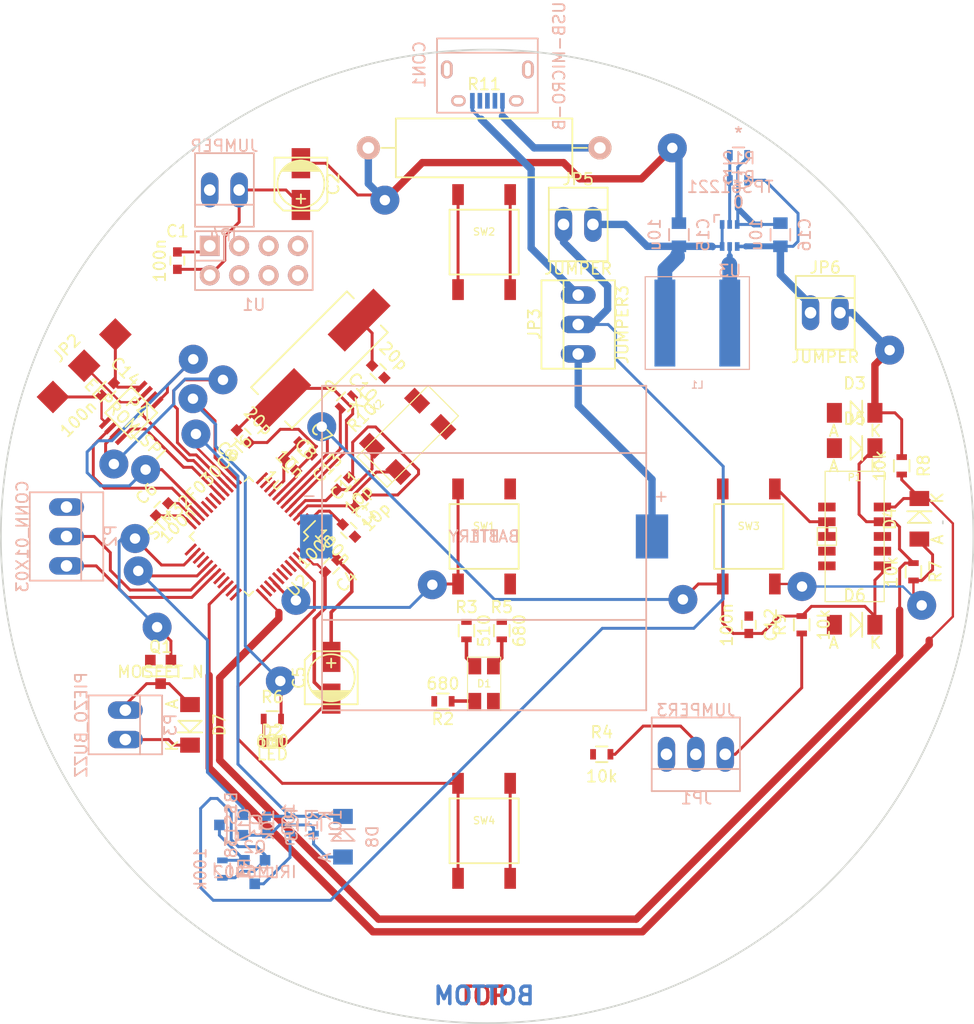
<source format=kicad_pcb>
(kicad_pcb (version 4) (host pcbnew "(2014-12-16 BZR 5324)-product")

  (general
    (links 151)
    (no_connects 45)
    (area 107.918467 61.905799 196.445343 147.225001)
    (thickness 1.6)
    (drawings 4)
    (tracks 501)
    (zones 0)
    (modules 65)
    (nets 50)
  )

  (page A4)
  (title_block
    (title "Cowbus Demoboard")
    (date "Di 20 Jan 2015")
    (rev r1)
    (company https://michz.github.io/diy14bus/)
    (comment 1 "passt theoretisch in eine Unterputzdose :-)")
  )

  (layers
    (0 F.Cu signal)
    (31 B.Cu signal)
    (32 B.Adhes user)
    (33 F.Adhes user)
    (34 B.Paste user)
    (35 F.Paste user)
    (36 B.SilkS user)
    (37 F.SilkS user)
    (38 B.Mask user)
    (39 F.Mask user)
    (40 Dwgs.User user)
    (41 Cmts.User user)
    (42 Eco1.User user)
    (43 Eco2.User user)
    (44 Edge.Cuts user)
    (45 Margin user)
    (46 B.CrtYd user)
    (47 F.CrtYd user)
    (48 B.Fab user)
    (49 F.Fab user)
  )

  (setup
    (last_trace_width 0.254)
    (user_trace_width 0.2032)
    (user_trace_width 0.254)
    (user_trace_width 0.3048)
    (user_trace_width 0.4318)
    (user_trace_width 0.508)
    (user_trace_width 0.635)
    (user_trace_width 1.27)
    (user_trace_width 2.54)
    (trace_clearance 0.2032)
    (zone_clearance 0.508)
    (zone_45_only no)
    (trace_min 0.2032)
    (segment_width 0.2)
    (edge_width 0.15)
    (via_size 2.5)
    (via_drill 0.9)
    (via_min_size 2.5)
    (via_min_drill 0.9)
    (uvia_size 0.508)
    (uvia_drill 0.127)
    (uvias_allowed no)
    (uvia_min_size 0.508)
    (uvia_min_drill 0.127)
    (pcb_text_width 0.3)
    (pcb_text_size 1.5 1.5)
    (mod_edge_width 0.15)
    (mod_text_size 1.5 1.5)
    (mod_text_width 0.15)
    (pad_size 2.2 1.8)
    (pad_drill 0)
    (pad_to_mask_clearance 0.2)
    (aux_axis_origin 0 0)
    (visible_elements FFFFEF7F)
    (pcbplotparams
      (layerselection 0x00030_80000001)
      (usegerberextensions false)
      (excludeedgelayer true)
      (linewidth 0.100000)
      (plotframeref false)
      (viasonmask false)
      (mode 1)
      (useauxorigin false)
      (hpglpennumber 1)
      (hpglpenspeed 20)
      (hpglpendiameter 15)
      (hpglpenoverlay 2)
      (psnegative false)
      (psa4output false)
      (plotreference true)
      (plotvalue true)
      (plotinvisibletext false)
      (padsonsilk false)
      (subtractmaskfromsilk false)
      (outputformat 1)
      (mirror false)
      (drillshape 1)
      (scaleselection 1)
      (outputdirectory ""))
  )

  (net 0 "")
  (net 1 GND)
  (net 2 "Net-(SW1-Pad1)")
  (net 3 "Net-(SW2-Pad1)")
  (net 4 "Net-(BT1-Pad1)")
  (net 5 "Net-(C1-Pad1)")
  (net 6 +3V3)
  (net 7 "Net-(C9-Pad2)")
  (net 8 "Net-(C10-Pad2)")
  (net 9 "Net-(C11-Pad1)")
  (net 10 /NRST)
  (net 11 "Net-(C13-Pad1)")
  (net 12 "Net-(C15-Pad1)")
  (net 13 "Net-(C16-Pad1)")
  (net 14 /DIV_MEAS)
  (net 15 "Net-(CON1-Pad1)")
  (net 16 "Net-(CON1-Pad5)")
  (net 17 "Net-(D1-Pad1)")
  (net 18 "Net-(D1-Pad3)")
  (net 19 "Net-(D1-Pad4)")
  (net 20 "Net-(D2-Pad1)")
  (net 21 /SWDIO)
  (net 22 /SWCLK)
  (net 23 "Net-(D7-Pad1)")
  (net 24 "Net-(JP1-Pad2)")
  (net 25 "Net-(JP2-Pad2)")
  (net 26 /VSUP_MEAS)
  (net 27 "Net-(L1-Pad2)")
  (net 28 /UARTRX)
  (net 29 /UARTTX)
  (net 30 /ROM_CS)
  (net 31 /MISO)
  (net 32 /ROM_HOLD)
  (net 33 /SCK)
  (net 34 /MOSI)
  (net 35 "Net-(Q1-PadG)")
  (net 36 "Net-(Q2-PadG)")
  (net 37 "Net-(Q2-PadD)")
  (net 38 /MEAS_ENABLE)
  (net 39 "Net-(R2-Pad2)")
  (net 40 "Net-(R3-Pad2)")
  (net 41 "Net-(R4-Pad1)")
  (net 42 "Net-(R5-Pad2)")
  (net 43 "Net-(R6-Pad2)")
  (net 44 "Net-(R10-Pad2)")
  (net 45 "Net-(R12-Pad2)")
  (net 46 "Net-(SW4-Pad1)")
  (net 47 /CE)
  (net 48 /CSN)
  (net 49 /IRQ)

  (net_class Default "Dies ist die voreingestellte Netzklasse."
    (clearance 0.2032)
    (trace_width 0.254)
    (via_dia 2.5)
    (via_drill 0.9)
    (uvia_dia 0.508)
    (uvia_drill 0.127)
    (add_net +3V3)
    (add_net /CE)
    (add_net /CSN)
    (add_net /DIV_MEAS)
    (add_net /IRQ)
    (add_net /MEAS_ENABLE)
    (add_net /MISO)
    (add_net /MOSI)
    (add_net /NRST)
    (add_net /ROM_CS)
    (add_net /ROM_HOLD)
    (add_net /SCK)
    (add_net /SWCLK)
    (add_net /SWDIO)
    (add_net /UARTRX)
    (add_net /UARTTX)
    (add_net /VSUP_MEAS)
    (add_net GND)
    (add_net "Net-(BT1-Pad1)")
    (add_net "Net-(C1-Pad1)")
    (add_net "Net-(C10-Pad2)")
    (add_net "Net-(C11-Pad1)")
    (add_net "Net-(C13-Pad1)")
    (add_net "Net-(C15-Pad1)")
    (add_net "Net-(C16-Pad1)")
    (add_net "Net-(C9-Pad2)")
    (add_net "Net-(CON1-Pad1)")
    (add_net "Net-(CON1-Pad5)")
    (add_net "Net-(D1-Pad1)")
    (add_net "Net-(D1-Pad3)")
    (add_net "Net-(D1-Pad4)")
    (add_net "Net-(D2-Pad1)")
    (add_net "Net-(D7-Pad1)")
    (add_net "Net-(JP1-Pad2)")
    (add_net "Net-(JP2-Pad2)")
    (add_net "Net-(L1-Pad2)")
    (add_net "Net-(Q1-PadG)")
    (add_net "Net-(Q2-PadD)")
    (add_net "Net-(Q2-PadG)")
    (add_net "Net-(R10-Pad2)")
    (add_net "Net-(R12-Pad2)")
    (add_net "Net-(R2-Pad2)")
    (add_net "Net-(R3-Pad2)")
    (add_net "Net-(R4-Pad1)")
    (add_net "Net-(R5-Pad2)")
    (add_net "Net-(R6-Pad2)")
    (add_net "Net-(SW1-Pad1)")
    (add_net "Net-(SW2-Pad1)")
    (add_net "Net-(SW4-Pad1)")
  )

  (module batteryconn:KZH20SMD-2 (layer B.Cu) (tedit 52AD155F) (tstamp 54BE68B5)
    (at 152.908 105.156)
    (descr "Battery holder CR2032 from Reichelt")
    (tags "battery holder CR2032")
    (path /54896B73)
    (fp_text reference BT1 (at 0 0) (layer B.SilkS)
      (effects (font (size 1 1) (thickness 0.15)) (justify mirror))
    )
    (fp_text value BATTERY (at 0 0) (layer B.SilkS)
      (effects (font (size 1 1) (thickness 0.15)) (justify mirror))
    )
    (fp_line (start 13.95 7.2) (end -14 7.2) (layer B.SilkS) (width 0.15))
    (fp_line (start -14 -7.2) (end 14 -7.2) (layer B.SilkS) (width 0.15))
    (fp_text user - (at -15.1 -3.55) (layer B.SilkS)
      (effects (font (size 1 1) (thickness 0.15)) (justify mirror))
    )
    (fp_text user + (at 15.3 -3.5) (layer B.SilkS)
      (effects (font (size 1 1) (thickness 0.15)) (justify mirror))
    )
    (fp_line (start -14 0) (end -14 15) (layer B.SilkS) (width 0.15))
    (fp_line (start -14 15) (end 14 15) (layer B.SilkS) (width 0.15))
    (fp_line (start 14 15) (end 14 -13) (layer B.SilkS) (width 0.15))
    (fp_line (start 14 -13) (end -14 -13) (layer B.SilkS) (width 0.15))
    (fp_line (start -14 -13) (end -14 0) (layer B.SilkS) (width 0.15))
    (pad 1 smd rect (at 14.5 0) (size 2.8 3.8) (layers B.Cu B.Paste B.Mask)
      (net 4 "Net-(BT1-Pad1)") (solder_mask_margin 0.1))
    (pad 2 smd rect (at -14.5 0) (size 2.8 3.8) (layers B.Cu B.Paste B.Mask)
      (net 1 GND))
  )

  (module Capacitors_SMD:C_0603 (layer F.Cu) (tedit 54BDB0E3) (tstamp 54BDA995)
    (at 126.4158 81.3562 90)
    (descr "Capacitor SMD 0603, reflow soldering, AVX (see smccp.pdf)")
    (tags "capacitor 0603")
    (path /5480ADD3)
    (attr smd)
    (fp_text reference C1 (at 2.54 0 180) (layer F.SilkS)
      (effects (font (size 1 1) (thickness 0.15)))
    )
    (fp_text value 100n (at 0 -1.524 90) (layer F.SilkS)
      (effects (font (size 1 1) (thickness 0.15)))
    )
    (fp_line (start -1.45 -0.75) (end 1.45 -0.75) (layer F.CrtYd) (width 0.05))
    (fp_line (start -1.45 0.75) (end 1.45 0.75) (layer F.CrtYd) (width 0.05))
    (fp_line (start -1.45 -0.75) (end -1.45 0.75) (layer F.CrtYd) (width 0.05))
    (fp_line (start 1.45 -0.75) (end 1.45 0.75) (layer F.CrtYd) (width 0.05))
    (fp_line (start -0.35 -0.6) (end 0.35 -0.6) (layer F.SilkS) (width 0.15))
    (fp_line (start 0.35 0.6) (end -0.35 0.6) (layer F.SilkS) (width 0.15))
    (pad 1 smd rect (at -0.75 0 90) (size 0.8 0.75) (layers F.Cu F.Paste F.Mask)
      (net 5 "Net-(C1-Pad1)"))
    (pad 2 smd rect (at 0.75 0 90) (size 0.8 0.75) (layers F.Cu F.Paste F.Mask)
      (net 1 GND))
    (model Capacitors_SMD/C_0603.wrl
      (at (xyz 0 0 0))
      (scale (xyz 1 1 1))
      (rotate (xyz 0 0 0))
    )
  )

  (module Capacitors_SMD:c_elec_4x5.8 (layer F.Cu) (tedit 54BDA713) (tstamp 54BDA9AC)
    (at 137.0838 74.7522 270)
    (descr "SMT capacitor, aluminium electrolytic, 4x5.8")
    (path /5480AD1C)
    (fp_text reference C2 (at 0 -2.794 270) (layer F.SilkS)
      (effects (font (size 1 1) (thickness 0.15)))
    )
    (fp_text value 10u (at 0 2.794 270) (layer F.SilkS) hide
      (effects (font (size 1 1) (thickness 0.15)))
    )
    (fp_line (start 1.651 0) (end 0.889 0) (layer F.SilkS) (width 0.15))
    (fp_line (start 1.27 -0.381) (end 1.27 0.381) (layer F.SilkS) (width 0.15))
    (fp_line (start 1.524 2.286) (end -2.286 2.286) (layer F.SilkS) (width 0.15))
    (fp_line (start 2.286 -1.524) (end 2.286 1.524) (layer F.SilkS) (width 0.15))
    (fp_line (start 1.524 2.286) (end 2.286 1.524) (layer F.SilkS) (width 0.15))
    (fp_line (start 1.524 -2.286) (end -2.286 -2.286) (layer F.SilkS) (width 0.15))
    (fp_line (start 1.524 -2.286) (end 2.286 -1.524) (layer F.SilkS) (width 0.15))
    (fp_line (start -2.032 0.127) (end -2.032 -0.127) (layer F.SilkS) (width 0.15))
    (fp_line (start -1.905 -0.635) (end -1.905 0.635) (layer F.SilkS) (width 0.15))
    (fp_line (start -1.778 0.889) (end -1.778 -0.889) (layer F.SilkS) (width 0.15))
    (fp_line (start -1.651 1.143) (end -1.651 -1.143) (layer F.SilkS) (width 0.15))
    (fp_line (start -1.524 -1.27) (end -1.524 1.27) (layer F.SilkS) (width 0.15))
    (fp_line (start -1.397 1.397) (end -1.397 -1.397) (layer F.SilkS) (width 0.15))
    (fp_line (start -1.27 -1.524) (end -1.27 1.524) (layer F.SilkS) (width 0.15))
    (fp_line (start -1.143 -1.651) (end -1.143 1.651) (layer F.SilkS) (width 0.15))
    (fp_circle (center 0 0) (end -2.032 0) (layer F.SilkS) (width 0.15))
    (fp_line (start -2.286 -2.286) (end -2.286 2.286) (layer F.SilkS) (width 0.15))
    (pad 1 smd rect (at 1.80086 0 270) (size 2.60096 1.6002) (layers F.Cu F.Paste F.Mask)
      (net 5 "Net-(C1-Pad1)"))
    (pad 2 smd rect (at -1.80086 0 270) (size 2.60096 1.6002) (layers F.Cu F.Paste F.Mask)
      (net 1 GND))
    (model Capacitors_SMD/c_elec_4x5.8.wrl
      (at (xyz 0 0 0))
      (scale (xyz 1 1 1))
      (rotate (xyz 0 0 0))
    )
  )

  (module Capacitors_SMD:C_0603 (layer F.Cu) (tedit 5415D631) (tstamp 54BDA9B8)
    (at 141.224 104.648 315)
    (descr "Capacitor SMD 0603, reflow soldering, AVX (see smccp.pdf)")
    (tags "capacitor 0603")
    (path /54AFFDE5)
    (attr smd)
    (fp_text reference C3 (at 0 -1.9 315) (layer F.SilkS)
      (effects (font (size 1 1) (thickness 0.15)))
    )
    (fp_text value 100n (at 0 1.9 315) (layer F.SilkS)
      (effects (font (size 1 1) (thickness 0.15)))
    )
    (fp_line (start -1.45 -0.75) (end 1.45 -0.75) (layer F.CrtYd) (width 0.05))
    (fp_line (start -1.45 0.75) (end 1.45 0.75) (layer F.CrtYd) (width 0.05))
    (fp_line (start -1.45 -0.75) (end -1.45 0.75) (layer F.CrtYd) (width 0.05))
    (fp_line (start 1.45 -0.75) (end 1.45 0.75) (layer F.CrtYd) (width 0.05))
    (fp_line (start -0.35 -0.6) (end 0.35 -0.6) (layer F.SilkS) (width 0.15))
    (fp_line (start 0.35 0.6) (end -0.35 0.6) (layer F.SilkS) (width 0.15))
    (pad 1 smd rect (at -0.75 0 315) (size 0.8 0.75) (layers F.Cu F.Paste F.Mask)
      (net 6 +3V3))
    (pad 2 smd rect (at 0.75 0 315) (size 0.8 0.75) (layers F.Cu F.Paste F.Mask)
      (net 1 GND))
    (model Capacitors_SMD/C_0603.wrl
      (at (xyz 0 0 0))
      (scale (xyz 1 1 1))
      (rotate (xyz 0 0 0))
    )
  )

  (module Capacitors_SMD:C_0603 (layer F.Cu) (tedit 5415D631) (tstamp 54BDA9C4)
    (at 139.7 107.696 225)
    (descr "Capacitor SMD 0603, reflow soldering, AVX (see smccp.pdf)")
    (tags "capacitor 0603")
    (path /54B015E8)
    (attr smd)
    (fp_text reference C4 (at 0 -1.9 225) (layer F.SilkS)
      (effects (font (size 1 1) (thickness 0.15)))
    )
    (fp_text value 100n (at 0 1.9 225) (layer F.SilkS)
      (effects (font (size 1 1) (thickness 0.15)))
    )
    (fp_line (start -1.45 -0.75) (end 1.45 -0.75) (layer F.CrtYd) (width 0.05))
    (fp_line (start -1.45 0.75) (end 1.45 0.75) (layer F.CrtYd) (width 0.05))
    (fp_line (start -1.45 -0.75) (end -1.45 0.75) (layer F.CrtYd) (width 0.05))
    (fp_line (start 1.45 -0.75) (end 1.45 0.75) (layer F.CrtYd) (width 0.05))
    (fp_line (start -0.35 -0.6) (end 0.35 -0.6) (layer F.SilkS) (width 0.15))
    (fp_line (start 0.35 0.6) (end -0.35 0.6) (layer F.SilkS) (width 0.15))
    (pad 1 smd rect (at -0.75 0 225) (size 0.8 0.75) (layers F.Cu F.Paste F.Mask)
      (net 6 +3V3))
    (pad 2 smd rect (at 0.75 0 225) (size 0.8 0.75) (layers F.Cu F.Paste F.Mask)
      (net 1 GND))
    (model Capacitors_SMD/C_0603.wrl
      (at (xyz 0 0 0))
      (scale (xyz 1 1 1))
      (rotate (xyz 0 0 0))
    )
  )

  (module Capacitors_SMD:c_elec_4x5.8 (layer F.Cu) (tedit 54BDA713) (tstamp 54BDA9DB)
    (at 139.7 117.348 90)
    (descr "SMT capacitor, aluminium electrolytic, 4x5.8")
    (path /54B1C241)
    (fp_text reference C5 (at 0 -2.794 90) (layer F.SilkS)
      (effects (font (size 1 1) (thickness 0.15)))
    )
    (fp_text value 4.7u (at 0 2.794 90) (layer F.SilkS) hide
      (effects (font (size 1 1) (thickness 0.15)))
    )
    (fp_line (start 1.651 0) (end 0.889 0) (layer F.SilkS) (width 0.15))
    (fp_line (start 1.27 -0.381) (end 1.27 0.381) (layer F.SilkS) (width 0.15))
    (fp_line (start 1.524 2.286) (end -2.286 2.286) (layer F.SilkS) (width 0.15))
    (fp_line (start 2.286 -1.524) (end 2.286 1.524) (layer F.SilkS) (width 0.15))
    (fp_line (start 1.524 2.286) (end 2.286 1.524) (layer F.SilkS) (width 0.15))
    (fp_line (start 1.524 -2.286) (end -2.286 -2.286) (layer F.SilkS) (width 0.15))
    (fp_line (start 1.524 -2.286) (end 2.286 -1.524) (layer F.SilkS) (width 0.15))
    (fp_line (start -2.032 0.127) (end -2.032 -0.127) (layer F.SilkS) (width 0.15))
    (fp_line (start -1.905 -0.635) (end -1.905 0.635) (layer F.SilkS) (width 0.15))
    (fp_line (start -1.778 0.889) (end -1.778 -0.889) (layer F.SilkS) (width 0.15))
    (fp_line (start -1.651 1.143) (end -1.651 -1.143) (layer F.SilkS) (width 0.15))
    (fp_line (start -1.524 -1.27) (end -1.524 1.27) (layer F.SilkS) (width 0.15))
    (fp_line (start -1.397 1.397) (end -1.397 -1.397) (layer F.SilkS) (width 0.15))
    (fp_line (start -1.27 -1.524) (end -1.27 1.524) (layer F.SilkS) (width 0.15))
    (fp_line (start -1.143 -1.651) (end -1.143 1.651) (layer F.SilkS) (width 0.15))
    (fp_circle (center 0 0) (end -2.032 0) (layer F.SilkS) (width 0.15))
    (fp_line (start -2.286 -2.286) (end -2.286 2.286) (layer F.SilkS) (width 0.15))
    (pad 1 smd rect (at 1.80086 0 90) (size 2.60096 1.6002) (layers F.Cu F.Paste F.Mask)
      (net 6 +3V3))
    (pad 2 smd rect (at -1.80086 0 90) (size 2.60096 1.6002) (layers F.Cu F.Paste F.Mask)
      (net 1 GND))
    (model Capacitors_SMD/c_elec_4x5.8.wrl
      (at (xyz 0 0 0))
      (scale (xyz 1 1 1))
      (rotate (xyz 0 0 0))
    )
  )

  (module Capacitors_SMD:C_0603 (layer F.Cu) (tedit 5415D631) (tstamp 54BDA9E7)
    (at 125.095 102.8192 45)
    (descr "Capacitor SMD 0603, reflow soldering, AVX (see smccp.pdf)")
    (tags "capacitor 0603")
    (path /54AF99C9)
    (attr smd)
    (fp_text reference C6 (at 0 -1.9 45) (layer F.SilkS)
      (effects (font (size 1 1) (thickness 0.15)))
    )
    (fp_text value 100n (at 0 1.9 45) (layer F.SilkS)
      (effects (font (size 1 1) (thickness 0.15)))
    )
    (fp_line (start -1.45 -0.75) (end 1.45 -0.75) (layer F.CrtYd) (width 0.05))
    (fp_line (start -1.45 0.75) (end 1.45 0.75) (layer F.CrtYd) (width 0.05))
    (fp_line (start -1.45 -0.75) (end -1.45 0.75) (layer F.CrtYd) (width 0.05))
    (fp_line (start 1.45 -0.75) (end 1.45 0.75) (layer F.CrtYd) (width 0.05))
    (fp_line (start -0.35 -0.6) (end 0.35 -0.6) (layer F.SilkS) (width 0.15))
    (fp_line (start 0.35 0.6) (end -0.35 0.6) (layer F.SilkS) (width 0.15))
    (pad 1 smd rect (at -0.75 0 45) (size 0.8 0.75) (layers F.Cu F.Paste F.Mask)
      (net 6 +3V3))
    (pad 2 smd rect (at 0.75 0 45) (size 0.8 0.75) (layers F.Cu F.Paste F.Mask)
      (net 1 GND))
    (model Capacitors_SMD/C_0603.wrl
      (at (xyz 0 0 0))
      (scale (xyz 1 1 1))
      (rotate (xyz 0 0 0))
    )
  )

  (module Capacitors_SMD:C_0603 (layer F.Cu) (tedit 5415D631) (tstamp 54BDA9F3)
    (at 137.4902 97.5614 315)
    (descr "Capacitor SMD 0603, reflow soldering, AVX (see smccp.pdf)")
    (tags "capacitor 0603")
    (path /54AF9BEB)
    (attr smd)
    (fp_text reference C7 (at 0 -1.9 315) (layer F.SilkS)
      (effects (font (size 1 1) (thickness 0.15)))
    )
    (fp_text value 10n (at 0 1.9 315) (layer F.SilkS)
      (effects (font (size 1 1) (thickness 0.15)))
    )
    (fp_line (start -1.45 -0.75) (end 1.45 -0.75) (layer F.CrtYd) (width 0.05))
    (fp_line (start -1.45 0.75) (end 1.45 0.75) (layer F.CrtYd) (width 0.05))
    (fp_line (start -1.45 -0.75) (end -1.45 0.75) (layer F.CrtYd) (width 0.05))
    (fp_line (start 1.45 -0.75) (end 1.45 0.75) (layer F.CrtYd) (width 0.05))
    (fp_line (start -0.35 -0.6) (end 0.35 -0.6) (layer F.SilkS) (width 0.15))
    (fp_line (start 0.35 0.6) (end -0.35 0.6) (layer F.SilkS) (width 0.15))
    (pad 1 smd rect (at -0.75 0 315) (size 0.8 0.75) (layers F.Cu F.Paste F.Mask)
      (net 6 +3V3))
    (pad 2 smd rect (at 0.75 0 315) (size 0.8 0.75) (layers F.Cu F.Paste F.Mask)
      (net 1 GND))
    (model Capacitors_SMD/C_0603.wrl
      (at (xyz 0 0 0))
      (scale (xyz 1 1 1))
      (rotate (xyz 0 0 0))
    )
  )

  (module Capacitors_SMD:C_0603 (layer F.Cu) (tedit 5415D631) (tstamp 54BDA9FF)
    (at 136.144 98.9584 315)
    (descr "Capacitor SMD 0603, reflow soldering, AVX (see smccp.pdf)")
    (tags "capacitor 0603")
    (path /54B1C439)
    (attr smd)
    (fp_text reference C8 (at 0 -1.9 315) (layer F.SilkS)
      (effects (font (size 1 1) (thickness 0.15)))
    )
    (fp_text value 1u (at 0 1.9 315) (layer F.SilkS)
      (effects (font (size 1 1) (thickness 0.15)))
    )
    (fp_line (start -1.45 -0.75) (end 1.45 -0.75) (layer F.CrtYd) (width 0.05))
    (fp_line (start -1.45 0.75) (end 1.45 0.75) (layer F.CrtYd) (width 0.05))
    (fp_line (start -1.45 -0.75) (end -1.45 0.75) (layer F.CrtYd) (width 0.05))
    (fp_line (start 1.45 -0.75) (end 1.45 0.75) (layer F.CrtYd) (width 0.05))
    (fp_line (start -0.35 -0.6) (end 0.35 -0.6) (layer F.SilkS) (width 0.15))
    (fp_line (start 0.35 0.6) (end -0.35 0.6) (layer F.SilkS) (width 0.15))
    (pad 1 smd rect (at -0.75 0 315) (size 0.8 0.75) (layers F.Cu F.Paste F.Mask)
      (net 6 +3V3))
    (pad 2 smd rect (at 0.75 0 315) (size 0.8 0.75) (layers F.Cu F.Paste F.Mask)
      (net 1 GND))
    (model Capacitors_SMD/C_0603.wrl
      (at (xyz 0 0 0))
      (scale (xyz 1 1 1))
      (rotate (xyz 0 0 0))
    )
  )

  (module Capacitors_SMD:C_0603 (layer F.Cu) (tedit 5415D631) (tstamp 54BDAA0B)
    (at 132.08 96.52 135)
    (descr "Capacitor SMD 0603, reflow soldering, AVX (see smccp.pdf)")
    (tags "capacitor 0603")
    (path /54AF9D47)
    (attr smd)
    (fp_text reference C9 (at 0 -1.9 135) (layer F.SilkS)
      (effects (font (size 1 1) (thickness 0.15)))
    )
    (fp_text value 20p (at 0 1.9 135) (layer F.SilkS)
      (effects (font (size 1 1) (thickness 0.15)))
    )
    (fp_line (start -1.45 -0.75) (end 1.45 -0.75) (layer F.CrtYd) (width 0.05))
    (fp_line (start -1.45 0.75) (end 1.45 0.75) (layer F.CrtYd) (width 0.05))
    (fp_line (start -1.45 -0.75) (end -1.45 0.75) (layer F.CrtYd) (width 0.05))
    (fp_line (start 1.45 -0.75) (end 1.45 0.75) (layer F.CrtYd) (width 0.05))
    (fp_line (start -0.35 -0.6) (end 0.35 -0.6) (layer F.SilkS) (width 0.15))
    (fp_line (start 0.35 0.6) (end -0.35 0.6) (layer F.SilkS) (width 0.15))
    (pad 1 smd rect (at -0.75 0 135) (size 0.8 0.75) (layers F.Cu F.Paste F.Mask)
      (net 1 GND))
    (pad 2 smd rect (at 0.75 0 135) (size 0.8 0.75) (layers F.Cu F.Paste F.Mask)
      (net 7 "Net-(C9-Pad2)"))
    (model Capacitors_SMD/C_0603.wrl
      (at (xyz 0 0 0))
      (scale (xyz 1 1 1))
      (rotate (xyz 0 0 0))
    )
  )

  (module Capacitors_SMD:C_0603 (layer F.Cu) (tedit 5415D631) (tstamp 54BDAA17)
    (at 143.764 90.932 135)
    (descr "Capacitor SMD 0603, reflow soldering, AVX (see smccp.pdf)")
    (tags "capacitor 0603")
    (path /54AF9DC5)
    (attr smd)
    (fp_text reference C10 (at 0 -1.9 135) (layer F.SilkS)
      (effects (font (size 1 1) (thickness 0.15)))
    )
    (fp_text value 20p (at 0 1.9 135) (layer F.SilkS)
      (effects (font (size 1 1) (thickness 0.15)))
    )
    (fp_line (start -1.45 -0.75) (end 1.45 -0.75) (layer F.CrtYd) (width 0.05))
    (fp_line (start -1.45 0.75) (end 1.45 0.75) (layer F.CrtYd) (width 0.05))
    (fp_line (start -1.45 -0.75) (end -1.45 0.75) (layer F.CrtYd) (width 0.05))
    (fp_line (start 1.45 -0.75) (end 1.45 0.75) (layer F.CrtYd) (width 0.05))
    (fp_line (start -0.35 -0.6) (end 0.35 -0.6) (layer F.SilkS) (width 0.15))
    (fp_line (start 0.35 0.6) (end -0.35 0.6) (layer F.SilkS) (width 0.15))
    (pad 1 smd rect (at -0.75 0 135) (size 0.8 0.75) (layers F.Cu F.Paste F.Mask)
      (net 1 GND))
    (pad 2 smd rect (at 0.75 0 135) (size 0.8 0.75) (layers F.Cu F.Paste F.Mask)
      (net 8 "Net-(C10-Pad2)"))
    (model Capacitors_SMD/C_0603.wrl
      (at (xyz 0 0 0))
      (scale (xyz 1 1 1))
      (rotate (xyz 0 0 0))
    )
  )

  (module Capacitors_SMD:C_0603 (layer F.Cu) (tedit 5415D631) (tstamp 54BE6895)
    (at 142.24 102.108 45)
    (descr "Capacitor SMD 0603, reflow soldering, AVX (see smccp.pdf)")
    (tags "capacitor 0603")
    (path /54B0A568)
    (attr smd)
    (fp_text reference C11 (at 0 -1.9 45) (layer F.SilkS)
      (effects (font (size 1 1) (thickness 0.15)))
    )
    (fp_text value 10p (at 0 1.9 45) (layer F.SilkS)
      (effects (font (size 1 1) (thickness 0.15)))
    )
    (fp_line (start -1.45 -0.75) (end 1.45 -0.75) (layer F.CrtYd) (width 0.05))
    (fp_line (start -1.45 0.75) (end 1.45 0.75) (layer F.CrtYd) (width 0.05))
    (fp_line (start -1.45 -0.75) (end -1.45 0.75) (layer F.CrtYd) (width 0.05))
    (fp_line (start 1.45 -0.75) (end 1.45 0.75) (layer F.CrtYd) (width 0.05))
    (fp_line (start -0.35 -0.6) (end 0.35 -0.6) (layer F.SilkS) (width 0.15))
    (fp_line (start 0.35 0.6) (end -0.35 0.6) (layer F.SilkS) (width 0.15))
    (pad 1 smd rect (at -0.75 0 45) (size 0.8 0.75) (layers F.Cu F.Paste F.Mask)
      (net 9 "Net-(C11-Pad1)"))
    (pad 2 smd rect (at 0.75 0 45) (size 0.8 0.75) (layers F.Cu F.Paste F.Mask)
      (net 1 GND))
    (model Capacitors_SMD/C_0603.wrl
      (at (xyz 0 0 0))
      (scale (xyz 1 1 1))
      (rotate (xyz 0 0 0))
    )
  )

  (module Capacitors_SMD:C_0603 (layer F.Cu) (tedit 5415D631) (tstamp 54BDAA2F)
    (at 175.768 112.776 270)
    (descr "Capacitor SMD 0603, reflow soldering, AVX (see smccp.pdf)")
    (tags "capacitor 0603")
    (path /54B3296C)
    (attr smd)
    (fp_text reference C12 (at 0 -1.9 270) (layer F.SilkS)
      (effects (font (size 1 1) (thickness 0.15)))
    )
    (fp_text value 100n (at 0 1.9 270) (layer F.SilkS)
      (effects (font (size 1 1) (thickness 0.15)))
    )
    (fp_line (start -1.45 -0.75) (end 1.45 -0.75) (layer F.CrtYd) (width 0.05))
    (fp_line (start -1.45 0.75) (end 1.45 0.75) (layer F.CrtYd) (width 0.05))
    (fp_line (start -1.45 -0.75) (end -1.45 0.75) (layer F.CrtYd) (width 0.05))
    (fp_line (start 1.45 -0.75) (end 1.45 0.75) (layer F.CrtYd) (width 0.05))
    (fp_line (start -0.35 -0.6) (end 0.35 -0.6) (layer F.SilkS) (width 0.15))
    (fp_line (start 0.35 0.6) (end -0.35 0.6) (layer F.SilkS) (width 0.15))
    (pad 1 smd rect (at -0.75 0 270) (size 0.8 0.75) (layers F.Cu F.Paste F.Mask)
      (net 1 GND))
    (pad 2 smd rect (at 0.75 0 270) (size 0.8 0.75) (layers F.Cu F.Paste F.Mask)
      (net 10 /NRST))
    (model Capacitors_SMD/C_0603.wrl
      (at (xyz 0 0 0))
      (scale (xyz 1 1 1))
      (rotate (xyz 0 0 0))
    )
  )

  (module Capacitors_SMD:C_0603 (layer F.Cu) (tedit 5415D631) (tstamp 54BDAA3B)
    (at 140.716 100.584 45)
    (descr "Capacitor SMD 0603, reflow soldering, AVX (see smccp.pdf)")
    (tags "capacitor 0603")
    (path /54B0A56E)
    (attr smd)
    (fp_text reference C13 (at 0 -1.9 45) (layer F.SilkS)
      (effects (font (size 1 1) (thickness 0.15)))
    )
    (fp_text value 10p (at 0 1.9 45) (layer F.SilkS)
      (effects (font (size 1 1) (thickness 0.15)))
    )
    (fp_line (start -1.45 -0.75) (end 1.45 -0.75) (layer F.CrtYd) (width 0.05))
    (fp_line (start -1.45 0.75) (end 1.45 0.75) (layer F.CrtYd) (width 0.05))
    (fp_line (start -1.45 -0.75) (end -1.45 0.75) (layer F.CrtYd) (width 0.05))
    (fp_line (start 1.45 -0.75) (end 1.45 0.75) (layer F.CrtYd) (width 0.05))
    (fp_line (start -0.35 -0.6) (end 0.35 -0.6) (layer F.SilkS) (width 0.15))
    (fp_line (start 0.35 0.6) (end -0.35 0.6) (layer F.SilkS) (width 0.15))
    (pad 1 smd rect (at -0.75 0 45) (size 0.8 0.75) (layers F.Cu F.Paste F.Mask)
      (net 11 "Net-(C13-Pad1)"))
    (pad 2 smd rect (at 0.75 0 45) (size 0.8 0.75) (layers F.Cu F.Paste F.Mask)
      (net 1 GND))
    (model Capacitors_SMD/C_0603.wrl
      (at (xyz 0 0 0))
      (scale (xyz 1 1 1))
      (rotate (xyz 0 0 0))
    )
  )

  (module Capacitors_SMD:C_0603 (layer F.Cu) (tedit 54BDB104) (tstamp 54BDAA47)
    (at 120.396 92.456 45)
    (descr "Capacitor SMD 0603, reflow soldering, AVX (see smccp.pdf)")
    (tags "capacitor 0603")
    (path /54B40EF8)
    (attr smd)
    (fp_text reference C14 (at 2.155261 0 135) (layer F.SilkS)
      (effects (font (size 1 1) (thickness 0.15)))
    )
    (fp_text value 100n (at -3.592102 0 45) (layer F.SilkS)
      (effects (font (size 1 1) (thickness 0.15)))
    )
    (fp_line (start -1.45 -0.75) (end 1.45 -0.75) (layer F.CrtYd) (width 0.05))
    (fp_line (start -1.45 0.75) (end 1.45 0.75) (layer F.CrtYd) (width 0.05))
    (fp_line (start -1.45 -0.75) (end -1.45 0.75) (layer F.CrtYd) (width 0.05))
    (fp_line (start 1.45 -0.75) (end 1.45 0.75) (layer F.CrtYd) (width 0.05))
    (fp_line (start -0.35 -0.6) (end 0.35 -0.6) (layer F.SilkS) (width 0.15))
    (fp_line (start 0.35 0.6) (end -0.35 0.6) (layer F.SilkS) (width 0.15))
    (pad 1 smd rect (at -0.75 0 45) (size 0.8 0.75) (layers F.Cu F.Paste F.Mask)
      (net 6 +3V3))
    (pad 2 smd rect (at 0.75 0 45) (size 0.8 0.75) (layers F.Cu F.Paste F.Mask)
      (net 1 GND))
    (model Capacitors_SMD/C_0603.wrl
      (at (xyz 0 0 0))
      (scale (xyz 1 1 1))
      (rotate (xyz 0 0 0))
    )
  )

  (module Capacitors_SMD:C_0805 (layer B.Cu) (tedit 5415D6EA) (tstamp 54BDAA53)
    (at 169.7355 79.121 90)
    (descr "Capacitor SMD 0805, reflow soldering, AVX (see smccp.pdf)")
    (tags "capacitor 0805")
    (path /54898D66)
    (attr smd)
    (fp_text reference C15 (at 0 2.1 90) (layer B.SilkS)
      (effects (font (size 1 1) (thickness 0.15)) (justify mirror))
    )
    (fp_text value 10u (at 0 -2.1 90) (layer B.SilkS)
      (effects (font (size 1 1) (thickness 0.15)) (justify mirror))
    )
    (fp_line (start -1.8 1) (end 1.8 1) (layer B.CrtYd) (width 0.05))
    (fp_line (start -1.8 -1) (end 1.8 -1) (layer B.CrtYd) (width 0.05))
    (fp_line (start -1.8 1) (end -1.8 -1) (layer B.CrtYd) (width 0.05))
    (fp_line (start 1.8 1) (end 1.8 -1) (layer B.CrtYd) (width 0.05))
    (fp_line (start 0.5 0.85) (end -0.5 0.85) (layer B.SilkS) (width 0.15))
    (fp_line (start -0.5 -0.85) (end 0.5 -0.85) (layer B.SilkS) (width 0.15))
    (pad 1 smd rect (at -1 0 90) (size 1 1.25) (layers B.Cu B.Paste B.Mask)
      (net 12 "Net-(C15-Pad1)"))
    (pad 2 smd rect (at 1 0 90) (size 1 1.25) (layers B.Cu B.Paste B.Mask)
      (net 1 GND))
    (model Capacitors_SMD/C_0805.wrl
      (at (xyz 0 0 0))
      (scale (xyz 1 1 1))
      (rotate (xyz 0 0 0))
    )
  )

  (module Capacitors_SMD:C_0805 (layer B.Cu) (tedit 5415D6EA) (tstamp 54BDAA5F)
    (at 178.4985 79.121 90)
    (descr "Capacitor SMD 0805, reflow soldering, AVX (see smccp.pdf)")
    (tags "capacitor 0805")
    (path /5489AA0A)
    (attr smd)
    (fp_text reference C16 (at 0 2.1 90) (layer B.SilkS)
      (effects (font (size 1 1) (thickness 0.15)) (justify mirror))
    )
    (fp_text value 10u (at 0 -2.1 90) (layer B.SilkS)
      (effects (font (size 1 1) (thickness 0.15)) (justify mirror))
    )
    (fp_line (start -1.8 1) (end 1.8 1) (layer B.CrtYd) (width 0.05))
    (fp_line (start -1.8 -1) (end 1.8 -1) (layer B.CrtYd) (width 0.05))
    (fp_line (start -1.8 1) (end -1.8 -1) (layer B.CrtYd) (width 0.05))
    (fp_line (start 1.8 1) (end 1.8 -1) (layer B.CrtYd) (width 0.05))
    (fp_line (start 0.5 0.85) (end -0.5 0.85) (layer B.SilkS) (width 0.15))
    (fp_line (start -0.5 -0.85) (end 0.5 -0.85) (layer B.SilkS) (width 0.15))
    (pad 1 smd rect (at -1 0 90) (size 1 1.25) (layers B.Cu B.Paste B.Mask)
      (net 13 "Net-(C16-Pad1)"))
    (pad 2 smd rect (at 1 0 90) (size 1 1.25) (layers B.Cu B.Paste B.Mask)
      (net 1 GND))
    (model Capacitors_SMD/C_0805.wrl
      (at (xyz 0 0 0))
      (scale (xyz 1 1 1))
      (rotate (xyz 0 0 0))
    )
  )

  (module Capacitors_SMD:C_0603 (layer B.Cu) (tedit 5415D631) (tstamp 54BDAA6B)
    (at 134.112 130.048 270)
    (descr "Capacitor SMD 0603, reflow soldering, AVX (see smccp.pdf)")
    (tags "capacitor 0603")
    (path /54BDDED3)
    (attr smd)
    (fp_text reference C17 (at 0 1.9 270) (layer B.SilkS)
      (effects (font (size 1 1) (thickness 0.15)) (justify mirror))
    )
    (fp_text value 100n (at 0 -1.9 270) (layer B.SilkS)
      (effects (font (size 1 1) (thickness 0.15)) (justify mirror))
    )
    (fp_line (start -1.45 0.75) (end 1.45 0.75) (layer B.CrtYd) (width 0.05))
    (fp_line (start -1.45 -0.75) (end 1.45 -0.75) (layer B.CrtYd) (width 0.05))
    (fp_line (start -1.45 0.75) (end -1.45 -0.75) (layer B.CrtYd) (width 0.05))
    (fp_line (start 1.45 0.75) (end 1.45 -0.75) (layer B.CrtYd) (width 0.05))
    (fp_line (start -0.35 0.6) (end 0.35 0.6) (layer B.SilkS) (width 0.15))
    (fp_line (start 0.35 -0.6) (end -0.35 -0.6) (layer B.SilkS) (width 0.15))
    (pad 1 smd rect (at -0.75 0 270) (size 0.8 0.75) (layers B.Cu B.Paste B.Mask)
      (net 14 /DIV_MEAS))
    (pad 2 smd rect (at 0.75 0 270) (size 0.8 0.75) (layers B.Cu B.Paste B.Mask)
      (net 1 GND))
    (model Capacitors_SMD/C_0603.wrl
      (at (xyz 0 0 0))
      (scale (xyz 1 1 1))
      (rotate (xyz 0 0 0))
    )
  )

  (module Connect:USB_Micro-B (layer B.Cu) (tedit 546968B2) (tstamp 54BDAA7D)
    (at 151.892 67.564 270)
    (descr "Micro USB Type B Receptacle")
    (tags "USB, micro, type B, receptacle")
    (path /54B45CE7)
    (fp_text reference CON1 (at -3.125 4.575 270) (layer B.SilkS)
      (effects (font (size 1 1) (thickness 0.15)) (justify mirror))
    )
    (fp_text value USB-MICRO-B (at -3 -7.5 270) (layer B.SilkS)
      (effects (font (size 1 1) (thickness 0.15)) (justify mirror))
    )
    (fp_line (start -5.38 3.05) (end -5.38 -5.65) (layer B.SilkS) (width 0.15))
    (fp_line (start 1.025 3.05) (end 1.025 -5.65) (layer B.SilkS) (width 0.15))
    (fp_line (start 1.025 -5.65) (end -5.38 -5.65) (layer B.SilkS) (width 0.15))
    (fp_line (start -4.15 -5.65) (end -4.15 3.05) (layer B.SilkS) (width 0.15))
    (fp_line (start -5.38 3.05) (end 1.025 3.05) (layer B.SilkS) (width 0.15))
    (pad 1 smd rect (at 0 0 270) (size 1.35 0.4) (layers B.Cu B.Paste B.Mask)
      (net 15 "Net-(CON1-Pad1)"))
    (pad 2 smd rect (at 0 -0.65 270) (size 1.35 0.4) (layers B.Cu B.Paste B.Mask))
    (pad 3 smd rect (at 0 -1.3 270) (size 1.35 0.4) (layers B.Cu B.Paste B.Mask))
    (pad 4 smd rect (at 0 -1.95 270) (size 1.35 0.4) (layers B.Cu B.Paste B.Mask))
    (pad 5 smd rect (at 0 -2.6 270) (size 1.35 0.4) (layers B.Cu B.Paste B.Mask)
      (net 16 "Net-(CON1-Pad5)"))
    (pad 6 thru_hole oval (at 0 1.2 270) (size 0.95 1.25) (drill oval 0.55 0.85) (layers *.Cu *.Mask B.SilkS))
    (pad 7 thru_hole oval (at 0 -3.8 270) (size 0.95 1.25) (drill oval 0.55 0.85) (layers *.Cu *.Mask B.SilkS))
    (pad 8 thru_hole oval (at -2.7 2.2 270) (size 1.55 1) (drill oval 1.15 0.5) (layers *.Cu *.Mask B.SilkS))
    (pad 9 thru_hole oval (at -2.7 -4.8 270) (size 1.55 1) (drill oval 1.15 0.5) (layers *.Cu *.Mask B.SilkS))
  )

  (module LEDs:LED-0603 (layer F.Cu) (tedit 54BDA70F) (tstamp 54BDAADB)
    (at 134.62 122.936)
    (descr "LED 0603 smd package")
    (tags "LED led 0603 SMD smd SMT smt smdled SMDLED smtled SMTLED")
    (path /54B2C3A2)
    (attr smd)
    (fp_text reference D2 (at 0 -1.016) (layer F.SilkS)
      (effects (font (size 1 1) (thickness 0.15)))
    )
    (fp_text value LED (at 0 1.016) (layer F.SilkS)
      (effects (font (size 1 1) (thickness 0.15)))
    )
    (fp_line (start 0.44958 -0.44958) (end 0.44958 0.44958) (layer F.SilkS) (width 0.15))
    (fp_line (start 0.44958 0.44958) (end 0.84836 0.44958) (layer F.SilkS) (width 0.15))
    (fp_line (start 0.84836 -0.44958) (end 0.84836 0.44958) (layer F.SilkS) (width 0.15))
    (fp_line (start 0.44958 -0.44958) (end 0.84836 -0.44958) (layer F.SilkS) (width 0.15))
    (fp_line (start -0.84836 -0.44958) (end -0.84836 0.44958) (layer F.SilkS) (width 0.15))
    (fp_line (start -0.84836 0.44958) (end -0.44958 0.44958) (layer F.SilkS) (width 0.15))
    (fp_line (start -0.44958 -0.44958) (end -0.44958 0.44958) (layer F.SilkS) (width 0.15))
    (fp_line (start -0.84836 -0.44958) (end -0.44958 -0.44958) (layer F.SilkS) (width 0.15))
    (fp_line (start 0 -0.44958) (end 0 -0.29972) (layer F.SilkS) (width 0.15))
    (fp_line (start 0 -0.29972) (end 0.29972 -0.29972) (layer F.SilkS) (width 0.15))
    (fp_line (start 0.29972 -0.44958) (end 0.29972 -0.29972) (layer F.SilkS) (width 0.15))
    (fp_line (start 0 -0.44958) (end 0.29972 -0.44958) (layer F.SilkS) (width 0.15))
    (fp_line (start 0 0.29972) (end 0 0.44958) (layer F.SilkS) (width 0.15))
    (fp_line (start 0 0.44958) (end 0.29972 0.44958) (layer F.SilkS) (width 0.15))
    (fp_line (start 0.29972 0.29972) (end 0.29972 0.44958) (layer F.SilkS) (width 0.15))
    (fp_line (start 0 0.29972) (end 0.29972 0.29972) (layer F.SilkS) (width 0.15))
    (fp_line (start 0 -0.14986) (end 0 0.14986) (layer F.SilkS) (width 0.15))
    (fp_line (start 0 0.14986) (end 0.29972 0.14986) (layer F.SilkS) (width 0.15))
    (fp_line (start 0.29972 -0.14986) (end 0.29972 0.14986) (layer F.SilkS) (width 0.15))
    (fp_line (start 0 -0.14986) (end 0.29972 -0.14986) (layer F.SilkS) (width 0.15))
    (fp_line (start 0.44958 -0.39878) (end -0.44958 -0.39878) (layer F.SilkS) (width 0.15))
    (fp_line (start 0.44958 0.39878) (end -0.44958 0.39878) (layer F.SilkS) (width 0.15))
    (pad 1 smd rect (at -0.7493 0) (size 0.79756 0.79756) (layers F.Cu F.Paste F.Mask)
      (net 20 "Net-(D2-Pad1)"))
    (pad 2 smd rect (at 0.7493 0) (size 0.79756 0.79756) (layers F.Cu F.Paste F.Mask)
      (net 1 GND))
  )

  (module Diodes_SMD:Diode-MiniMELF_Standard (layer F.Cu) (tedit 54BDA711) (tstamp 54BDAAE9)
    (at 184.912 94.488)
    (descr "Diode Mini-MELF Standard")
    (tags "Diode Mini-MELF Standard")
    (path /54B0A648)
    (attr smd)
    (fp_text reference D3 (at 0 -2.54) (layer F.SilkS)
      (effects (font (size 1 1) (thickness 0.15)))
    )
    (fp_text value Z5V1 (at 0 3.81) (layer F.SilkS) hide
      (effects (font (size 1 1) (thickness 0.15)))
    )
    (fp_line (start 0.65024 0.0508) (end -0.35052 -1.00076) (layer F.SilkS) (width 0.15))
    (fp_line (start -0.35052 -1.00076) (end -0.35052 1.00076) (layer F.SilkS) (width 0.15))
    (fp_line (start -0.35052 1.00076) (end 0.65024 0) (layer F.SilkS) (width 0.15))
    (fp_line (start 0.65024 -1.04902) (end 0.65024 1.04902) (layer F.SilkS) (width 0.15))
    (fp_text user A (at -1.80086 1.5494) (layer F.SilkS)
      (effects (font (size 1 1) (thickness 0.15)))
    )
    (fp_text user K (at 1.80086 1.5494) (layer F.SilkS)
      (effects (font (size 1 1) (thickness 0.15)))
    )
    (fp_circle (center 0 0) (end 0 0.55118) (layer F.Adhes) (width 0.381))
    (fp_circle (center 0 0) (end 0 0.20066) (layer F.Adhes) (width 0.381))
    (pad 1 smd rect (at -1.75006 0) (size 1.30048 1.69926) (layers F.Cu F.Paste F.Mask)
      (net 1 GND))
    (pad 2 smd rect (at 1.75006 0) (size 1.30048 1.69926) (layers F.Cu F.Paste F.Mask)
      (net 6 +3V3))
    (model Diodes_SMD/Diode-MiniMELF_Standard.wrl
      (at (xyz 0 0 0))
      (scale (xyz 0.3937 0.3937 0.3937))
      (rotate (xyz 0 0 0))
    )
  )

  (module Diodes_SMD:Diode-MiniMELF_Standard (layer F.Cu) (tedit 54BDA711) (tstamp 54BDAAF7)
    (at 190.5 103.632 90)
    (descr "Diode Mini-MELF Standard")
    (tags "Diode Mini-MELF Standard")
    (path /54B0AD67)
    (attr smd)
    (fp_text reference D4 (at 0 -2.54 90) (layer F.SilkS)
      (effects (font (size 1 1) (thickness 0.15)))
    )
    (fp_text value Z5V1 (at 0 3.81 90) (layer F.SilkS) hide
      (effects (font (size 1 1) (thickness 0.15)))
    )
    (fp_line (start 0.65024 0.0508) (end -0.35052 -1.00076) (layer F.SilkS) (width 0.15))
    (fp_line (start -0.35052 -1.00076) (end -0.35052 1.00076) (layer F.SilkS) (width 0.15))
    (fp_line (start -0.35052 1.00076) (end 0.65024 0) (layer F.SilkS) (width 0.15))
    (fp_line (start 0.65024 -1.04902) (end 0.65024 1.04902) (layer F.SilkS) (width 0.15))
    (fp_text user A (at -1.80086 1.5494 90) (layer F.SilkS)
      (effects (font (size 1 1) (thickness 0.15)))
    )
    (fp_text user K (at 1.80086 1.5494 90) (layer F.SilkS)
      (effects (font (size 1 1) (thickness 0.15)))
    )
    (fp_circle (center 0 0) (end 0 0.55118) (layer F.Adhes) (width 0.381))
    (fp_circle (center 0 0) (end 0 0.20066) (layer F.Adhes) (width 0.381))
    (pad 1 smd rect (at -1.75006 0 90) (size 1.30048 1.69926) (layers F.Cu F.Paste F.Mask)
      (net 1 GND))
    (pad 2 smd rect (at 1.75006 0 90) (size 1.30048 1.69926) (layers F.Cu F.Paste F.Mask)
      (net 21 /SWDIO))
    (model Diodes_SMD/Diode-MiniMELF_Standard.wrl
      (at (xyz 0 0 0))
      (scale (xyz 0.3937 0.3937 0.3937))
      (rotate (xyz 0 0 0))
    )
  )

  (module Diodes_SMD:Diode-MiniMELF_Standard (layer F.Cu) (tedit 54BDA711) (tstamp 54BDAB05)
    (at 184.912 97.536)
    (descr "Diode Mini-MELF Standard")
    (tags "Diode Mini-MELF Standard")
    (path /54B0ADD7)
    (attr smd)
    (fp_text reference D5 (at 0 -2.54) (layer F.SilkS)
      (effects (font (size 1 1) (thickness 0.15)))
    )
    (fp_text value Z5V1 (at 0 3.81) (layer F.SilkS) hide
      (effects (font (size 1 1) (thickness 0.15)))
    )
    (fp_line (start 0.65024 0.0508) (end -0.35052 -1.00076) (layer F.SilkS) (width 0.15))
    (fp_line (start -0.35052 -1.00076) (end -0.35052 1.00076) (layer F.SilkS) (width 0.15))
    (fp_line (start -0.35052 1.00076) (end 0.65024 0) (layer F.SilkS) (width 0.15))
    (fp_line (start 0.65024 -1.04902) (end 0.65024 1.04902) (layer F.SilkS) (width 0.15))
    (fp_text user A (at -1.80086 1.5494) (layer F.SilkS)
      (effects (font (size 1 1) (thickness 0.15)))
    )
    (fp_text user K (at 1.80086 1.5494) (layer F.SilkS)
      (effects (font (size 1 1) (thickness 0.15)))
    )
    (fp_circle (center 0 0) (end 0 0.55118) (layer F.Adhes) (width 0.381))
    (fp_circle (center 0 0) (end 0 0.20066) (layer F.Adhes) (width 0.381))
    (pad 1 smd rect (at -1.75006 0) (size 1.30048 1.69926) (layers F.Cu F.Paste F.Mask)
      (net 1 GND))
    (pad 2 smd rect (at 1.75006 0) (size 1.30048 1.69926) (layers F.Cu F.Paste F.Mask)
      (net 22 /SWCLK))
    (model Diodes_SMD/Diode-MiniMELF_Standard.wrl
      (at (xyz 0 0 0))
      (scale (xyz 0.3937 0.3937 0.3937))
      (rotate (xyz 0 0 0))
    )
  )

  (module Diodes_SMD:Diode-MiniMELF_Standard (layer F.Cu) (tedit 54BDA711) (tstamp 54BDAB13)
    (at 184.912 112.776)
    (descr "Diode Mini-MELF Standard")
    (tags "Diode Mini-MELF Standard")
    (path /54B1B9F1)
    (attr smd)
    (fp_text reference D6 (at 0 -2.54) (layer F.SilkS)
      (effects (font (size 1 1) (thickness 0.15)))
    )
    (fp_text value Z5V1 (at 0 3.81) (layer F.SilkS) hide
      (effects (font (size 1 1) (thickness 0.15)))
    )
    (fp_line (start 0.65024 0.0508) (end -0.35052 -1.00076) (layer F.SilkS) (width 0.15))
    (fp_line (start -0.35052 -1.00076) (end -0.35052 1.00076) (layer F.SilkS) (width 0.15))
    (fp_line (start -0.35052 1.00076) (end 0.65024 0) (layer F.SilkS) (width 0.15))
    (fp_line (start 0.65024 -1.04902) (end 0.65024 1.04902) (layer F.SilkS) (width 0.15))
    (fp_text user A (at -1.80086 1.5494) (layer F.SilkS)
      (effects (font (size 1 1) (thickness 0.15)))
    )
    (fp_text user K (at 1.80086 1.5494) (layer F.SilkS)
      (effects (font (size 1 1) (thickness 0.15)))
    )
    (fp_circle (center 0 0) (end 0 0.55118) (layer F.Adhes) (width 0.381))
    (fp_circle (center 0 0) (end 0 0.20066) (layer F.Adhes) (width 0.381))
    (pad 1 smd rect (at -1.75006 0) (size 1.30048 1.69926) (layers F.Cu F.Paste F.Mask)
      (net 1 GND))
    (pad 2 smd rect (at 1.75006 0) (size 1.30048 1.69926) (layers F.Cu F.Paste F.Mask)
      (net 10 /NRST))
    (model Diodes_SMD/Diode-MiniMELF_Standard.wrl
      (at (xyz 0 0 0))
      (scale (xyz 0.3937 0.3937 0.3937))
      (rotate (xyz 0 0 0))
    )
  )

  (module Diodes_SMD:Diode-MiniMELF_Standard (layer F.Cu) (tedit 54BDA711) (tstamp 54BDAB21)
    (at 127.508 121.412 270)
    (descr "Diode Mini-MELF Standard")
    (tags "Diode Mini-MELF Standard")
    (path /54BD6F73)
    (attr smd)
    (fp_text reference D7 (at 0 -2.54 270) (layer F.SilkS)
      (effects (font (size 1 1) (thickness 0.15)))
    )
    (fp_text value DIODE (at 0 3.81 270) (layer F.SilkS) hide
      (effects (font (size 1 1) (thickness 0.15)))
    )
    (fp_line (start 0.65024 0.0508) (end -0.35052 -1.00076) (layer F.SilkS) (width 0.15))
    (fp_line (start -0.35052 -1.00076) (end -0.35052 1.00076) (layer F.SilkS) (width 0.15))
    (fp_line (start -0.35052 1.00076) (end 0.65024 0) (layer F.SilkS) (width 0.15))
    (fp_line (start 0.65024 -1.04902) (end 0.65024 1.04902) (layer F.SilkS) (width 0.15))
    (fp_text user A (at -1.80086 1.5494 270) (layer F.SilkS)
      (effects (font (size 1 1) (thickness 0.15)))
    )
    (fp_text user K (at 1.80086 1.5494 270) (layer F.SilkS)
      (effects (font (size 1 1) (thickness 0.15)))
    )
    (fp_circle (center 0 0) (end 0 0.55118) (layer F.Adhes) (width 0.381))
    (fp_circle (center 0 0) (end 0 0.20066) (layer F.Adhes) (width 0.381))
    (pad 1 smd rect (at -1.75006 0 270) (size 1.30048 1.69926) (layers F.Cu F.Paste F.Mask)
      (net 23 "Net-(D7-Pad1)"))
    (pad 2 smd rect (at 1.75006 0 270) (size 1.30048 1.69926) (layers F.Cu F.Paste F.Mask)
      (net 6 +3V3))
    (model Diodes_SMD/Diode-MiniMELF_Standard.wrl
      (at (xyz 0 0 0))
      (scale (xyz 0.3937 0.3937 0.3937))
      (rotate (xyz 0 0 0))
    )
  )

  (module Diodes_SMD:Diode-MiniMELF_Standard (layer B.Cu) (tedit 54BDA711) (tstamp 54BDAB2F)
    (at 140.716 131.064 90)
    (descr "Diode Mini-MELF Standard")
    (tags "Diode Mini-MELF Standard")
    (path /54BF6E88)
    (attr smd)
    (fp_text reference D8 (at 0 2.54 90) (layer B.SilkS)
      (effects (font (size 1 1) (thickness 0.15)) (justify mirror))
    )
    (fp_text value ZENERsmall (at 0 -3.81 90) (layer B.SilkS) hide
      (effects (font (size 1 1) (thickness 0.15)) (justify mirror))
    )
    (fp_line (start 0.65024 -0.0508) (end -0.35052 1.00076) (layer B.SilkS) (width 0.15))
    (fp_line (start -0.35052 1.00076) (end -0.35052 -1.00076) (layer B.SilkS) (width 0.15))
    (fp_line (start -0.35052 -1.00076) (end 0.65024 0) (layer B.SilkS) (width 0.15))
    (fp_line (start 0.65024 1.04902) (end 0.65024 -1.04902) (layer B.SilkS) (width 0.15))
    (fp_text user A (at -1.80086 -1.5494 90) (layer B.SilkS)
      (effects (font (size 1 1) (thickness 0.15)) (justify mirror))
    )
    (fp_text user K (at 1.80086 -1.5494 90) (layer B.SilkS)
      (effects (font (size 1 1) (thickness 0.15)) (justify mirror))
    )
    (fp_circle (center 0 0) (end 0 -0.55118) (layer B.Adhes) (width 0.381))
    (fp_circle (center 0 0) (end 0 -0.20066) (layer B.Adhes) (width 0.381))
    (pad 1 smd rect (at -1.75006 0 90) (size 1.30048 1.69926) (layers B.Cu B.Paste B.Mask)
      (net 1 GND))
    (pad 2 smd rect (at 1.75006 0 90) (size 1.30048 1.69926) (layers B.Cu B.Paste B.Mask)
      (net 14 /DIV_MEAS))
    (model Diodes_SMD/Diode-MiniMELF_Standard.wrl
      (at (xyz 0 0 0))
      (scale (xyz 0.3937 0.3937 0.3937))
      (rotate (xyz 0 0 0))
    )
  )

  (module Connect:PINHEAD1-3 (layer B.Cu) (tedit 54BDA712) (tstamp 54BDAB3B)
    (at 171.196 123.952)
    (path /54AFD79C)
    (attr virtual)
    (fp_text reference JP1 (at 0.05 3.8) (layer B.SilkS)
      (effects (font (size 1 1) (thickness 0.15)) (justify mirror))
    )
    (fp_text value JUMPER3 (at 0 -3.81) (layer B.SilkS)
      (effects (font (size 1 1) (thickness 0.15)) (justify mirror))
    )
    (fp_line (start -3.81 3.175) (end -3.81 -3.175) (layer B.SilkS) (width 0.15))
    (fp_line (start 3.81 3.175) (end 3.81 -3.175) (layer B.SilkS) (width 0.15))
    (fp_line (start 3.81 1.27) (end -3.81 1.27) (layer B.SilkS) (width 0.15))
    (fp_line (start -3.81 3.175) (end 3.81 3.175) (layer B.SilkS) (width 0.15))
    (fp_line (start 3.81 -3.175) (end -3.81 -3.175) (layer B.SilkS) (width 0.15))
    (pad 1 thru_hole oval (at -2.54 0) (size 1.50622 3.01498) (drill 0.99822) (layers *.Cu *.Mask)
      (net 1 GND))
    (pad 2 thru_hole oval (at 0 0) (size 1.50622 3.01498) (drill 0.99822) (layers *.Cu *.Mask)
      (net 24 "Net-(JP1-Pad2)"))
    (pad 3 thru_hole oval (at 2.54 0) (size 1.50622 3.01498) (drill 0.99822) (layers *.Cu *.Mask)
      (net 6 +3V3))
  )

  (module Connect:PINHEAD1-3 (layer F.Cu) (tedit 54BDA712) (tstamp 54BDAB53)
    (at 161.036 86.868 90)
    (path /54B1F253)
    (attr virtual)
    (fp_text reference JP3 (at 0.05 -3.8 90) (layer F.SilkS)
      (effects (font (size 1 1) (thickness 0.15)))
    )
    (fp_text value JUMPER3 (at 0 3.81 90) (layer F.SilkS)
      (effects (font (size 1 1) (thickness 0.15)))
    )
    (fp_line (start -3.81 -3.175) (end -3.81 3.175) (layer F.SilkS) (width 0.15))
    (fp_line (start 3.81 -3.175) (end 3.81 3.175) (layer F.SilkS) (width 0.15))
    (fp_line (start 3.81 -1.27) (end -3.81 -1.27) (layer F.SilkS) (width 0.15))
    (fp_line (start -3.81 -3.175) (end 3.81 -3.175) (layer F.SilkS) (width 0.15))
    (fp_line (start 3.81 3.175) (end -3.81 3.175) (layer F.SilkS) (width 0.15))
    (pad 1 thru_hole oval (at -2.54 0 90) (size 1.50622 3.01498) (drill 0.99822) (layers *.Cu *.Mask)
      (net 4 "Net-(BT1-Pad1)"))
    (pad 2 thru_hole oval (at 0 0 90) (size 1.50622 3.01498) (drill 0.99822) (layers *.Cu *.Mask)
      (net 26 /VSUP_MEAS))
    (pad 3 thru_hole oval (at 2.54 0 90) (size 1.50622 3.01498) (drill 0.99822) (layers *.Cu *.Mask)
      (net 15 "Net-(CON1-Pad1)"))
  )

  (module Connect:PINHEAD1-2 (layer B.Cu) (tedit 54BDA712) (tstamp 54BDAB5E)
    (at 130.4798 75.2602)
    (path /54B3D11B)
    (attr virtual)
    (fp_text reference JP4 (at 0 3.9) (layer B.SilkS)
      (effects (font (size 1 1) (thickness 0.15)) (justify mirror))
    )
    (fp_text value JUMPER (at 0 -3.81) (layer B.SilkS)
      (effects (font (size 1 1) (thickness 0.15)) (justify mirror))
    )
    (fp_line (start 2.54 1.27) (end -2.54 1.27) (layer B.SilkS) (width 0.15))
    (fp_line (start 2.54 -3.175) (end -2.54 -3.175) (layer B.SilkS) (width 0.15))
    (fp_line (start -2.54 3.175) (end 2.54 3.175) (layer B.SilkS) (width 0.15))
    (fp_line (start -2.54 3.175) (end -2.54 -3.175) (layer B.SilkS) (width 0.15))
    (fp_line (start 2.54 3.175) (end 2.54 -3.175) (layer B.SilkS) (width 0.15))
    (pad 1 thru_hole oval (at -1.27 0) (size 1.50622 3.01498) (drill 0.99822) (layers *.Cu *.Mask)
      (net 6 +3V3))
    (pad 2 thru_hole oval (at 1.27 0) (size 1.50622 3.01498) (drill 0.99822) (layers *.Cu *.Mask)
      (net 5 "Net-(C1-Pad1)"))
  )

  (module Connect:PINHEAD1-2 (layer F.Cu) (tedit 54BDA712) (tstamp 54BDAB69)
    (at 161.036 78.232)
    (path /54B3EC55)
    (attr virtual)
    (fp_text reference JP5 (at 0 -3.9) (layer F.SilkS)
      (effects (font (size 1 1) (thickness 0.15)))
    )
    (fp_text value JUMPER (at 0 3.81) (layer F.SilkS)
      (effects (font (size 1 1) (thickness 0.15)))
    )
    (fp_line (start 2.54 -1.27) (end -2.54 -1.27) (layer F.SilkS) (width 0.15))
    (fp_line (start 2.54 3.175) (end -2.54 3.175) (layer F.SilkS) (width 0.15))
    (fp_line (start -2.54 -3.175) (end 2.54 -3.175) (layer F.SilkS) (width 0.15))
    (fp_line (start -2.54 -3.175) (end -2.54 3.175) (layer F.SilkS) (width 0.15))
    (fp_line (start 2.54 -3.175) (end 2.54 3.175) (layer F.SilkS) (width 0.15))
    (pad 1 thru_hole oval (at -1.27 0) (size 1.50622 3.01498) (drill 0.99822) (layers *.Cu *.Mask)
      (net 26 /VSUP_MEAS))
    (pad 2 thru_hole oval (at 1.27 0) (size 1.50622 3.01498) (drill 0.99822) (layers *.Cu *.Mask)
      (net 12 "Net-(C15-Pad1)"))
  )

  (module Connect:PINHEAD1-2 (layer F.Cu) (tedit 54BDA712) (tstamp 54BDAB74)
    (at 182.372 85.852)
    (path /54BE8A1E)
    (attr virtual)
    (fp_text reference JP6 (at 0 -3.9) (layer F.SilkS)
      (effects (font (size 1 1) (thickness 0.15)))
    )
    (fp_text value JUMPER (at 0 3.81) (layer F.SilkS)
      (effects (font (size 1 1) (thickness 0.15)))
    )
    (fp_line (start 2.54 -1.27) (end -2.54 -1.27) (layer F.SilkS) (width 0.15))
    (fp_line (start 2.54 3.175) (end -2.54 3.175) (layer F.SilkS) (width 0.15))
    (fp_line (start -2.54 -3.175) (end 2.54 -3.175) (layer F.SilkS) (width 0.15))
    (fp_line (start -2.54 -3.175) (end -2.54 3.175) (layer F.SilkS) (width 0.15))
    (fp_line (start 2.54 -3.175) (end 2.54 3.175) (layer F.SilkS) (width 0.15))
    (pad 1 thru_hole oval (at -1.27 0) (size 1.50622 3.01498) (drill 0.99822) (layers *.Cu *.Mask)
      (net 13 "Net-(C16-Pad1)"))
    (pad 2 thru_hole oval (at 1.27 0) (size 1.50622 3.01498) (drill 0.99822) (layers *.Cu *.Mask)
      (net 6 +3V3))
  )

  (module d14lib:NRS8030 (layer B.Cu) (tedit 54BDA70B) (tstamp 54BDAB7E)
    (at 171.323 86.741)
    (descr "Taiyo Yuden inductor NRS8030")
    (path /54898DB7)
    (fp_text reference L1 (at 0 5.333333) (layer B.SilkS)
      (effects (font (size 0.625 0.625) (thickness 0.1)) (justify mirror))
    )
    (fp_text value 4.7u (at 0 -5.333333) (layer B.SilkS) hide
      (effects (font (size 0.625 0.625) (thickness 0.1)) (justify mirror))
    )
    (fp_line (start -4.5 -4) (end 4.5 -4) (layer B.SilkS) (width 0.1))
    (fp_line (start 4.5 -4) (end 4.5 4) (layer B.SilkS) (width 0.1))
    (fp_line (start 4.5 4) (end -4.5 4) (layer B.SilkS) (width 0.1))
    (fp_line (start -4.5 4) (end -4.5 -4) (layer B.SilkS) (width 0.1))
    (pad 1 smd rect (at -2.8 0) (size 1.8 7.5) (layers B.Cu B.Paste B.Mask)
      (net 12 "Net-(C15-Pad1)"))
    (pad 2 smd rect (at 2.8 0) (size 1.8 7.5) (layers B.Cu B.Paste B.Mask)
      (net 27 "Net-(L1-Pad2)"))
  )

  (module d14lib:CORTEX_header_SMD (layer F.Cu) (tedit 54BDA70B) (tstamp 54BDAB94)
    (at 184.912 105.156)
    (descr "ARM CORTEX Debug Header in SMD (10 pins, 2x5)\nDigikey partnumber: 1175-1629-ND")
    (path /54B2A0A6)
    (fp_text reference P1 (at 0 -5.1) (layer F.SilkS)
      (effects (font (size 0.625 0.625) (thickness 0.1)))
    )
    (fp_text value CONN_02X05 (at 0 5.1) (layer F.SilkS) hide
      (effects (font (size 0.625 0.625) (thickness 0.1)))
    )
    (fp_line (start -2.55 5.625) (end 2.55 5.625) (layer F.SilkS) (width 0.1))
    (fp_line (start 2.55 5.625) (end 2.55 -5.625) (layer F.SilkS) (width 0.1))
    (fp_line (start 2.55 -5.625) (end -2.55 -5.625) (layer F.SilkS) (width 0.1))
    (fp_line (start -2.55 -5.625) (end -2.55 5.625) (layer F.SilkS) (width 0.1))
    (fp_line (start -3.225 0.76) (end -1.575 0.76) (layer F.SilkS) (width 0.1))
    (fp_line (start -1.575 0.76) (end -1.575 -0.76) (layer F.SilkS) (width 0.1))
    (fp_line (start -1.575 -0.76) (end -3.225 -0.76) (layer F.SilkS) (width 0.1))
    (fp_line (start -3.225 -0.76) (end -3.225 0.76) (layer F.SilkS) (width 0.1))
    (pad 1 smd rect (at -2.4 -2.54 180) (size 1.5 0.76) (layers F.Cu F.Paste F.Mask)
      (net 6 +3V3))
    (pad 2 smd rect (at 2.4 -2.54) (size 1.5 0.76) (layers F.Cu F.Paste F.Mask)
      (net 21 /SWDIO))
    (pad 3 smd rect (at -2.4 -1.27 180) (size 1.5 0.76) (layers F.Cu F.Paste F.Mask)
      (net 1 GND))
    (pad 4 smd rect (at 2.4 -1.27) (size 1.5 0.76) (layers F.Cu F.Paste F.Mask)
      (net 22 /SWCLK))
    (pad 5 smd rect (at -2.4 0 180) (size 1.5 0.76) (layers F.Cu F.Paste F.Mask)
      (net 1 GND))
    (pad 6 smd rect (at 2.4 0) (size 1.5 0.76) (layers F.Cu F.Paste F.Mask))
    (pad 7 smd rect (at -2.4 1.27 180) (size 1.5 0.76) (layers F.Cu F.Paste F.Mask))
    (pad 8 smd rect (at 2.4 1.27) (size 1.5 0.76) (layers F.Cu F.Paste F.Mask))
    (pad 9 smd rect (at -2.4 2.54 180) (size 1.5 0.76) (layers F.Cu F.Paste F.Mask))
    (pad 10 smd rect (at 2.4 2.54) (size 1.5 0.76) (layers F.Cu F.Paste F.Mask)
      (net 10 /NRST))
  )

  (module Connect:PINHEAD1-3 (layer B.Cu) (tedit 54BDA712) (tstamp 54BDABA0)
    (at 116.84 105.156 90)
    (path /54B08A26)
    (attr virtual)
    (fp_text reference P2 (at 0.05 3.8 90) (layer B.SilkS)
      (effects (font (size 1 1) (thickness 0.15)) (justify mirror))
    )
    (fp_text value CONN_01X03 (at 0 -3.81 90) (layer B.SilkS)
      (effects (font (size 1 1) (thickness 0.15)) (justify mirror))
    )
    (fp_line (start -3.81 3.175) (end -3.81 -3.175) (layer B.SilkS) (width 0.15))
    (fp_line (start 3.81 3.175) (end 3.81 -3.175) (layer B.SilkS) (width 0.15))
    (fp_line (start 3.81 1.27) (end -3.81 1.27) (layer B.SilkS) (width 0.15))
    (fp_line (start -3.81 3.175) (end 3.81 3.175) (layer B.SilkS) (width 0.15))
    (fp_line (start 3.81 -3.175) (end -3.81 -3.175) (layer B.SilkS) (width 0.15))
    (pad 1 thru_hole oval (at -2.54 0 90) (size 1.50622 3.01498) (drill 0.99822) (layers *.Cu *.Mask)
      (net 28 /UARTRX))
    (pad 2 thru_hole oval (at 0 0 90) (size 1.50622 3.01498) (drill 0.99822) (layers *.Cu *.Mask)
      (net 29 /UARTTX))
    (pad 3 thru_hole oval (at 2.54 0 90) (size 1.50622 3.01498) (drill 0.99822) (layers *.Cu *.Mask)
      (net 1 GND))
  )

  (module Connect:PINHEAD1-2 (layer B.Cu) (tedit 54BDA712) (tstamp 54BDABAB)
    (at 121.92 121.412 90)
    (path /54B262BA)
    (attr virtual)
    (fp_text reference P3 (at 0 3.9 90) (layer B.SilkS)
      (effects (font (size 1 1) (thickness 0.15)) (justify mirror))
    )
    (fp_text value PIEZO_BUZZ (at 0 -3.81 90) (layer B.SilkS)
      (effects (font (size 1 1) (thickness 0.15)) (justify mirror))
    )
    (fp_line (start 2.54 1.27) (end -2.54 1.27) (layer B.SilkS) (width 0.15))
    (fp_line (start 2.54 -3.175) (end -2.54 -3.175) (layer B.SilkS) (width 0.15))
    (fp_line (start -2.54 3.175) (end 2.54 3.175) (layer B.SilkS) (width 0.15))
    (fp_line (start -2.54 3.175) (end -2.54 -3.175) (layer B.SilkS) (width 0.15))
    (fp_line (start 2.54 3.175) (end 2.54 -3.175) (layer B.SilkS) (width 0.15))
    (pad 1 thru_hole oval (at -1.27 0 90) (size 1.50622 3.01498) (drill 0.99822) (layers *.Cu *.Mask)
      (net 6 +3V3))
    (pad 2 thru_hole oval (at 1.27 0 90) (size 1.50622 3.01498) (drill 0.99822) (layers *.Cu *.Mask)
      (net 23 "Net-(D7-Pad1)"))
  )

  (module SMD_Packages:MSOP-8 (layer F.Cu) (tedit 54BDA70C) (tstamp 54BDABBC)
    (at 122.428 94.488 135)
    (path /54B41ABF)
    (fp_text reference P4 (at 0 0.635 135) (layer F.SilkS)
      (effects (font (size 1 1) (thickness 0.15)))
    )
    (fp_text value EEPROM_SPI (at 0 -0.762 135) (layer F.SilkS)
      (effects (font (size 1 1) (thickness 0.15)))
    )
    (fp_line (start -0.3175 1.5875) (end -1.5875 0.381) (layer F.SilkS) (width 0.15))
    (fp_line (start -1.5875 1.5875) (end 1.5875 1.5875) (layer F.SilkS) (width 0.15))
    (fp_line (start 1.5875 1.5875) (end 1.5875 -1.5875) (layer F.SilkS) (width 0.15))
    (fp_line (start 1.5875 -1.5875) (end -1.5875 -1.5875) (layer F.SilkS) (width 0.15))
    (fp_line (start -1.5875 -1.5875) (end -1.5875 1.5875) (layer F.SilkS) (width 0.15))
    (pad 1 smd rect (at -0.97536 2.159 135) (size 0.381 1.27) (layers F.Cu F.Paste F.Mask)
      (net 30 /ROM_CS))
    (pad 2 smd rect (at -0.32512 2.159 135) (size 0.381 1.27) (layers F.Cu F.Paste F.Mask)
      (net 31 /MISO))
    (pad 3 smd rect (at 0.32512 2.159 135) (size 0.381 1.27) (layers F.Cu F.Paste F.Mask)
      (net 25 "Net-(JP2-Pad2)"))
    (pad 4 smd rect (at 0.97536 2.159 135) (size 0.381 1.27) (layers F.Cu F.Paste F.Mask)
      (net 1 GND))
    (pad 5 smd rect (at 0.97536 -2.159 135) (size 0.381 1.27) (layers F.Cu F.Paste F.Mask)
      (net 6 +3V3))
    (pad 6 smd rect (at 0.32512 -2.159 135) (size 0.381 1.27) (layers F.Cu F.Paste F.Mask)
      (net 32 /ROM_HOLD))
    (pad 7 smd rect (at -0.32512 -2.159 135) (size 0.381 1.27) (layers F.Cu F.Paste F.Mask)
      (net 33 /SCK))
    (pad 8 smd rect (at -0.97536 -2.159 135) (size 0.381 1.27) (layers F.Cu F.Paste F.Mask)
      (net 34 /MOSI))
    (model SMD_Packages/MSOP-8.wrl
      (at (xyz 0 0 0.001))
      (scale (xyz 0.3937 0.3937 0.3937))
      (rotate (xyz 0 0 0))
    )
  )

  (module SMD_Packages:SOT-23-GDS (layer F.Cu) (tedit 54BDB196) (tstamp 54BDABC7)
    (at 124.968 116.84)
    (descr "Module CMS SOT23 Transistore EBC")
    (tags "CMS SOT")
    (path /54B25F08)
    (attr smd)
    (fp_text reference Q1 (at 0 -2.159) (layer F.SilkS)
      (effects (font (size 1 1) (thickness 0.15)))
    )
    (fp_text value MOSFET_N (at 0 0 180) (layer F.SilkS)
      (effects (font (size 1 1) (thickness 0.15)))
    )
    (fp_line (start -1.524 -0.381) (end 1.524 -0.381) (layer F.SilkS) (width 0.15))
    (fp_line (start 1.524 -0.381) (end 1.524 0.381) (layer F.SilkS) (width 0.15))
    (fp_line (start 1.524 0.381) (end -1.524 0.381) (layer F.SilkS) (width 0.15))
    (fp_line (start -1.524 0.381) (end -1.524 -0.381) (layer F.SilkS) (width 0.15))
    (pad S smd rect (at -0.889 -1.016) (size 0.9144 0.9144) (layers F.Cu F.Paste F.Mask)
      (net 1 GND))
    (pad G smd rect (at 0.889 -1.016) (size 0.9144 0.9144) (layers F.Cu F.Paste F.Mask)
      (net 35 "Net-(Q1-PadG)"))
    (pad D smd rect (at 0 1.016) (size 0.9144 0.9144) (layers F.Cu F.Paste F.Mask)
      (net 23 "Net-(D7-Pad1)"))
    (model SMD_Packages/SOT-23-GDS.wrl
      (at (xyz 0 0 0))
      (scale (xyz 0.13 0.15 0.15))
      (rotate (xyz 0 0 0))
    )
  )

  (module SMD_Packages:SOT-23-GDS (layer B.Cu) (tedit 54BDA70C) (tstamp 54BDABD2)
    (at 133.096 134.112 180)
    (descr "Module CMS SOT23 Transistore EBC")
    (tags "CMS SOT")
    (path /54BDCAF9)
    (attr smd)
    (fp_text reference Q2 (at 0 2.159 180) (layer B.SilkS)
      (effects (font (size 1 1) (thickness 0.15)) (justify mirror))
    )
    (fp_text value IRLM6402 (at 0 0 180) (layer B.SilkS)
      (effects (font (size 1 1) (thickness 0.15)) (justify mirror))
    )
    (fp_line (start -1.524 0.381) (end 1.524 0.381) (layer B.SilkS) (width 0.15))
    (fp_line (start 1.524 0.381) (end 1.524 -0.381) (layer B.SilkS) (width 0.15))
    (fp_line (start 1.524 -0.381) (end -1.524 -0.381) (layer B.SilkS) (width 0.15))
    (fp_line (start -1.524 -0.381) (end -1.524 0.381) (layer B.SilkS) (width 0.15))
    (pad S smd rect (at -0.889 1.016 180) (size 0.9144 0.9144) (layers B.Cu B.Paste B.Mask)
      (net 26 /VSUP_MEAS))
    (pad G smd rect (at 0.889 1.016 180) (size 0.9144 0.9144) (layers B.Cu B.Paste B.Mask)
      (net 36 "Net-(Q2-PadG)"))
    (pad D smd rect (at 0 -1.016 180) (size 0.9144 0.9144) (layers B.Cu B.Paste B.Mask)
      (net 37 "Net-(Q2-PadD)"))
    (model SMD_Packages/SOT-23-GDS.wrl
      (at (xyz 0 0 0))
      (scale (xyz 0.13 0.15 0.15))
      (rotate (xyz 0 0 0))
    )
  )

  (module SMD_Packages:SOT-23-GDS (layer B.Cu) (tedit 54BDA70C) (tstamp 54BDABDD)
    (at 131.064 130.048 90)
    (descr "Module CMS SOT23 Transistore EBC")
    (tags "CMS SOT")
    (path /54BDC287)
    (attr smd)
    (fp_text reference Q3 (at 0 2.159 90) (layer B.SilkS)
      (effects (font (size 1 1) (thickness 0.15)) (justify mirror))
    )
    (fp_text value BSS138 (at 0 0 90) (layer B.SilkS)
      (effects (font (size 1 1) (thickness 0.15)) (justify mirror))
    )
    (fp_line (start -1.524 0.381) (end 1.524 0.381) (layer B.SilkS) (width 0.15))
    (fp_line (start 1.524 0.381) (end 1.524 -0.381) (layer B.SilkS) (width 0.15))
    (fp_line (start 1.524 -0.381) (end -1.524 -0.381) (layer B.SilkS) (width 0.15))
    (fp_line (start -1.524 -0.381) (end -1.524 0.381) (layer B.SilkS) (width 0.15))
    (pad S smd rect (at -0.889 1.016 90) (size 0.9144 0.9144) (layers B.Cu B.Paste B.Mask)
      (net 1 GND))
    (pad G smd rect (at 0.889 1.016 90) (size 0.9144 0.9144) (layers B.Cu B.Paste B.Mask)
      (net 38 /MEAS_ENABLE))
    (pad D smd rect (at 0 -1.016 90) (size 0.9144 0.9144) (layers B.Cu B.Paste B.Mask)
      (net 36 "Net-(Q2-PadG)"))
    (model SMD_Packages/SOT-23-GDS.wrl
      (at (xyz 0 0 0))
      (scale (xyz 0.13 0.15 0.15))
      (rotate (xyz 0 0 0))
    )
  )

  (module Resistors_SMD:R_0603 (layer B.Cu) (tedit 5415CC62) (tstamp 54BDABE9)
    (at 130.302 133.858 90)
    (descr "Resistor SMD 0603, reflow soldering, Vishay (see dcrcw.pdf)")
    (tags "resistor 0603")
    (path /54BDCE48)
    (attr smd)
    (fp_text reference R1 (at 0 1.9 90) (layer B.SilkS)
      (effects (font (size 1 1) (thickness 0.15)) (justify mirror))
    )
    (fp_text value 100k (at 0 -1.9 90) (layer B.SilkS)
      (effects (font (size 1 1) (thickness 0.15)) (justify mirror))
    )
    (fp_line (start -1.3 0.8) (end 1.3 0.8) (layer B.CrtYd) (width 0.05))
    (fp_line (start -1.3 -0.8) (end 1.3 -0.8) (layer B.CrtYd) (width 0.05))
    (fp_line (start -1.3 0.8) (end -1.3 -0.8) (layer B.CrtYd) (width 0.05))
    (fp_line (start 1.3 0.8) (end 1.3 -0.8) (layer B.CrtYd) (width 0.05))
    (fp_line (start 0.5 -0.675) (end -0.5 -0.675) (layer B.SilkS) (width 0.15))
    (fp_line (start -0.5 0.675) (end 0.5 0.675) (layer B.SilkS) (width 0.15))
    (pad 1 smd rect (at -0.75 0 90) (size 0.5 0.9) (layers B.Cu B.Paste B.Mask)
      (net 26 /VSUP_MEAS))
    (pad 2 smd rect (at 0.75 0 90) (size 0.5 0.9) (layers B.Cu B.Paste B.Mask)
      (net 36 "Net-(Q2-PadG)"))
    (model Resistors_SMD/R_0603.wrl
      (at (xyz 0 0 0))
      (scale (xyz 1 1 1))
      (rotate (xyz 0 0 0))
    )
  )

  (module Resistors_SMD:R_0603 (layer F.Cu) (tedit 54BDAE6A) (tstamp 54BDABF5)
    (at 149.352 119.38 180)
    (descr "Resistor SMD 0603, reflow soldering, Vishay (see dcrcw.pdf)")
    (tags "resistor 0603")
    (path /54AFBB5E)
    (attr smd)
    (fp_text reference R2 (at 0 -1.524 180) (layer F.SilkS)
      (effects (font (size 1 1) (thickness 0.15)))
    )
    (fp_text value 680 (at 0 1.524 180) (layer F.SilkS)
      (effects (font (size 1 1) (thickness 0.15)))
    )
    (fp_line (start -1.3 -0.8) (end 1.3 -0.8) (layer F.CrtYd) (width 0.05))
    (fp_line (start -1.3 0.8) (end 1.3 0.8) (layer F.CrtYd) (width 0.05))
    (fp_line (start -1.3 -0.8) (end -1.3 0.8) (layer F.CrtYd) (width 0.05))
    (fp_line (start 1.3 -0.8) (end 1.3 0.8) (layer F.CrtYd) (width 0.05))
    (fp_line (start 0.5 0.675) (end -0.5 0.675) (layer F.SilkS) (width 0.15))
    (fp_line (start -0.5 -0.675) (end 0.5 -0.675) (layer F.SilkS) (width 0.15))
    (pad 1 smd rect (at -0.75 0 180) (size 0.5 0.9) (layers F.Cu F.Paste F.Mask)
      (net 17 "Net-(D1-Pad1)"))
    (pad 2 smd rect (at 0.75 0 180) (size 0.5 0.9) (layers F.Cu F.Paste F.Mask)
      (net 39 "Net-(R2-Pad2)"))
    (model Resistors_SMD/R_0603.wrl
      (at (xyz 0 0 0))
      (scale (xyz 1 1 1))
      (rotate (xyz 0 0 0))
    )
  )

  (module Resistors_SMD:R_0603 (layer F.Cu) (tedit 54BDAE48) (tstamp 54BDAC01)
    (at 151.384 113.284 90)
    (descr "Resistor SMD 0603, reflow soldering, Vishay (see dcrcw.pdf)")
    (tags "resistor 0603")
    (path /54AFBB0B)
    (attr smd)
    (fp_text reference R3 (at 2.032 0 180) (layer F.SilkS)
      (effects (font (size 1 1) (thickness 0.15)))
    )
    (fp_text value 510 (at 0 1.524 90) (layer F.SilkS)
      (effects (font (size 1 1) (thickness 0.15)))
    )
    (fp_line (start -1.3 -0.8) (end 1.3 -0.8) (layer F.CrtYd) (width 0.05))
    (fp_line (start -1.3 0.8) (end 1.3 0.8) (layer F.CrtYd) (width 0.05))
    (fp_line (start -1.3 -0.8) (end -1.3 0.8) (layer F.CrtYd) (width 0.05))
    (fp_line (start 1.3 -0.8) (end 1.3 0.8) (layer F.CrtYd) (width 0.05))
    (fp_line (start 0.5 0.675) (end -0.5 0.675) (layer F.SilkS) (width 0.15))
    (fp_line (start -0.5 -0.675) (end 0.5 -0.675) (layer F.SilkS) (width 0.15))
    (pad 1 smd rect (at -0.75 0 90) (size 0.5 0.9) (layers F.Cu F.Paste F.Mask)
      (net 19 "Net-(D1-Pad4)"))
    (pad 2 smd rect (at 0.75 0 90) (size 0.5 0.9) (layers F.Cu F.Paste F.Mask)
      (net 40 "Net-(R3-Pad2)"))
    (model Resistors_SMD/R_0603.wrl
      (at (xyz 0 0 0))
      (scale (xyz 1 1 1))
      (rotate (xyz 0 0 0))
    )
  )

  (module Resistors_SMD:R_0603 (layer F.Cu) (tedit 5415CC62) (tstamp 54BDAC0D)
    (at 163.068 123.952)
    (descr "Resistor SMD 0603, reflow soldering, Vishay (see dcrcw.pdf)")
    (tags "resistor 0603")
    (path /54AFD7FD)
    (attr smd)
    (fp_text reference R4 (at 0 -1.9) (layer F.SilkS)
      (effects (font (size 1 1) (thickness 0.15)))
    )
    (fp_text value 10k (at 0 1.9) (layer F.SilkS)
      (effects (font (size 1 1) (thickness 0.15)))
    )
    (fp_line (start -1.3 -0.8) (end 1.3 -0.8) (layer F.CrtYd) (width 0.05))
    (fp_line (start -1.3 0.8) (end 1.3 0.8) (layer F.CrtYd) (width 0.05))
    (fp_line (start -1.3 -0.8) (end -1.3 0.8) (layer F.CrtYd) (width 0.05))
    (fp_line (start 1.3 -0.8) (end 1.3 0.8) (layer F.CrtYd) (width 0.05))
    (fp_line (start 0.5 0.675) (end -0.5 0.675) (layer F.SilkS) (width 0.15))
    (fp_line (start -0.5 -0.675) (end 0.5 -0.675) (layer F.SilkS) (width 0.15))
    (pad 1 smd rect (at -0.75 0) (size 0.5 0.9) (layers F.Cu F.Paste F.Mask)
      (net 41 "Net-(R4-Pad1)"))
    (pad 2 smd rect (at 0.75 0) (size 0.5 0.9) (layers F.Cu F.Paste F.Mask)
      (net 24 "Net-(JP1-Pad2)"))
    (model Resistors_SMD/R_0603.wrl
      (at (xyz 0 0 0))
      (scale (xyz 1 1 1))
      (rotate (xyz 0 0 0))
    )
  )

  (module Resistors_SMD:R_0603 (layer F.Cu) (tedit 54BDAE4B) (tstamp 54BDAC19)
    (at 154.432 113.284 90)
    (descr "Resistor SMD 0603, reflow soldering, Vishay (see dcrcw.pdf)")
    (tags "resistor 0603")
    (path /54AFBA14)
    (attr smd)
    (fp_text reference R5 (at 2.032 0 180) (layer F.SilkS)
      (effects (font (size 1 1) (thickness 0.15)))
    )
    (fp_text value 680 (at 0 1.524 90) (layer F.SilkS)
      (effects (font (size 1 1) (thickness 0.15)))
    )
    (fp_line (start -1.3 -0.8) (end 1.3 -0.8) (layer F.CrtYd) (width 0.05))
    (fp_line (start -1.3 0.8) (end 1.3 0.8) (layer F.CrtYd) (width 0.05))
    (fp_line (start -1.3 -0.8) (end -1.3 0.8) (layer F.CrtYd) (width 0.05))
    (fp_line (start 1.3 -0.8) (end 1.3 0.8) (layer F.CrtYd) (width 0.05))
    (fp_line (start 0.5 0.675) (end -0.5 0.675) (layer F.SilkS) (width 0.15))
    (fp_line (start -0.5 -0.675) (end 0.5 -0.675) (layer F.SilkS) (width 0.15))
    (pad 1 smd rect (at -0.75 0 90) (size 0.5 0.9) (layers F.Cu F.Paste F.Mask)
      (net 18 "Net-(D1-Pad3)"))
    (pad 2 smd rect (at 0.75 0 90) (size 0.5 0.9) (layers F.Cu F.Paste F.Mask)
      (net 42 "Net-(R5-Pad2)"))
    (model Resistors_SMD/R_0603.wrl
      (at (xyz 0 0 0))
      (scale (xyz 1 1 1))
      (rotate (xyz 0 0 0))
    )
  )

  (module Resistors_SMD:R_0603 (layer F.Cu) (tedit 5415CC62) (tstamp 54BDAC25)
    (at 134.62 120.904)
    (descr "Resistor SMD 0603, reflow soldering, Vishay (see dcrcw.pdf)")
    (tags "resistor 0603")
    (path /54B2C2FF)
    (attr smd)
    (fp_text reference R6 (at 0 -1.9) (layer F.SilkS)
      (effects (font (size 1 1) (thickness 0.15)))
    )
    (fp_text value 680 (at 0 1.9) (layer F.SilkS)
      (effects (font (size 1 1) (thickness 0.15)))
    )
    (fp_line (start -1.3 -0.8) (end 1.3 -0.8) (layer F.CrtYd) (width 0.05))
    (fp_line (start -1.3 0.8) (end 1.3 0.8) (layer F.CrtYd) (width 0.05))
    (fp_line (start -1.3 -0.8) (end -1.3 0.8) (layer F.CrtYd) (width 0.05))
    (fp_line (start 1.3 -0.8) (end 1.3 0.8) (layer F.CrtYd) (width 0.05))
    (fp_line (start 0.5 0.675) (end -0.5 0.675) (layer F.SilkS) (width 0.15))
    (fp_line (start -0.5 -0.675) (end 0.5 -0.675) (layer F.SilkS) (width 0.15))
    (pad 1 smd rect (at -0.75 0) (size 0.5 0.9) (layers F.Cu F.Paste F.Mask)
      (net 20 "Net-(D2-Pad1)"))
    (pad 2 smd rect (at 0.75 0) (size 0.5 0.9) (layers F.Cu F.Paste F.Mask)
      (net 43 "Net-(R6-Pad2)"))
    (model Resistors_SMD/R_0603.wrl
      (at (xyz 0 0 0))
      (scale (xyz 1 1 1))
      (rotate (xyz 0 0 0))
    )
  )

  (module Resistors_SMD:R_0603 (layer F.Cu) (tedit 5415CC62) (tstamp 54BDAC31)
    (at 189.992 108.204 270)
    (descr "Resistor SMD 0603, reflow soldering, Vishay (see dcrcw.pdf)")
    (tags "resistor 0603")
    (path /54B12F0E)
    (attr smd)
    (fp_text reference R7 (at 0 -1.9 270) (layer F.SilkS)
      (effects (font (size 1 1) (thickness 0.15)))
    )
    (fp_text value 10k (at 0 1.9 270) (layer F.SilkS)
      (effects (font (size 1 1) (thickness 0.15)))
    )
    (fp_line (start -1.3 -0.8) (end 1.3 -0.8) (layer F.CrtYd) (width 0.05))
    (fp_line (start -1.3 0.8) (end 1.3 0.8) (layer F.CrtYd) (width 0.05))
    (fp_line (start -1.3 -0.8) (end -1.3 0.8) (layer F.CrtYd) (width 0.05))
    (fp_line (start 1.3 -0.8) (end 1.3 0.8) (layer F.CrtYd) (width 0.05))
    (fp_line (start 0.5 0.675) (end -0.5 0.675) (layer F.SilkS) (width 0.15))
    (fp_line (start -0.5 -0.675) (end 0.5 -0.675) (layer F.SilkS) (width 0.15))
    (pad 1 smd rect (at -0.75 0 270) (size 0.5 0.9) (layers F.Cu F.Paste F.Mask)
      (net 22 /SWCLK))
    (pad 2 smd rect (at 0.75 0 270) (size 0.5 0.9) (layers F.Cu F.Paste F.Mask)
      (net 1 GND))
    (model Resistors_SMD/R_0603.wrl
      (at (xyz 0 0 0))
      (scale (xyz 1 1 1))
      (rotate (xyz 0 0 0))
    )
  )

  (module Resistors_SMD:R_0603 (layer F.Cu) (tedit 5415CC62) (tstamp 54BDAC3D)
    (at 188.976 99.06 270)
    (descr "Resistor SMD 0603, reflow soldering, Vishay (see dcrcw.pdf)")
    (tags "resistor 0603")
    (path /54B12F9E)
    (attr smd)
    (fp_text reference R8 (at 0 -1.9 270) (layer F.SilkS)
      (effects (font (size 1 1) (thickness 0.15)))
    )
    (fp_text value 10k (at 0 1.9 270) (layer F.SilkS)
      (effects (font (size 1 1) (thickness 0.15)))
    )
    (fp_line (start -1.3 -0.8) (end 1.3 -0.8) (layer F.CrtYd) (width 0.05))
    (fp_line (start -1.3 0.8) (end 1.3 0.8) (layer F.CrtYd) (width 0.05))
    (fp_line (start -1.3 -0.8) (end -1.3 0.8) (layer F.CrtYd) (width 0.05))
    (fp_line (start 1.3 -0.8) (end 1.3 0.8) (layer F.CrtYd) (width 0.05))
    (fp_line (start 0.5 0.675) (end -0.5 0.675) (layer F.SilkS) (width 0.15))
    (fp_line (start -0.5 -0.675) (end 0.5 -0.675) (layer F.SilkS) (width 0.15))
    (pad 1 smd rect (at -0.75 0 270) (size 0.5 0.9) (layers F.Cu F.Paste F.Mask)
      (net 6 +3V3))
    (pad 2 smd rect (at 0.75 0 270) (size 0.5 0.9) (layers F.Cu F.Paste F.Mask)
      (net 21 /SWDIO))
    (model Resistors_SMD/R_0603.wrl
      (at (xyz 0 0 0))
      (scale (xyz 1 1 1))
      (rotate (xyz 0 0 0))
    )
  )

  (module Resistors_SMD:R_0603 (layer F.Cu) (tedit 5415CC62) (tstamp 54BDAC49)
    (at 180.34 112.776 90)
    (descr "Resistor SMD 0603, reflow soldering, Vishay (see dcrcw.pdf)")
    (tags "resistor 0603")
    (path /54B12FEC)
    (attr smd)
    (fp_text reference R9 (at 0 -1.9 90) (layer F.SilkS)
      (effects (font (size 1 1) (thickness 0.15)))
    )
    (fp_text value 10k (at 0 1.9 90) (layer F.SilkS)
      (effects (font (size 1 1) (thickness 0.15)))
    )
    (fp_line (start -1.3 -0.8) (end 1.3 -0.8) (layer F.CrtYd) (width 0.05))
    (fp_line (start -1.3 0.8) (end 1.3 0.8) (layer F.CrtYd) (width 0.05))
    (fp_line (start -1.3 -0.8) (end -1.3 0.8) (layer F.CrtYd) (width 0.05))
    (fp_line (start 1.3 -0.8) (end 1.3 0.8) (layer F.CrtYd) (width 0.05))
    (fp_line (start 0.5 0.675) (end -0.5 0.675) (layer F.SilkS) (width 0.15))
    (fp_line (start -0.5 -0.675) (end 0.5 -0.675) (layer F.SilkS) (width 0.15))
    (pad 1 smd rect (at -0.75 0 90) (size 0.5 0.9) (layers F.Cu F.Paste F.Mask)
      (net 6 +3V3))
    (pad 2 smd rect (at 0.75 0 90) (size 0.5 0.9) (layers F.Cu F.Paste F.Mask)
      (net 10 /NRST))
    (model Resistors_SMD/R_0603.wrl
      (at (xyz 0 0 0))
      (scale (xyz 1 1 1))
      (rotate (xyz 0 0 0))
    )
  )

  (module Resistors_SMD:R_0603 (layer F.Cu) (tedit 5415CC62) (tstamp 54BDAC55)
    (at 141.0208 93.5482 225)
    (descr "Resistor SMD 0603, reflow soldering, Vishay (see dcrcw.pdf)")
    (tags "resistor 0603")
    (path /54B0890E)
    (attr smd)
    (fp_text reference R10 (at 0 -1.9 225) (layer F.SilkS)
      (effects (font (size 1 1) (thickness 0.15)))
    )
    (fp_text value 0 (at 0 1.9 225) (layer F.SilkS)
      (effects (font (size 1 1) (thickness 0.15)))
    )
    (fp_line (start -1.3 -0.8) (end 1.3 -0.8) (layer F.CrtYd) (width 0.05))
    (fp_line (start -1.3 0.8) (end 1.3 0.8) (layer F.CrtYd) (width 0.05))
    (fp_line (start -1.3 -0.8) (end -1.3 0.8) (layer F.CrtYd) (width 0.05))
    (fp_line (start 1.3 -0.8) (end 1.3 0.8) (layer F.CrtYd) (width 0.05))
    (fp_line (start 0.5 0.675) (end -0.5 0.675) (layer F.SilkS) (width 0.15))
    (fp_line (start -0.5 -0.675) (end 0.5 -0.675) (layer F.SilkS) (width 0.15))
    (pad 1 smd rect (at -0.75 0 225) (size 0.5 0.9) (layers F.Cu F.Paste F.Mask)
      (net 8 "Net-(C10-Pad2)"))
    (pad 2 smd rect (at 0.75 0 225) (size 0.5 0.9) (layers F.Cu F.Paste F.Mask)
      (net 44 "Net-(R10-Pad2)"))
    (model Resistors_SMD/R_0603.wrl
      (at (xyz 0 0 0))
      (scale (xyz 1 1 1))
      (rotate (xyz 0 0 0))
    )
  )

  (module Resistors_ThroughHole:Resistor_Horizontal_RM20mm (layer F.Cu) (tedit 53F56317) (tstamp 54BDAC62)
    (at 152.908 71.628)
    (descr "Resistor, Axial, RM 20mm,")
    (tags "Resistor, Axial, RM 20mm,")
    (path /54B371E3)
    (fp_text reference R11 (at 0 -5.4991) (layer F.SilkS)
      (effects (font (size 1 1) (thickness 0.15)))
    )
    (fp_text value "10, 2.5W" (at 0 5.00126) (layer F.SilkS) hide
      (effects (font (size 1 1) (thickness 0.15)))
    )
    (fp_line (start -7.62 -2.54) (end -7.62 2.54) (layer F.SilkS) (width 0.15))
    (fp_line (start -7.62 2.54) (end 7.62 2.54) (layer F.SilkS) (width 0.15))
    (fp_line (start 7.62 2.54) (end 7.62 0) (layer F.SilkS) (width 0.15))
    (fp_line (start 7.62 0) (end 7.62 -2.54) (layer F.SilkS) (width 0.15))
    (fp_line (start 7.62 -2.54) (end -7.62 -2.54) (layer F.SilkS) (width 0.15))
    (fp_line (start 8.89 0) (end 7.62 0) (layer F.SilkS) (width 0.15))
    (fp_line (start -8.89 0) (end -7.62 0) (layer F.SilkS) (width 0.15))
    (pad 1 thru_hole circle (at -10 0) (size 1.99898 1.99898) (drill 1.00076) (layers *.Cu *.SilkS *.Mask)
      (net 1 GND))
    (pad 2 thru_hole circle (at 10 0) (size 1.99898 1.99898) (drill 1.00076) (layers *.Cu *.SilkS *.Mask)
      (net 16 "Net-(CON1-Pad5)"))
    (model Resistors_ThroughHole/Resistor_Horizontal_RM20mm.wrl
      (at (xyz 0 0 0))
      (scale (xyz 0.4 0.4 0.4))
      (rotate (xyz 0 0 0))
    )
  )

  (module Resistors_SMD:R_0603 (layer B.Cu) (tedit 5415CC62) (tstamp 54BDAC6E)
    (at 174.879 74.422 180)
    (descr "Resistor SMD 0603, reflow soldering, Vishay (see dcrcw.pdf)")
    (tags "resistor 0603")
    (path /54B34C40)
    (attr smd)
    (fp_text reference R12 (at 0 1.9 180) (layer B.SilkS)
      (effects (font (size 1 1) (thickness 0.15)) (justify mirror))
    )
    (fp_text value 0 (at 0 -1.9 180) (layer B.SilkS)
      (effects (font (size 1 1) (thickness 0.15)) (justify mirror))
    )
    (fp_line (start -1.3 0.8) (end 1.3 0.8) (layer B.CrtYd) (width 0.05))
    (fp_line (start -1.3 -0.8) (end 1.3 -0.8) (layer B.CrtYd) (width 0.05))
    (fp_line (start -1.3 0.8) (end -1.3 -0.8) (layer B.CrtYd) (width 0.05))
    (fp_line (start 1.3 0.8) (end 1.3 -0.8) (layer B.CrtYd) (width 0.05))
    (fp_line (start 0.5 -0.675) (end -0.5 -0.675) (layer B.SilkS) (width 0.15))
    (fp_line (start -0.5 0.675) (end 0.5 0.675) (layer B.SilkS) (width 0.15))
    (pad 1 smd rect (at -0.75 0 180) (size 0.5 0.9) (layers B.Cu B.Paste B.Mask)
      (net 13 "Net-(C16-Pad1)"))
    (pad 2 smd rect (at 0.75 0 180) (size 0.5 0.9) (layers B.Cu B.Paste B.Mask)
      (net 45 "Net-(R12-Pad2)"))
    (model Resistors_SMD/R_0603.wrl
      (at (xyz 0 0 0))
      (scale (xyz 1 1 1))
      (rotate (xyz 0 0 0))
    )
  )

  (module Resistors_SMD:R_0603 (layer B.Cu) (tedit 5415CC62) (tstamp 54BDAC7A)
    (at 174.879 72.263)
    (descr "Resistor SMD 0603, reflow soldering, Vishay (see dcrcw.pdf)")
    (tags "resistor 0603")
    (path /54B34DCF)
    (attr smd)
    (fp_text reference R13 (at 0 1.9) (layer B.SilkS)
      (effects (font (size 1 1) (thickness 0.15)) (justify mirror))
    )
    (fp_text value * (at 0 -1.9) (layer B.SilkS)
      (effects (font (size 1 1) (thickness 0.15)) (justify mirror))
    )
    (fp_line (start -1.3 0.8) (end 1.3 0.8) (layer B.CrtYd) (width 0.05))
    (fp_line (start -1.3 -0.8) (end 1.3 -0.8) (layer B.CrtYd) (width 0.05))
    (fp_line (start -1.3 0.8) (end -1.3 -0.8) (layer B.CrtYd) (width 0.05))
    (fp_line (start 1.3 0.8) (end 1.3 -0.8) (layer B.CrtYd) (width 0.05))
    (fp_line (start 0.5 -0.675) (end -0.5 -0.675) (layer B.SilkS) (width 0.15))
    (fp_line (start -0.5 0.675) (end 0.5 0.675) (layer B.SilkS) (width 0.15))
    (pad 1 smd rect (at -0.75 0) (size 0.5 0.9) (layers B.Cu B.Paste B.Mask)
      (net 45 "Net-(R12-Pad2)"))
    (pad 2 smd rect (at 0.75 0) (size 0.5 0.9) (layers B.Cu B.Paste B.Mask)
      (net 1 GND))
    (model Resistors_SMD/R_0603.wrl
      (at (xyz 0 0 0))
      (scale (xyz 1 1 1))
      (rotate (xyz 0 0 0))
    )
  )

  (module Resistors_SMD:R_0603 (layer B.Cu) (tedit 5415CC62) (tstamp 54BDAC86)
    (at 136.144 130.048 90)
    (descr "Resistor SMD 0603, reflow soldering, Vishay (see dcrcw.pdf)")
    (tags "resistor 0603")
    (path /54BDD92F)
    (attr smd)
    (fp_text reference R14 (at 0 1.9 90) (layer B.SilkS)
      (effects (font (size 1 1) (thickness 0.15)) (justify mirror))
    )
    (fp_text value 10k (at 0 -1.9 90) (layer B.SilkS)
      (effects (font (size 1 1) (thickness 0.15)) (justify mirror))
    )
    (fp_line (start -1.3 0.8) (end 1.3 0.8) (layer B.CrtYd) (width 0.05))
    (fp_line (start -1.3 -0.8) (end 1.3 -0.8) (layer B.CrtYd) (width 0.05))
    (fp_line (start -1.3 0.8) (end -1.3 -0.8) (layer B.CrtYd) (width 0.05))
    (fp_line (start 1.3 0.8) (end 1.3 -0.8) (layer B.CrtYd) (width 0.05))
    (fp_line (start 0.5 -0.675) (end -0.5 -0.675) (layer B.SilkS) (width 0.15))
    (fp_line (start -0.5 0.675) (end 0.5 0.675) (layer B.SilkS) (width 0.15))
    (pad 1 smd rect (at -0.75 0 90) (size 0.5 0.9) (layers B.Cu B.Paste B.Mask)
      (net 37 "Net-(Q2-PadD)"))
    (pad 2 smd rect (at 0.75 0 90) (size 0.5 0.9) (layers B.Cu B.Paste B.Mask)
      (net 14 /DIV_MEAS))
    (model Resistors_SMD/R_0603.wrl
      (at (xyz 0 0 0))
      (scale (xyz 1 1 1))
      (rotate (xyz 0 0 0))
    )
  )

  (module Resistors_SMD:R_0603 (layer B.Cu) (tedit 5415CC62) (tstamp 54BDAC92)
    (at 138.176 130.048 270)
    (descr "Resistor SMD 0603, reflow soldering, Vishay (see dcrcw.pdf)")
    (tags "resistor 0603")
    (path /54BDD960)
    (attr smd)
    (fp_text reference R15 (at 0 1.9 270) (layer B.SilkS)
      (effects (font (size 1 1) (thickness 0.15)) (justify mirror))
    )
    (fp_text value 10k (at 0 -1.9 270) (layer B.SilkS)
      (effects (font (size 1 1) (thickness 0.15)) (justify mirror))
    )
    (fp_line (start -1.3 0.8) (end 1.3 0.8) (layer B.CrtYd) (width 0.05))
    (fp_line (start -1.3 -0.8) (end 1.3 -0.8) (layer B.CrtYd) (width 0.05))
    (fp_line (start -1.3 0.8) (end -1.3 -0.8) (layer B.CrtYd) (width 0.05))
    (fp_line (start 1.3 0.8) (end 1.3 -0.8) (layer B.CrtYd) (width 0.05))
    (fp_line (start 0.5 -0.675) (end -0.5 -0.675) (layer B.SilkS) (width 0.15))
    (fp_line (start -0.5 0.675) (end 0.5 0.675) (layer B.SilkS) (width 0.15))
    (pad 1 smd rect (at -0.75 0 270) (size 0.5 0.9) (layers B.Cu B.Paste B.Mask)
      (net 14 /DIV_MEAS))
    (pad 2 smd rect (at 0.75 0 270) (size 0.5 0.9) (layers B.Cu B.Paste B.Mask)
      (net 1 GND))
    (model Resistors_SMD/R_0603.wrl
      (at (xyz 0 0 0))
      (scale (xyz 1 1 1))
      (rotate (xyz 0 0 0))
    )
  )

  (module d14lib:Button_SMD_Schurter_LSG (layer F.Cu) (tedit 54BDA70B) (tstamp 54BDAC9E)
    (at 152.908 105.156)
    (path /5480667B)
    (fp_text reference SW1 (at 0 -0.889) (layer F.SilkS)
      (effects (font (size 0.625 0.625) (thickness 0.1)))
    )
    (fp_text value SW_PUSH (at 0 1.016) (layer F.SilkS) hide
      (effects (font (size 0.625 0.625) (thickness 0.1)))
    )
    (fp_line (start -2.9845 -2.794) (end 2.9845 -2.794) (layer F.SilkS) (width 0.14986))
    (fp_line (start 2.9845 -2.794) (end 2.9845 2.794) (layer F.SilkS) (width 0.14986))
    (fp_line (start 2.9845 2.794) (end -2.9845 2.794) (layer F.SilkS) (width 0.14986))
    (fp_line (start -2.9845 2.794) (end -2.9845 -2.794) (layer F.SilkS) (width 0.14986))
    (pad 1 smd rect (at -2.25044 -4.09956 180) (size 1.00076 1.80086) (layers F.Cu F.Paste F.Mask)
      (net 2 "Net-(SW1-Pad1)"))
    (pad 1 smd rect (at -2.25044 4.09956 180) (size 1.00076 1.80086) (layers F.Cu F.Paste F.Mask)
      (net 2 "Net-(SW1-Pad1)"))
    (pad 2 smd rect (at 2.25044 4.09956) (size 1.00076 1.80086) (layers F.Cu F.Paste F.Mask)
      (net 6 +3V3))
    (pad 2 smd rect (at 2.25044 -4.09956) (size 1.00076 1.80086) (layers F.Cu F.Paste F.Mask)
      (net 6 +3V3))
  )

  (module d14lib:Button_SMD_Schurter_LSG (layer F.Cu) (tedit 54BDA70B) (tstamp 54BDACAA)
    (at 152.908 79.756)
    (path /548067BC)
    (fp_text reference SW2 (at 0 -0.889) (layer F.SilkS)
      (effects (font (size 0.625 0.625) (thickness 0.1)))
    )
    (fp_text value SW_PUSH (at 0 1.016) (layer F.SilkS) hide
      (effects (font (size 0.625 0.625) (thickness 0.1)))
    )
    (fp_line (start -2.9845 -2.794) (end 2.9845 -2.794) (layer F.SilkS) (width 0.14986))
    (fp_line (start 2.9845 -2.794) (end 2.9845 2.794) (layer F.SilkS) (width 0.14986))
    (fp_line (start 2.9845 2.794) (end -2.9845 2.794) (layer F.SilkS) (width 0.14986))
    (fp_line (start -2.9845 2.794) (end -2.9845 -2.794) (layer F.SilkS) (width 0.14986))
    (pad 1 smd rect (at -2.25044 -4.09956 180) (size 1.00076 1.80086) (layers F.Cu F.Paste F.Mask)
      (net 3 "Net-(SW2-Pad1)"))
    (pad 1 smd rect (at -2.25044 4.09956 180) (size 1.00076 1.80086) (layers F.Cu F.Paste F.Mask)
      (net 3 "Net-(SW2-Pad1)"))
    (pad 2 smd rect (at 2.25044 4.09956) (size 1.00076 1.80086) (layers F.Cu F.Paste F.Mask)
      (net 6 +3V3))
    (pad 2 smd rect (at 2.25044 -4.09956) (size 1.00076 1.80086) (layers F.Cu F.Paste F.Mask)
      (net 6 +3V3))
  )

  (module d14lib:Button_SMD_Schurter_LSG (layer F.Cu) (tedit 54BDA70B) (tstamp 54BDACB6)
    (at 175.768 105.156)
    (path /54B328EE)
    (fp_text reference SW3 (at 0 -0.889) (layer F.SilkS)
      (effects (font (size 0.625 0.625) (thickness 0.1)))
    )
    (fp_text value SW_PUSH (at 0 1.016) (layer F.SilkS) hide
      (effects (font (size 0.625 0.625) (thickness 0.1)))
    )
    (fp_line (start -2.9845 -2.794) (end 2.9845 -2.794) (layer F.SilkS) (width 0.14986))
    (fp_line (start 2.9845 -2.794) (end 2.9845 2.794) (layer F.SilkS) (width 0.14986))
    (fp_line (start 2.9845 2.794) (end -2.9845 2.794) (layer F.SilkS) (width 0.14986))
    (fp_line (start -2.9845 2.794) (end -2.9845 -2.794) (layer F.SilkS) (width 0.14986))
    (pad 1 smd rect (at -2.25044 -4.09956 180) (size 1.00076 1.80086) (layers F.Cu F.Paste F.Mask)
      (net 10 /NRST))
    (pad 1 smd rect (at -2.25044 4.09956 180) (size 1.00076 1.80086) (layers F.Cu F.Paste F.Mask)
      (net 10 /NRST))
    (pad 2 smd rect (at 2.25044 4.09956) (size 1.00076 1.80086) (layers F.Cu F.Paste F.Mask)
      (net 1 GND))
    (pad 2 smd rect (at 2.25044 -4.09956) (size 1.00076 1.80086) (layers F.Cu F.Paste F.Mask)
      (net 1 GND))
  )

  (module d14lib:Button_SMD_Schurter_LSG (layer F.Cu) (tedit 54BDA70B) (tstamp 54BDACC2)
    (at 152.908 130.556)
    (path /54B0F915)
    (fp_text reference SW4 (at 0 -0.889) (layer F.SilkS)
      (effects (font (size 0.625 0.625) (thickness 0.1)))
    )
    (fp_text value SW_PUSH (at 0 1.016) (layer F.SilkS) hide
      (effects (font (size 0.625 0.625) (thickness 0.1)))
    )
    (fp_line (start -2.9845 -2.794) (end 2.9845 -2.794) (layer F.SilkS) (width 0.14986))
    (fp_line (start 2.9845 -2.794) (end 2.9845 2.794) (layer F.SilkS) (width 0.14986))
    (fp_line (start 2.9845 2.794) (end -2.9845 2.794) (layer F.SilkS) (width 0.14986))
    (fp_line (start -2.9845 2.794) (end -2.9845 -2.794) (layer F.SilkS) (width 0.14986))
    (pad 1 smd rect (at -2.25044 -4.09956 180) (size 1.00076 1.80086) (layers F.Cu F.Paste F.Mask)
      (net 46 "Net-(SW4-Pad1)"))
    (pad 1 smd rect (at -2.25044 4.09956 180) (size 1.00076 1.80086) (layers F.Cu F.Paste F.Mask)
      (net 46 "Net-(SW4-Pad1)"))
    (pad 2 smd rect (at 2.25044 4.09956) (size 1.00076 1.80086) (layers F.Cu F.Paste F.Mask)
      (net 6 +3V3))
    (pad 2 smd rect (at 2.25044 -4.09956) (size 1.00076 1.80086) (layers F.Cu F.Paste F.Mask)
      (net 6 +3V3))
  )

  (module Pin_Headers:Pin_Header_Straight_2x04 (layer B.Cu) (tedit 54BDA70F) (tstamp 54BDACD6)
    (at 133.0198 81.3562)
    (descr "Through hole pin header")
    (tags "pin header")
    (path /5480655E)
    (fp_text reference U1 (at 0 3.81) (layer B.SilkS)
      (effects (font (size 1 1) (thickness 0.15)) (justify mirror))
    )
    (fp_text value nRF24L01+-Module (at 0 0) (layer B.SilkS) hide
      (effects (font (size 1 1) (thickness 0.15)) (justify mirror))
    )
    (fp_line (start -2.54 -2.54) (end 5.08 -2.54) (layer B.SilkS) (width 0.15))
    (fp_line (start 5.08 -2.54) (end 5.08 2.54) (layer B.SilkS) (width 0.15))
    (fp_line (start 5.08 2.54) (end -5.08 2.54) (layer B.SilkS) (width 0.15))
    (fp_line (start -5.08 2.54) (end -5.08 0) (layer B.SilkS) (width 0.15))
    (fp_line (start -5.08 -2.54) (end -2.54 -2.54) (layer B.SilkS) (width 0.15))
    (fp_line (start -5.08 0) (end -2.54 0) (layer B.SilkS) (width 0.15))
    (fp_line (start -2.54 0) (end -2.54 -2.54) (layer B.SilkS) (width 0.15))
    (fp_line (start -5.08 -2.54) (end -5.08 0) (layer B.SilkS) (width 0.15))
    (pad 1 thru_hole rect (at -3.81 -1.27) (size 1.7272 1.7272) (drill 1.016) (layers *.Cu *.Mask B.SilkS)
      (net 1 GND))
    (pad 2 thru_hole oval (at -3.81 1.27) (size 1.7272 1.7272) (drill 1.016) (layers *.Cu *.Mask B.SilkS)
      (net 5 "Net-(C1-Pad1)"))
    (pad 3 thru_hole oval (at -1.27 -1.27) (size 1.7272 1.7272) (drill 1.016) (layers *.Cu *.Mask B.SilkS)
      (net 47 /CE))
    (pad 4 thru_hole oval (at -1.27 1.27) (size 1.7272 1.7272) (drill 1.016) (layers *.Cu *.Mask B.SilkS)
      (net 48 /CSN))
    (pad 5 thru_hole oval (at 1.27 -1.27) (size 1.7272 1.7272) (drill 1.016) (layers *.Cu *.Mask B.SilkS)
      (net 33 /SCK))
    (pad 6 thru_hole oval (at 1.27 1.27) (size 1.7272 1.7272) (drill 1.016) (layers *.Cu *.Mask B.SilkS)
      (net 34 /MOSI))
    (pad 7 thru_hole oval (at 3.81 -1.27) (size 1.7272 1.7272) (drill 1.016) (layers *.Cu *.Mask B.SilkS)
      (net 31 /MISO))
    (pad 8 thru_hole oval (at 3.81 1.27) (size 1.7272 1.7272) (drill 1.016) (layers *.Cu *.Mask B.SilkS)
      (net 49 /IRQ))
    (model Pin_Headers/Pin_Header_Straight_2x04.wrl
      (at (xyz 0 0 0))
      (scale (xyz 1 1 1))
      (rotate (xyz 0 0 0))
    )
  )

  (module Housings_QFP:LQFP-48_7x7mm_Pitch0.5mm (layer F.Cu) (tedit 54130A77) (tstamp 54BDAD17)
    (at 132.588 105.156 225)
    (descr "48 LEAD LQFP 7x7mm (see MICREL LQFP7x7-48LD-PL-1.pdf)")
    (tags "QFP 0.5")
    (path /54B5A341)
    (attr smd)
    (fp_text reference U2 (at 0 -6 225) (layer F.SilkS)
      (effects (font (size 1 1) (thickness 0.15)))
    )
    (fp_text value STM32F030C8T6 (at 0 6 225) (layer F.SilkS)
      (effects (font (size 1 1) (thickness 0.15)))
    )
    (fp_line (start -5.25 -5.25) (end -5.25 5.25) (layer F.CrtYd) (width 0.05))
    (fp_line (start 5.25 -5.25) (end 5.25 5.25) (layer F.CrtYd) (width 0.05))
    (fp_line (start -5.25 -5.25) (end 5.25 -5.25) (layer F.CrtYd) (width 0.05))
    (fp_line (start -5.25 5.25) (end 5.25 5.25) (layer F.CrtYd) (width 0.05))
    (fp_line (start -3.625 -3.625) (end -3.625 -3.1) (layer F.SilkS) (width 0.15))
    (fp_line (start 3.625 -3.625) (end 3.625 -3.1) (layer F.SilkS) (width 0.15))
    (fp_line (start 3.625 3.625) (end 3.625 3.1) (layer F.SilkS) (width 0.15))
    (fp_line (start -3.625 3.625) (end -3.625 3.1) (layer F.SilkS) (width 0.15))
    (fp_line (start -3.625 -3.625) (end -3.1 -3.625) (layer F.SilkS) (width 0.15))
    (fp_line (start -3.625 3.625) (end -3.1 3.625) (layer F.SilkS) (width 0.15))
    (fp_line (start 3.625 3.625) (end 3.1 3.625) (layer F.SilkS) (width 0.15))
    (fp_line (start 3.625 -3.625) (end 3.1 -3.625) (layer F.SilkS) (width 0.15))
    (fp_line (start -3.625 -3.1) (end -5 -3.1) (layer F.SilkS) (width 0.15))
    (pad 1 smd rect (at -4.35 -2.75 225) (size 1.3 0.25) (layers F.Cu F.Paste F.Mask)
      (net 6 +3V3))
    (pad 2 smd rect (at -4.35 -2.25 225) (size 1.3 0.25) (layers F.Cu F.Paste F.Mask))
    (pad 3 smd rect (at -4.35 -1.75 225) (size 1.3 0.25) (layers F.Cu F.Paste F.Mask)
      (net 9 "Net-(C11-Pad1)"))
    (pad 4 smd rect (at -4.35 -1.25 225) (size 1.3 0.25) (layers F.Cu F.Paste F.Mask)
      (net 11 "Net-(C13-Pad1)"))
    (pad 5 smd rect (at -4.35 -0.75 225) (size 1.3 0.25) (layers F.Cu F.Paste F.Mask)
      (net 7 "Net-(C9-Pad2)"))
    (pad 6 smd rect (at -4.35 -0.25 225) (size 1.3 0.25) (layers F.Cu F.Paste F.Mask)
      (net 44 "Net-(R10-Pad2)"))
    (pad 7 smd rect (at -4.35 0.25 225) (size 1.3 0.25) (layers F.Cu F.Paste F.Mask)
      (net 10 /NRST))
    (pad 8 smd rect (at -4.35 0.75 225) (size 1.3 0.25) (layers F.Cu F.Paste F.Mask)
      (net 1 GND))
    (pad 9 smd rect (at -4.35 1.25 225) (size 1.3 0.25) (layers F.Cu F.Paste F.Mask)
      (net 6 +3V3))
    (pad 10 smd rect (at -4.35 1.75 225) (size 1.3 0.25) (layers F.Cu F.Paste F.Mask)
      (net 39 "Net-(R2-Pad2)"))
    (pad 11 smd rect (at -4.35 2.25 225) (size 1.3 0.25) (layers F.Cu F.Paste F.Mask)
      (net 40 "Net-(R3-Pad2)"))
    (pad 12 smd rect (at -4.35 2.75 225) (size 1.3 0.25) (layers F.Cu F.Paste F.Mask)
      (net 42 "Net-(R5-Pad2)"))
    (pad 13 smd rect (at -2.75 4.35 315) (size 1.3 0.25) (layers F.Cu F.Paste F.Mask)
      (net 43 "Net-(R6-Pad2)"))
    (pad 14 smd rect (at -2.25 4.35 315) (size 1.3 0.25) (layers F.Cu F.Paste F.Mask)
      (net 14 /DIV_MEAS))
    (pad 15 smd rect (at -1.75 4.35 315) (size 1.3 0.25) (layers F.Cu F.Paste F.Mask)
      (net 33 /SCK))
    (pad 16 smd rect (at -1.25 4.35 315) (size 1.3 0.25) (layers F.Cu F.Paste F.Mask)
      (net 31 /MISO))
    (pad 17 smd rect (at -0.75 4.35 315) (size 1.3 0.25) (layers F.Cu F.Paste F.Mask)
      (net 34 /MOSI))
    (pad 18 smd rect (at -0.25 4.35 315) (size 1.3 0.25) (layers F.Cu F.Paste F.Mask)
      (net 47 /CE))
    (pad 19 smd rect (at 0.25 4.35 315) (size 1.3 0.25) (layers F.Cu F.Paste F.Mask)
      (net 48 /CSN))
    (pad 20 smd rect (at 0.75 4.35 315) (size 1.3 0.25) (layers F.Cu F.Paste F.Mask)
      (net 49 /IRQ))
    (pad 21 smd rect (at 1.25 4.35 315) (size 1.3 0.25) (layers F.Cu F.Paste F.Mask)
      (net 30 /ROM_CS))
    (pad 22 smd rect (at 1.75 4.35 315) (size 1.3 0.25) (layers F.Cu F.Paste F.Mask)
      (net 32 /ROM_HOLD))
    (pad 23 smd rect (at 2.25 4.35 315) (size 1.3 0.25) (layers F.Cu F.Paste F.Mask)
      (net 1 GND))
    (pad 24 smd rect (at 2.75 4.35 315) (size 1.3 0.25) (layers F.Cu F.Paste F.Mask)
      (net 6 +3V3))
    (pad 25 smd rect (at 4.35 2.75 225) (size 1.3 0.25) (layers F.Cu F.Paste F.Mask))
    (pad 26 smd rect (at 4.35 2.25 225) (size 1.3 0.25) (layers F.Cu F.Paste F.Mask)
      (net 35 "Net-(Q1-PadG)"))
    (pad 27 smd rect (at 4.35 1.75 225) (size 1.3 0.25) (layers F.Cu F.Paste F.Mask))
    (pad 28 smd rect (at 4.35 1.25 225) (size 1.3 0.25) (layers F.Cu F.Paste F.Mask))
    (pad 29 smd rect (at 4.35 0.75 225) (size 1.3 0.25) (layers F.Cu F.Paste F.Mask)
      (net 38 /MEAS_ENABLE))
    (pad 30 smd rect (at 4.35 0.25 225) (size 1.3 0.25) (layers F.Cu F.Paste F.Mask)
      (net 29 /UARTTX))
    (pad 31 smd rect (at 4.35 -0.25 225) (size 1.3 0.25) (layers F.Cu F.Paste F.Mask)
      (net 28 /UARTRX))
    (pad 32 smd rect (at 4.35 -0.75 225) (size 1.3 0.25) (layers F.Cu F.Paste F.Mask))
    (pad 33 smd rect (at 4.35 -1.25 225) (size 1.3 0.25) (layers F.Cu F.Paste F.Mask))
    (pad 34 smd rect (at 4.35 -1.75 225) (size 1.3 0.25) (layers F.Cu F.Paste F.Mask)
      (net 21 /SWDIO))
    (pad 35 smd rect (at 4.35 -2.25 225) (size 1.3 0.25) (layers F.Cu F.Paste F.Mask))
    (pad 36 smd rect (at 4.35 -2.75 225) (size 1.3 0.25) (layers F.Cu F.Paste F.Mask))
    (pad 37 smd rect (at 2.75 -4.35 315) (size 1.3 0.25) (layers F.Cu F.Paste F.Mask)
      (net 22 /SWCLK))
    (pad 38 smd rect (at 2.25 -4.35 315) (size 1.3 0.25) (layers F.Cu F.Paste F.Mask))
    (pad 39 smd rect (at 1.75 -4.35 315) (size 1.3 0.25) (layers F.Cu F.Paste F.Mask))
    (pad 40 smd rect (at 1.25 -4.35 315) (size 1.3 0.25) (layers F.Cu F.Paste F.Mask)
      (net 2 "Net-(SW1-Pad1)"))
    (pad 41 smd rect (at 0.75 -4.35 315) (size 1.3 0.25) (layers F.Cu F.Paste F.Mask)
      (net 3 "Net-(SW2-Pad1)"))
    (pad 42 smd rect (at 0.25 -4.35 315) (size 1.3 0.25) (layers F.Cu F.Paste F.Mask))
    (pad 43 smd rect (at -0.25 -4.35 315) (size 1.3 0.25) (layers F.Cu F.Paste F.Mask))
    (pad 44 smd rect (at -0.75 -4.35 315) (size 1.3 0.25) (layers F.Cu F.Paste F.Mask)
      (net 41 "Net-(R4-Pad1)"))
    (pad 45 smd rect (at -1.25 -4.35 315) (size 1.3 0.25) (layers F.Cu F.Paste F.Mask)
      (net 46 "Net-(SW4-Pad1)"))
    (pad 46 smd rect (at -1.75 -4.35 315) (size 1.3 0.25) (layers F.Cu F.Paste F.Mask))
    (pad 47 smd rect (at -2.25 -4.35 315) (size 1.3 0.25) (layers F.Cu F.Paste F.Mask)
      (net 1 GND))
    (pad 48 smd rect (at -2.75 -4.35 315) (size 1.3 0.25) (layers F.Cu F.Paste F.Mask)
      (net 6 +3V3))
    (model Housings_QFP/LQFP-48_7x7mm_Pitch0.5mm.wrl
      (at (xyz 0 0 0))
      (scale (xyz 1 1 1))
      (rotate (xyz 0 0 0))
    )
  )

  (module Housings_SOT-23_SOT-143_TSOT-6:SC70-6 (layer B.Cu) (tedit 54BDA710) (tstamp 54BDAD23)
    (at 174.117 79.1845)
    (descr SC70-6,)
    (tags SC70-6,)
    (path /548991BF)
    (attr smd)
    (fp_text reference U3 (at 0.01016 3.05054) (layer B.SilkS)
      (effects (font (size 1 1) (thickness 0.15)) (justify mirror))
    )
    (fp_text value TPS61221 (at 0.04064 -4.191) (layer B.SilkS)
      (effects (font (size 1 1) (thickness 0.15)) (justify mirror))
    )
    (fp_line (start -1.33096 -1.16078) (end -1.33096 -1.77038) (layer B.SilkS) (width 0.15))
    (fp_line (start -1.33096 -1.77038) (end -0.89916 -1.78054) (layer B.SilkS) (width 0.15))
    (pad 1 smd rect (at -0.65024 -0.94996) (size 0.39878 0.7493) (layers B.Cu B.Paste B.Mask)
      (net 12 "Net-(C15-Pad1)"))
    (pad 2 smd rect (at 0 -0.94996) (size 0.39878 0.7493) (layers B.Cu B.Paste B.Mask)
      (net 45 "Net-(R12-Pad2)"))
    (pad 3 smd rect (at 0.65024 -0.94996) (size 0.39878 0.7493) (layers B.Cu B.Paste B.Mask)
      (net 1 GND))
    (pad 4 smd rect (at 0.65024 0.94996) (size 0.39878 0.7493) (layers B.Cu B.Paste B.Mask)
      (net 13 "Net-(C16-Pad1)"))
    (pad 5 smd rect (at 0 0.94996) (size 0.39878 0.7493) (layers B.Cu B.Paste B.Mask)
      (net 27 "Net-(L1-Pad2)"))
    (pad 6 smd rect (at -0.65024 0.94996) (size 0.39878 0.7493) (layers B.Cu B.Paste B.Mask)
      (net 12 "Net-(C15-Pad1)"))
  )

  (module Crystals:Crystal_HC49-SD_SMD (layer F.Cu) (tedit 54BDA711) (tstamp 54BDAD32)
    (at 138.684 89.916 225)
    (descr "Crystal, Quarz, HC49-SD, SMD,")
    (tags "Crystal, Quarz, HC49-SD, SMD,")
    (path /54AF9828)
    (attr smd)
    (fp_text reference X1 (at 0 -5.08 225) (layer F.SilkS)
      (effects (font (size 1 1) (thickness 0.15)))
    )
    (fp_text value 8M (at 2.54 5.08 225) (layer F.SilkS) hide
      (effects (font (size 1 1) (thickness 0.15)))
    )
    (fp_circle (center 0 0) (end 0.8509 0) (layer F.Adhes) (width 0.381))
    (fp_circle (center 0 0) (end 0.50038 0) (layer F.Adhes) (width 0.381))
    (fp_circle (center 0 0) (end 0.14986 0.0508) (layer F.Adhes) (width 0.381))
    (fp_line (start -5.84962 2.49936) (end 5.84962 2.49936) (layer F.SilkS) (width 0.15))
    (fp_line (start 5.84962 -2.49936) (end -5.84962 -2.49936) (layer F.SilkS) (width 0.15))
    (fp_line (start 5.84962 2.49936) (end 5.84962 1.651) (layer F.SilkS) (width 0.15))
    (fp_line (start 5.84962 -2.49936) (end 5.84962 -1.651) (layer F.SilkS) (width 0.15))
    (fp_line (start -5.84962 2.49936) (end -5.84962 1.651) (layer F.SilkS) (width 0.15))
    (fp_line (start -5.84962 -2.49936) (end -5.84962 -1.651) (layer F.SilkS) (width 0.15))
    (pad 1 smd rect (at -4.84886 0 225) (size 5.6007 2.10058) (layers F.Cu F.Paste F.Mask)
      (net 8 "Net-(C10-Pad2)"))
    (pad 2 smd rect (at 4.84886 0 225) (size 5.6007 2.10058) (layers F.Cu F.Paste F.Mask)
      (net 7 "Net-(C9-Pad2)"))
  )

  (module d14lib:crystal_SMD_CPFB (layer F.Cu) (tedit 54BDA70B) (tstamp 54BDAD42)
    (at 146.304 96.52 45)
    (descr "crystal CPFB series by Cardinal Components\nDigikey partnumber 370-1056-1-ND")
    (path /54B0A562)
    (fp_text reference X2 (at 0 -3.7 45) (layer F.SilkS)
      (effects (font (size 0.625 0.625) (thickness 0.1)))
    )
    (fp_text value 32.768k (at 0 3.7 45) (layer F.SilkS) hide
      (effects (font (size 0.625 0.625) (thickness 0.1)))
    )
    (fp_line (start -4.35 1.85) (end 4.35 1.85) (layer F.SilkS) (width 0.1))
    (fp_line (start 4.35 1.85) (end 4.35 -1.85) (layer F.SilkS) (width 0.1))
    (fp_line (start 4.35 -1.85) (end -4.35 -1.85) (layer F.SilkS) (width 0.1))
    (fp_line (start -4.35 -1.85) (end -4.35 1.85) (layer F.SilkS) (width 0.1))
    (fp_line (start -4.35 1.85) (end -3.741 1.85) (layer F.SilkS) (width 0.1))
    (fp_line (start -3.741 1.85) (end -3.741 -1.85) (layer F.SilkS) (width 0.1))
    (fp_line (start -3.741 -1.85) (end -4.35 -1.85) (layer F.SilkS) (width 0.1))
    (fp_line (start -4.35 -1.85) (end -4.35 1.85) (layer F.SilkS) (width 0.1))
    (pad 1 smd rect (at -2.75 -1.6 225) (size 1.3 1.9) (layers F.Cu F.Paste F.Mask)
      (net 11 "Net-(C13-Pad1)"))
    (pad 2 smd rect (at -2.75 1.6 225) (size 1.3 1.9) (layers F.Cu F.Paste F.Mask)
      (net 9 "Net-(C11-Pad1)"))
    (pad 3 smd rect (at 2.75 1.6 45) (size 1.3 1.9) (layers F.Cu F.Paste F.Mask))
    (pad 4 smd rect (at 2.75 -1.6 45) (size 1.3 1.9) (layers F.Cu F.Paste F.Mask))
  )

  (module d14lib:PLCC-4 (layer F.Cu) (tedit 54BDAE64) (tstamp 54BDB242)
    (at 152.908 117.856 90)
    (descr "LED Cree CLVBA-FKA")
    (path /54BFA583)
    (fp_text reference D1 (at 0 0 180) (layer F.SilkS)
      (effects (font (size 0.625 0.625) (thickness 0.1)))
    )
    (fp_text value LED_RABG (at 0 2.7 90) (layer F.SilkS) hide
      (effects (font (size 0.625 0.625) (thickness 0.1)))
    )
    (fp_line (start -1.6 1.4) (end 1.6 1.4) (layer Dwgs.User) (width 0.25))
    (fp_line (start 1.6 1.4) (end 1.6 -1.4) (layer Dwgs.User) (width 0.25))
    (fp_line (start 1.6 -1.4) (end -1.6 -1.4) (layer Dwgs.User) (width 0.25))
    (fp_line (start -1.6 -1.4) (end -1.6 1.4) (layer Dwgs.User) (width 0.25))
    (fp_line (start -2.283333 1.433333) (end 2.283333 1.433333) (layer F.SilkS) (width 0.083333))
    (fp_line (start 2.283333 1.433333) (end 2.283333 -1.433333) (layer F.SilkS) (width 0.083333))
    (fp_line (start 2.283333 -1.433333) (end -2.283333 -1.433333) (layer F.SilkS) (width 0.083333))
    (fp_line (start -2.283333 -1.433333) (end -2.283333 1.433333) (layer F.SilkS) (width 0.083333))
    (fp_circle (center 0 0) (end 0.707107 0.707107) (layer Dwgs.User) (width 0.25))
    (fp_circle (center -1.066667 -1) (end -0.978278 -0.911612) (layer Dwgs.User) (width 0.125))
    (pad 1 smd rect (at -1.5 -0.8 90) (size 1.4 1.1) (layers F.Cu F.Paste F.Mask)
      (net 17 "Net-(D1-Pad1)"))
    (pad 2 smd rect (at -1.5 0.8 90) (size 1.4 1.1) (layers F.Cu F.Paste F.Mask)
      (net 6 +3V3))
    (pad 3 smd rect (at 1.5 0.8 90) (size 1.4 1.1) (layers F.Cu F.Paste F.Mask)
      (net 18 "Net-(D1-Pad3)"))
    (pad 4 smd rect (at 1.5 -0.8 90) (size 1.4 1.1) (layers F.Cu F.Paste F.Mask)
      (net 19 "Net-(D1-Pad4)"))
  )

  (module Oddities:NetTie-II_SMD (layer F.Cu) (tedit 54BDB0E8) (tstamp 54BDB6BE)
    (at 118.364 90.424 225)
    (descr "Just a \"Net tie\" as an more or less elegant way to connect two different nets without disturbing ERC and DRC. Make connection between the pads by yourself.")
    (tags "Just a \"Net tie\" as an more or less elegant way to connect two different nets without disturbing ERC and DRC. Make connection between the pads by yourself.")
    (path /54B435C7)
    (fp_text reference JP2 (at 0 2.155261 225) (layer F.SilkS)
      (effects (font (size 1 1) (thickness 0.15)))
    )
    (fp_text value JUMPER3 (at 0 -3.048 225) (layer F.SilkS) hide
      (effects (font (size 1 1) (thickness 0.15)))
    )
    (pad 1 smd rect (at -3.81 0 225) (size 1.99898 1.99898) (layers F.Cu F.Paste F.Mask)
      (net 1 GND))
    (pad 2 smd rect (at 0 0 225) (size 1.99898 1.99898) (layers F.Cu F.Paste F.Mask)
      (net 25 "Net-(JP2-Pad2)"))
    (pad 3 smd rect (at 3.81 0 225) (size 1.99898 1.99898) (layers F.Cu F.Paste F.Mask)
      (net 6 +3V3))
  )

  (gr_text BOTTOM (at 152.908 144.78) (layer B.Cu)
    (effects (font (size 1.5 1.5) (thickness 0.3)) (justify mirror))
  )
  (gr_text TOP (at 152.908 144.78) (layer F.Cu)
    (effects (font (size 1.5 1.5) (thickness 0.3)))
  )
  (gr_line (start 192.53 103.84) (end 192.53 104.04) (angle 90) (layer Edge.Cuts) (width 0.15))
  (gr_circle (center 153.17 105.15) (end 153.17 147.15) (layer Edge.Cuts) (width 0.15) (tstamp 54806564))

  (segment (start 144.78 75.692) (end 141.986 75.692) (width 0.254) (layer F.Cu) (net 1))
  (segment (start 139.24534 72.95134) (end 137.0838 72.95134) (width 0.254) (layer F.Cu) (net 1) (tstamp 54BE7BFA) (status 800000))
  (segment (start 141.986 75.692) (end 139.24534 72.95134) (width 0.254) (layer F.Cu) (net 1) (tstamp 54BE7BF8))
  (segment (start 138.02053 98.09173) (end 138.02053 97.79307) (width 0.254) (layer F.Cu) (net 1))
  (segment (start 138.02053 97.79307) (end 138.43 97.3836) (width 0.254) (layer F.Cu) (net 1) (tstamp 54BE79F4))
  (segment (start 134.16587 97.05033) (end 132.61033 97.05033) (width 0.254) (layer F.Cu) (net 1) (tstamp 54BE7A06))
  (segment (start 135.3058 95.9104) (end 134.16587 97.05033) (width 0.254) (layer F.Cu) (net 1) (tstamp 54BE7A03))
  (segment (start 136.8806 95.9104) (end 135.3058 95.9104) (width 0.254) (layer F.Cu) (net 1) (tstamp 54BE7A00))
  (segment (start 138.3538 97.3836) (end 136.8806 95.9104) (width 0.254) (layer F.Cu) (net 1) (tstamp 54BE79FB))
  (segment (start 138.43 97.3836) (end 138.3538 97.3836) (width 0.254) (layer F.Cu) (net 1) (tstamp 54BE79F6))
  (segment (start 189.992 108.954) (end 189.992 110.3884) (width 0.2032) (layer F.Cu) (net 1))
  (segment (start 180.14696 109.25556) (end 178.01844 109.25556) (width 0.2032) (layer F.Cu) (net 1) (tstamp 54BE784A))
  (segment (start 180.3654 109.474) (end 180.14696 109.25556) (width 0.2032) (layer F.Cu) (net 1) (tstamp 54BE7849))
  (via (at 180.3654 109.474) (size 2.5) (layers F.Cu B.Cu) (net 1))
  (segment (start 189.0776 109.474) (end 180.3654 109.474) (width 0.2032) (layer B.Cu) (net 1) (tstamp 54BE7837))
  (segment (start 190.7032 111.0996) (end 189.0776 109.474) (width 0.2032) (layer B.Cu) (net 1) (tstamp 54BE7836))
  (via (at 190.7032 111.0996) (size 2.5) (layers F.Cu B.Cu) (net 1))
  (segment (start 189.992 110.3884) (end 190.7032 111.0996) (width 0.2032) (layer F.Cu) (net 1) (tstamp 54BE7831))
  (segment (start 190.5 105.38206) (end 190.5 105.5878) (width 0.254) (layer F.Cu) (net 1) (status 30))
  (segment (start 190.5 105.5878) (end 191.643 106.7308) (width 0.254) (layer F.Cu) (net 1) (tstamp 54BE7051) (status 10))
  (segment (start 191.643 106.7308) (end 191.643 108.0262) (width 0.254) (layer F.Cu) (net 1) (tstamp 54BE7056))
  (segment (start 191.643 108.0262) (end 190.7152 108.954) (width 0.254) (layer F.Cu) (net 1) (tstamp 54BE7059))
  (segment (start 190.7152 108.954) (end 189.992 108.954) (width 0.254) (layer F.Cu) (net 1) (tstamp 54BE705A) (status 20))
  (segment (start 126.4158 80.6062) (end 128.6898 80.6062) (width 0.254) (layer F.Cu) (net 1) (status 30))
  (segment (start 128.6898 80.6062) (end 129.2098 80.0862) (width 0.254) (layer F.Cu) (net 1) (tstamp 54BE6E68) (status 30))
  (segment (start 136.67433 99.48873) (end 136.67433 100.009009) (width 0.254) (layer F.Cu) (net 1) (status 30))
  (segment (start 136.67433 100.009009) (end 135.133584 101.549755) (width 0.254) (layer F.Cu) (net 1) (tstamp 54BE6A13) (status 30))
  (segment (start 138.02053 98.09173) (end 138.02053 98.14253) (width 0.254) (layer F.Cu) (net 1) (status 30))
  (segment (start 138.02053 98.14253) (end 136.67433 99.48873) (width 0.254) (layer F.Cu) (net 1) (tstamp 54BE69F4) (status 30))
  (segment (start 135.133584 101.549755) (end 135.133584 101.543616) (width 0.254) (layer F.Cu) (net 1) (status 30))
  (segment (start 141.24633 100.05367) (end 141.39873 100.05367) (width 0.254) (layer F.Cu) (net 1) (status 30))
  (segment (start 141.39873 100.05367) (end 141.5542 99.8982) (width 0.254) (layer F.Cu) (net 1) (tstamp 54BE68DF) (status 30))
  (segment (start 141.5542 99.8982) (end 141.5542 97.028) (width 0.254) (layer F.Cu) (net 1) (tstamp 54BE68E0) (status 10))
  (segment (start 141.5542 97.028) (end 142.875 95.7072) (width 0.254) (layer F.Cu) (net 1) (tstamp 54BE68E1))
  (segment (start 142.875 95.7072) (end 143.5354 95.7072) (width 0.254) (layer F.Cu) (net 1) (tstamp 54BE68E3))
  (segment (start 143.5354 95.7072) (end 147.2438 99.4156) (width 0.254) (layer F.Cu) (net 1) (tstamp 54BE68E5))
  (segment (start 147.2438 99.4156) (end 147.2438 99.7712) (width 0.254) (layer F.Cu) (net 1) (tstamp 54BE68E6))
  (segment (start 147.2438 99.7712) (end 145.43733 101.57767) (width 0.254) (layer F.Cu) (net 1) (tstamp 54BE68E7))
  (segment (start 145.43733 101.57767) (end 142.77033 101.57767) (width 0.254) (layer F.Cu) (net 1) (tstamp 54BE68E8) (status 20))
  (segment (start 135.3693 122.936) (end 135.91286 122.936) (width 0.254) (layer F.Cu) (net 1) (status 10))
  (segment (start 135.91286 122.936) (end 139.7 119.14886) (width 0.254) (layer F.Cu) (net 1) (tstamp 54BE6353) (status 20))
  (segment (start 127.921095 103.671076) (end 127.902676 103.671076) (width 0.2032) (layer F.Cu) (net 1) (status 30))
  (segment (start 127.902676 103.671076) (end 126.52047 102.28887) (width 0.2032) (layer F.Cu) (net 1) (tstamp 54BE625B) (status 10))
  (segment (start 126.52047 102.28887) (end 125.62533 102.28887) (width 0.2032) (layer F.Cu) (net 1) (tstamp 54BE625C) (status 20))
  (segment (start 123.26496 92.271673) (end 121.272333 92.271673) (width 0.254) (layer F.Cu) (net 1) (status 10))
  (segment (start 121.272333 92.271673) (end 120.92633 91.92567) (width 0.254) (layer F.Cu) (net 1) (tstamp 54BE5DC6) (status 20))
  (segment (start 120.92633 91.92567) (end 120.92633 91.82407) (width 0.254) (layer F.Cu) (net 1) (status 30))
  (segment (start 120.92633 91.82407) (end 121.058077 91.692323) (width 0.254) (layer F.Cu) (net 1) (tstamp 54BE5DBB) (status 30))
  (segment (start 121.058077 91.692323) (end 121.058077 87.729923) (width 0.254) (layer F.Cu) (net 1) (tstamp 54BE5DBD) (status 30))
  (segment (start 142.908 71.628) (end 142.908 74.709) (width 0.635) (layer B.Cu) (net 1) (status 10))
  (segment (start 169.7355 72.1995) (end 169.7355 78.121) (width 0.635) (layer B.Cu) (net 1) (tstamp 54BE5D24) (status 20))
  (segment (start 169.164 71.628) (end 169.7355 72.1995) (width 0.635) (layer B.Cu) (net 1) (tstamp 54BE5D23))
  (via (at 169.164 71.628) (size 2.5) (layers F.Cu B.Cu) (net 1))
  (segment (start 166.497 74.295) (end 169.164 71.628) (width 0.635) (layer F.Cu) (net 1) (tstamp 54BE5D20))
  (segment (start 161.163 74.295) (end 166.497 74.295) (width 0.635) (layer F.Cu) (net 1) (tstamp 54BE5D1F))
  (segment (start 159.766 72.898) (end 161.163 74.295) (width 0.635) (layer F.Cu) (net 1) (tstamp 54BE5D1E))
  (segment (start 147.574 72.898) (end 159.766 72.898) (width 0.635) (layer F.Cu) (net 1) (tstamp 54BE5D1C))
  (segment (start 144.3355 76.1365) (end 144.78 75.692) (width 0.635) (layer F.Cu) (net 1) (tstamp 54BE5D1B))
  (segment (start 144.78 75.692) (end 147.574 72.898) (width 0.635) (layer F.Cu) (net 1) (tstamp 54BE7BF6))
  (via (at 144.3355 76.1365) (size 2.5) (layers F.Cu B.Cu) (net 1))
  (segment (start 142.908 74.709) (end 144.3355 76.1365) (width 0.635) (layer B.Cu) (net 1) (tstamp 54BE5D19))
  (segment (start 176.784 78.23454) (end 176.21504 78.23454) (width 0.508) (layer B.Cu) (net 1))
  (segment (start 174.8155 76.835) (end 174.8155 75.8825) (width 0.508) (layer B.Cu) (net 1) (tstamp 54BE5B50))
  (segment (start 176.21504 78.23454) (end 174.8155 76.835) (width 0.508) (layer B.Cu) (net 1) (tstamp 54BE5B4F))
  (segment (start 175.629 72.263) (end 175.629 72.4655) (width 0.254) (layer B.Cu) (net 1) (status 30))
  (segment (start 175.629 72.4655) (end 174.8155 73.279) (width 0.254) (layer B.Cu) (net 1) (tstamp 54BE5AF3) (status 10))
  (segment (start 174.8155 73.279) (end 174.8155 75.8825) (width 0.254) (layer B.Cu) (net 1) (tstamp 54BE5AF5))
  (segment (start 174.8155 75.8825) (end 174.8155 78.18628) (width 0.254) (layer B.Cu) (net 1) (tstamp 54BE5B57) (status 20))
  (segment (start 174.8155 78.18628) (end 174.76724 78.23454) (width 0.254) (layer B.Cu) (net 1) (tstamp 54BE5AF8) (status 30))
  (segment (start 174.76724 78.23454) (end 176.784 78.23454) (width 0.254) (layer B.Cu) (net 1) (status 10))
  (segment (start 176.784 78.23454) (end 178.38496 78.23454) (width 0.254) (layer B.Cu) (net 1) (tstamp 54BE5B4D) (status 20))
  (segment (start 178.38496 78.23454) (end 178.4985 78.121) (width 0.254) (layer B.Cu) (net 1) (tstamp 54BE5A68) (status 30))
  (segment (start 182.512 103.886) (end 182.512 105.156) (width 0.254) (layer F.Cu) (net 1) (status 30))
  (segment (start 178.01844 101.05644) (end 178.20894 101.05644) (width 0.254) (layer F.Cu) (net 1) (status 30))
  (segment (start 178.20894 101.05644) (end 181.0385 103.886) (width 0.254) (layer F.Cu) (net 1) (tstamp 54BDBFCD) (status 10))
  (segment (start 181.0385 103.886) (end 182.512 103.886) (width 0.254) (layer F.Cu) (net 1) (tstamp 54BDBFCE) (status 20))
  (segment (start 138.176 130.798) (end 138.176 130.302) (width 0.254) (layer B.Cu) (net 1) (status 10))
  (segment (start 134.505 130.798) (end 134.112 130.798) (width 0.254) (layer B.Cu) (net 1) (tstamp 54BDBF5A) (status 20))
  (segment (start 135.255 130.048) (end 134.505 130.798) (width 0.254) (layer B.Cu) (net 1) (tstamp 54BDBF59))
  (segment (start 137.922 130.048) (end 135.255 130.048) (width 0.254) (layer B.Cu) (net 1) (tstamp 54BDBF58))
  (segment (start 138.176 130.302) (end 137.922 130.048) (width 0.254) (layer B.Cu) (net 1) (tstamp 54BDBF57))
  (segment (start 132.08 130.937) (end 133.973 130.937) (width 0.254) (layer B.Cu) (net 1) (status 30))
  (segment (start 133.973 130.937) (end 134.112 130.798) (width 0.254) (layer B.Cu) (net 1) (tstamp 54BDBF54) (status 30))
  (segment (start 138.176 130.798) (end 138.176 131.699) (width 0.254) (layer B.Cu) (net 1) (status 10))
  (segment (start 139.29106 132.81406) (end 140.716 132.81406) (width 0.254) (layer B.Cu) (net 1) (tstamp 54BDBF43) (status 20))
  (segment (start 138.176 131.699) (end 139.29106 132.81406) (width 0.254) (layer B.Cu) (net 1) (tstamp 54BDBF42))
  (segment (start 139.7 119.14886) (end 139.65936 119.14886) (width 0.3048) (layer F.Cu) (net 1) (status 30))
  (segment (start 139.65936 119.14886) (end 138.2395 117.729) (width 0.3048) (layer F.Cu) (net 1) (tstamp 54BDBF2A) (status 10))
  (segment (start 138.2395 117.729) (end 138.2395 112.268) (width 0.3048) (layer F.Cu) (net 1) (tstamp 54BDBF2B))
  (segment (start 138.2395 112.268) (end 139.16967 111.33783) (width 0.3048) (layer F.Cu) (net 1) (tstamp 54BDBF2D))
  (segment (start 139.16967 111.33783) (end 139.16967 108.22633) (width 0.3048) (layer F.Cu) (net 1) (tstamp 54BDBF2F) (status 20))
  (segment (start 137.254905 106.640924) (end 137.254905 106.647905) (width 0.2032) (layer F.Cu) (net 1) (status 30))
  (segment (start 137.254905 106.647905) (end 138.176 107.569) (width 0.2032) (layer F.Cu) (net 1) (tstamp 54BDBF18) (status 10))
  (segment (start 138.176 107.569) (end 138.51234 107.569) (width 0.2032) (layer F.Cu) (net 1) (tstamp 54BDBF19))
  (segment (start 138.51234 107.569) (end 139.16967 108.22633) (width 0.2032) (layer F.Cu) (net 1) (tstamp 54BDBF1A) (status 20))
  (segment (start 135.133584 101.549755) (end 135.133584 101.530916) (width 0.2032) (layer F.Cu) (net 1) (status 30))
  (segment (start 127.921095 103.671076) (end 127.921095 103.664095) (width 0.2032) (layer F.Cu) (net 1) (status 30))
  (segment (start 150.65756 109.25556) (end 150.65756 101.05644) (width 0.254) (layer F.Cu) (net 2))
  (segment (start 134.780031 109.115798) (end 134.780031 109.176831) (width 0.254) (layer F.Cu) (net 2))
  (segment (start 134.780031 109.176831) (end 136.271 110.6678) (width 0.254) (layer F.Cu) (net 2) (tstamp 54BE7927))
  (segment (start 136.271 110.6678) (end 136.652 110.6678) (width 0.254) (layer F.Cu) (net 2) (tstamp 54BE7930))
  (via (at 136.652 110.6678) (size 2.5) (layers F.Cu B.Cu) (net 2))
  (segment (start 136.652 110.6678) (end 137.2616 111.2774) (width 0.254) (layer B.Cu) (net 2) (tstamp 54BE793C))
  (segment (start 137.2616 111.2774) (end 146.4818 111.2774) (width 0.254) (layer B.Cu) (net 2) (tstamp 54BE793D))
  (segment (start 146.4818 111.2774) (end 148.4376 109.3216) (width 0.254) (layer B.Cu) (net 2) (tstamp 54BE7940))
  (via (at 148.4376 109.3216) (size 2.5) (layers F.Cu B.Cu) (net 2))
  (segment (start 148.4376 109.3216) (end 148.50364 109.25556) (width 0.254) (layer F.Cu) (net 2) (tstamp 54BE7946))
  (segment (start 148.50364 109.25556) (end 150.65756 109.25556) (width 0.254) (layer F.Cu) (net 2) (tstamp 54BE7947))
  (segment (start 150.65756 75.65644) (end 150.65756 83.85556) (width 0.254) (layer F.Cu) (net 3) (status 30))
  (segment (start 161.036 89.408) (end 161.036 93.853) (width 0.635) (layer B.Cu) (net 4) (status 10))
  (segment (start 167.408 100.225) (end 167.408 105.156) (width 0.635) (layer B.Cu) (net 4) (tstamp 54BE5D35) (status 20))
  (segment (start 161.036 93.853) (end 167.408 100.225) (width 0.635) (layer B.Cu) (net 4) (tstamp 54BE5D33))
  (segment (start 131.7498 75.2602) (end 131.7498 78.0288) (width 0.254) (layer F.Cu) (net 5) (status 400000))
  (segment (start 130.5052 81.3308) (end 129.2098 82.6262) (width 0.254) (layer F.Cu) (net 5) (tstamp 54BE7C09) (status 800000))
  (segment (start 130.5052 79.2734) (end 130.5052 81.3308) (width 0.254) (layer F.Cu) (net 5) (tstamp 54BE7C05))
  (segment (start 131.7498 78.0288) (end 130.5052 79.2734) (width 0.254) (layer F.Cu) (net 5) (tstamp 54BE7C01))
  (segment (start 131.7498 75.2602) (end 135.79094 75.2602) (width 0.254) (layer F.Cu) (net 5) (status 10))
  (segment (start 135.79094 75.2602) (end 137.0838 76.55306) (width 0.254) (layer F.Cu) (net 5) (tstamp 54BE6EB8) (status 20))
  (segment (start 129.2098 82.6262) (end 129.4384 82.6262) (width 0.254) (layer F.Cu) (net 5) (status 30))
  (segment (start 131.7498 76.4794) (end 131.7498 75.2602) (width 0.254) (layer F.Cu) (net 5) (tstamp 54BE6EB4) (status 30))
  (segment (start 126.4158 82.1062) (end 128.6898 82.1062) (width 0.254) (layer F.Cu) (net 5) (status 30))
  (segment (start 128.6898 82.1062) (end 129.2098 82.6262) (width 0.254) (layer F.Cu) (net 5) (tstamp 54BE6E6D) (status 30))
  (segment (start 183.642 85.852) (end 184.7088 85.852) (width 0.635) (layer B.Cu) (net 6) (status 10))
  (segment (start 186.66206 90.35034) (end 186.66206 94.488) (width 0.635) (layer F.Cu) (net 6) (tstamp 54BE7753) (status 20))
  (segment (start 187.9346 89.0778) (end 186.66206 90.35034) (width 0.635) (layer F.Cu) (net 6) (tstamp 54BE7752))
  (via (at 187.9346 89.0778) (size 2.5) (layers F.Cu B.Cu) (net 6))
  (segment (start 184.7088 85.852) (end 187.9346 89.0778) (width 0.635) (layer B.Cu) (net 6) (tstamp 54BE774E))
  (segment (start 155.15844 75.65644) (end 155.15844 83.85556) (width 0.254) (layer F.Cu) (net 6) (status 30))
  (segment (start 155.15844 126.45644) (end 155.15844 134.65556) (width 0.254) (layer F.Cu) (net 6) (status 30))
  (segment (start 180.34 113.526) (end 180.34 118.2116) (width 0.254) (layer F.Cu) (net 6) (status 10))
  (segment (start 174.5996 123.952) (end 173.736 123.952) (width 0.254) (layer F.Cu) (net 6) (tstamp 54BE6D7C) (status 20))
  (segment (start 180.34 118.2116) (end 174.5996 123.952) (width 0.254) (layer F.Cu) (net 6) (tstamp 54BE6D79))
  (segment (start 134.780031 101.196202) (end 134.780031 101.185969) (width 0.254) (layer F.Cu) (net 6) (status 30))
  (segment (start 134.780031 101.185969) (end 135.6106 100.3554) (width 0.254) (layer F.Cu) (net 6) (tstamp 54BE6A0B) (status 10))
  (segment (start 135.6106 100.3554) (end 135.6106 98.43114) (width 0.254) (layer F.Cu) (net 6) (tstamp 54BE6A0C) (status 20))
  (segment (start 135.6106 98.43114) (end 135.61367 98.42807) (width 0.254) (layer F.Cu) (net 6) (tstamp 54BE6A0F) (status 30))
  (segment (start 136.95987 97.03107) (end 136.95987 97.08187) (width 0.254) (layer F.Cu) (net 6) (status 30))
  (segment (start 136.95987 97.08187) (end 135.61367 98.42807) (width 0.254) (layer F.Cu) (net 6) (tstamp 54BE69F7) (status 30))
  (segment (start 140.69367 104.11767) (end 139.5476 102.9716) (width 0.254) (layer F.Cu) (net 6) (status 10))
  (segment (start 138.661487 102.9716) (end 137.608458 104.024629) (width 0.254) (layer F.Cu) (net 6) (tstamp 54BE684F) (status 20))
  (segment (start 139.5476 102.9716) (end 138.661487 102.9716) (width 0.254) (layer F.Cu) (net 6) (tstamp 54BE684C))
  (segment (start 186.66206 94.488) (end 188.3918 94.488) (width 0.254) (layer F.Cu) (net 6) (status 10))
  (segment (start 188.976 95.0722) (end 188.976 98.31) (width 0.254) (layer F.Cu) (net 6) (tstamp 54BE637F) (status 20))
  (segment (start 188.3918 94.488) (end 188.976 95.0722) (width 0.254) (layer F.Cu) (net 6) (tstamp 54BE637E))
  (segment (start 127.567542 104.024629) (end 127.545029 104.024629) (width 0.2032) (layer F.Cu) (net 6) (status 30))
  (segment (start 127.545029 104.024629) (end 126.86993 103.34953) (width 0.2032) (layer F.Cu) (net 6) (tstamp 54BE6260) (status 10))
  (segment (start 126.86993 103.34953) (end 124.56467 103.34953) (width 0.2032) (layer F.Cu) (net 6) (tstamp 54BE6262) (status 20))
  (segment (start 119.86567 92.98633) (end 119.86567 94.978957) (width 0.2032) (layer F.Cu) (net 6) (status 10))
  (segment (start 119.86567 94.978957) (end 120.211673 95.32496) (width 0.2032) (layer F.Cu) (net 6) (tstamp 54BE61F3) (status 20))
  (segment (start 115.669923 93.118077) (end 119.733923 93.118077) (width 0.254) (layer F.Cu) (net 6) (status 30))
  (segment (start 119.733923 93.118077) (end 119.86567 92.98633) (width 0.254) (layer F.Cu) (net 6) (tstamp 54BE5DC2) (status 30))
  (segment (start 121.92 122.682) (end 125.6665 122.682) (width 0.254) (layer F.Cu) (net 6) (status 10))
  (segment (start 126.14656 123.16206) (end 127.508 123.16206) (width 0.254) (layer F.Cu) (net 6) (tstamp 54BDBF83) (status 20))
  (segment (start 125.6665 122.682) (end 126.14656 123.16206) (width 0.254) (layer F.Cu) (net 6) (tstamp 54BDBF82))
  (segment (start 139.7 115.54714) (end 139.7 111.6965) (width 0.3048) (layer F.Cu) (net 6) (status 10))
  (segment (start 141.478 108.41334) (end 140.23033 107.16567) (width 0.3048) (layer F.Cu) (net 6) (tstamp 54BDBF26) (status 20))
  (segment (start 141.478 109.9185) (end 141.478 108.41334) (width 0.3048) (layer F.Cu) (net 6) (tstamp 54BDBF24))
  (segment (start 139.7 111.6965) (end 141.478 109.9185) (width 0.3048) (layer F.Cu) (net 6) (tstamp 54BDBF22))
  (segment (start 137.608458 106.287371) (end 137.608458 106.302958) (width 0.2032) (layer F.Cu) (net 6) (status 30))
  (segment (start 137.608458 106.302958) (end 138.1125 106.807) (width 0.2032) (layer F.Cu) (net 6) (tstamp 54BDBF1D) (status 10))
  (segment (start 138.1125 106.807) (end 139.87166 106.807) (width 0.2032) (layer F.Cu) (net 6) (tstamp 54BDBF1E))
  (segment (start 139.87166 106.807) (end 140.23033 107.16567) (width 0.2032) (layer F.Cu) (net 6) (tstamp 54BDBF1F) (status 20))
  (segment (start 127.567542 104.024629) (end 127.519629 104.024629) (width 0.2032) (layer F.Cu) (net 6) (status 30))
  (segment (start 136.194245 102.610416) (end 136.194245 102.591155) (width 0.254) (layer F.Cu) (net 7))
  (segment (start 136.194245 102.591155) (end 141.0208 97.7646) (width 0.254) (layer F.Cu) (net 7) (tstamp 54BE79CD))
  (segment (start 139.827 92.3798) (end 136.2202 92.3798) (width 0.254) (layer F.Cu) (net 7) (tstamp 54BE79DD))
  (segment (start 141.5542 94.107) (end 139.827 92.3798) (width 0.254) (layer F.Cu) (net 7) (tstamp 54BE79DA))
  (segment (start 141.5542 94.5896) (end 141.5542 94.107) (width 0.254) (layer F.Cu) (net 7) (tstamp 54BE79D8))
  (segment (start 141.0208 95.123) (end 141.5542 94.5896) (width 0.254) (layer F.Cu) (net 7) (tstamp 54BE79D7))
  (segment (start 141.0208 97.7646) (end 141.0208 95.123) (width 0.254) (layer F.Cu) (net 7) (tstamp 54BE79D0))
  (segment (start 136.2202 92.3798) (end 135.255338 93.344662) (width 0.254) (layer F.Cu) (net 7) (tstamp 54BE79DF))
  (segment (start 135.255338 93.344662) (end 134.194678 93.344662) (width 0.254) (layer F.Cu) (net 7) (status 30))
  (segment (start 134.194678 93.344662) (end 131.54967 95.98967) (width 0.254) (layer F.Cu) (net 7) (tstamp 54BE69AA) (status 30))
  (segment (start 143.23367 90.40167) (end 143.15133 90.40167) (width 0.254) (layer F.Cu) (net 8) (status 30))
  (segment (start 143.23367 90.40167) (end 143.23367 87.608346) (width 0.254) (layer F.Cu) (net 8) (status 10))
  (segment (start 143.23367 87.608346) (end 142.112662 86.487338) (width 0.254) (layer F.Cu) (net 8) (tstamp 54BE68F6) (status 20))
  (segment (start 141.70967 102.63833) (end 141.70967 101.49533) (width 0.254) (layer F.Cu) (net 9) (status 10))
  (segment (start 143.609086 99.595914) (end 145.490827 99.595914) (width 0.254) (layer F.Cu) (net 9) (tstamp 54BE68D5) (status 20))
  (segment (start 141.70967 101.49533) (end 143.609086 99.595914) (width 0.254) (layer F.Cu) (net 9) (tstamp 54BE68D3))
  (segment (start 136.901351 103.317522) (end 136.901351 103.281049) (width 0.254) (layer F.Cu) (net 9) (status 30))
  (segment (start 136.901351 103.281049) (end 137.668002 102.514398) (width 0.254) (layer F.Cu) (net 9) (tstamp 54BE685A) (status 10))
  (segment (start 137.668002 102.514398) (end 141.585738 102.514398) (width 0.254) (layer F.Cu) (net 9) (tstamp 54BE685D) (status 20))
  (segment (start 141.585738 102.514398) (end 141.70967 102.63833) (width 0.254) (layer F.Cu) (net 9) (tstamp 54BE685F) (status 30))
  (segment (start 173.51756 101.05644) (end 173.51756 109.25556) (width 0.254) (layer F.Cu) (net 10) (status 30))
  (segment (start 135.487138 101.903309) (end 135.487138 101.901262) (width 0.254) (layer F.Cu) (net 10) (status 30))
  (segment (start 135.487138 101.901262) (end 139.3698 98.0186) (width 0.254) (layer F.Cu) (net 10) (tstamp 54BE6A4C) (status 10))
  (segment (start 139.3698 98.0186) (end 139.3698 96.1644) (width 0.254) (layer F.Cu) (net 10) (tstamp 54BE6A4F))
  (segment (start 139.3698 96.1644) (end 138.8872 95.6818) (width 0.254) (layer F.Cu) (net 10) (tstamp 54BE6A52))
  (via (at 138.8872 95.6818) (size 2.5) (layers F.Cu B.Cu) (net 10))
  (segment (start 138.8872 95.6818) (end 153.797 110.5916) (width 0.254) (layer B.Cu) (net 10) (tstamp 54BE6A5C))
  (segment (start 153.797 110.5916) (end 170.0784 110.5916) (width 0.254) (layer B.Cu) (net 10) (tstamp 54BE6A5D))
  (via (at 170.0784 110.5916) (size 2.5) (layers F.Cu B.Cu) (net 10))
  (segment (start 170.0784 110.5916) (end 171.41444 109.25556) (width 0.254) (layer F.Cu) (net 10) (tstamp 54BE6A6F))
  (segment (start 171.41444 109.25556) (end 173.51756 109.25556) (width 0.254) (layer F.Cu) (net 10) (tstamp 54BE6A70) (status 20))
  (segment (start 175.768 113.526) (end 174.4225 113.526) (width 0.254) (layer F.Cu) (net 10) (status 10))
  (segment (start 173.51756 112.62106) (end 173.51756 109.25556) (width 0.254) (layer F.Cu) (net 10) (tstamp 54BDBFB8) (status 20))
  (segment (start 174.4225 113.526) (end 173.51756 112.62106) (width 0.254) (layer F.Cu) (net 10) (tstamp 54BDBFB7))
  (segment (start 180.34 112.026) (end 178.423 112.026) (width 0.254) (layer F.Cu) (net 10) (status 10))
  (segment (start 176.923 113.526) (end 175.768 113.526) (width 0.254) (layer F.Cu) (net 10) (tstamp 54BDBFB3) (status 20))
  (segment (start 178.423 112.026) (end 176.923 113.526) (width 0.254) (layer F.Cu) (net 10) (tstamp 54BDBFB2))
  (segment (start 186.66206 112.776) (end 186.66206 112.04956) (width 0.254) (layer F.Cu) (net 10) (status 30))
  (segment (start 186.66206 112.04956) (end 185.801 111.1885) (width 0.254) (layer F.Cu) (net 10) (tstamp 54BDBF9E) (status 10))
  (segment (start 181.1775 111.1885) (end 180.34 112.026) (width 0.254) (layer F.Cu) (net 10) (tstamp 54BDBFA0) (status 20))
  (segment (start 185.801 111.1885) (end 181.1775 111.1885) (width 0.254) (layer F.Cu) (net 10) (tstamp 54BDBF9F))
  (segment (start 187.312 107.696) (end 187.312 108.2805) (width 0.254) (layer F.Cu) (net 10) (status 10))
  (segment (start 186.66206 108.93044) (end 186.66206 112.776) (width 0.254) (layer F.Cu) (net 10) (tstamp 54BDBF9B) (status 20))
  (segment (start 187.312 108.2805) (end 186.66206 108.93044) (width 0.254) (layer F.Cu) (net 10) (tstamp 54BDBF9A))
  (segment (start 140.18567 101.11433) (end 141.444088 101.11433) (width 0.254) (layer F.Cu) (net 11) (status 10))
  (segment (start 143.228086 99.330332) (end 143.228086 97.333173) (width 0.254) (layer F.Cu) (net 11) (tstamp 54BE68DB) (status 20))
  (segment (start 141.444088 101.11433) (end 143.228086 99.330332) (width 0.254) (layer F.Cu) (net 11) (tstamp 54BE68D9))
  (segment (start 136.547798 102.963969) (end 136.558031 102.963969) (width 0.254) (layer F.Cu) (net 11) (status 30))
  (segment (start 136.558031 102.963969) (end 137.464804 102.057196) (width 0.254) (layer F.Cu) (net 11) (tstamp 54BE68CE) (status 10))
  (segment (start 137.464804 102.057196) (end 139.242804 102.057196) (width 0.254) (layer F.Cu) (net 11) (tstamp 54BE68CF))
  (segment (start 139.242804 102.057196) (end 140.18567 101.11433) (width 0.254) (layer F.Cu) (net 11) (tstamp 54BE68D0) (status 20))
  (segment (start 162.306 78.232) (end 165.1 78.232) (width 0.635) (layer B.Cu) (net 12) (status 10))
  (segment (start 165.1 78.232) (end 166.989 80.121) (width 0.635) (layer B.Cu) (net 12) (tstamp 54BE5D00))
  (segment (start 166.989 80.121) (end 169.7355 80.121) (width 0.635) (layer B.Cu) (net 12) (tstamp 54BE5D01) (status 20))
  (segment (start 169.7355 80.121) (end 166.989 80.121) (width 0.4318) (layer B.Cu) (net 12) (status 10))
  (segment (start 166.989 80.121) (end 165.1 78.232) (width 0.4318) (layer B.Cu) (net 12) (tstamp 54BE5CFB))
  (segment (start 173.46676 80.13446) (end 173.46676 78.23454) (width 0.254) (layer B.Cu) (net 12) (status 30))
  (segment (start 169.7355 80.121) (end 172.577 80.121) (width 0.635) (layer B.Cu) (net 12) (status 10))
  (segment (start 172.6565 80.2005) (end 172.6565 80.13446) (width 0.508) (layer B.Cu) (net 12) (tstamp 54BE5A38))
  (segment (start 172.577 80.121) (end 172.6565 80.2005) (width 0.508) (layer B.Cu) (net 12) (tstamp 54BE5A36))
  (segment (start 173.46676 80.13446) (end 172.6565 80.13446) (width 0.254) (layer B.Cu) (net 12) (status 10))
  (segment (start 172.6565 80.13446) (end 169.74896 80.13446) (width 0.254) (layer B.Cu) (net 12) (tstamp 54BE5A39) (status 20))
  (segment (start 169.74896 80.13446) (end 169.7355 80.121) (width 0.254) (layer B.Cu) (net 12) (tstamp 54BE5A21) (status 30))
  (segment (start 169.6085 80.248) (end 169.6085 80.899) (width 0.508) (layer B.Cu) (net 12) (status 10))
  (segment (start 168.523 82.1115) (end 169.6085 81.026) (width 1.27) (layer B.Cu) (net 12) (tstamp 54BDC0BF))
  (segment (start 169.6085 81.026) (end 169.6085 80.899) (width 1.27) (layer B.Cu) (net 12) (tstamp 54BDC0C0))
  (segment (start 168.523 82.1115) (end 168.523 86.741) (width 1.27) (layer B.Cu) (net 12) (status 20))
  (segment (start 169.6085 80.248) (end 169.7355 80.121) (width 0.508) (layer B.Cu) (net 12) (tstamp 54BDC0C3) (status 30))
  (segment (start 181.102 85.852) (end 181.102 85.1535) (width 0.635) (layer B.Cu) (net 13) (status 30))
  (segment (start 181.102 85.1535) (end 178.4985 82.55) (width 0.635) (layer B.Cu) (net 13) (tstamp 54BE5D2F) (status 10))
  (segment (start 178.4985 82.55) (end 178.4985 80.121) (width 0.635) (layer B.Cu) (net 13) (tstamp 54BE5D30) (status 20))
  (segment (start 178.4985 80.121) (end 178.4985 82.55) (width 0.635) (layer B.Cu) (net 13) (status 10))
  (segment (start 178.4985 82.55) (end 181.102 85.1535) (width 0.635) (layer B.Cu) (net 13) (tstamp 54BE5D2B) (status 20))
  (segment (start 180.0225 79.6925) (end 180.0225 77.2795) (width 0.254) (layer B.Cu) (net 13) (tstamp 54BE5B1B))
  (segment (start 179.594 80.121) (end 180.0225 79.6925) (width 0.254) (layer B.Cu) (net 13) (tstamp 54BE5B12))
  (segment (start 178.4985 80.121) (end 179.594 80.121) (width 0.254) (layer B.Cu) (net 13) (status 10))
  (segment (start 177.165 74.422) (end 175.629 74.422) (width 0.254) (layer B.Cu) (net 13) (tstamp 54BE5B21) (status 20))
  (segment (start 180.0225 77.2795) (end 177.165 74.422) (width 0.254) (layer B.Cu) (net 13) (tstamp 54BE5B1E))
  (segment (start 178.4985 80.121) (end 175.52492 80.121) (width 0.508) (layer B.Cu) (net 13) (status 10))
  (segment (start 175.52492 80.121) (end 175.51146 80.13446) (width 0.508) (layer B.Cu) (net 13) (tstamp 54BE59EC))
  (segment (start 174.76724 80.13446) (end 175.51146 80.13446) (width 0.3048) (layer B.Cu) (net 13) (status 10))
  (segment (start 175.51146 80.13446) (end 178.48504 80.13446) (width 0.3048) (layer B.Cu) (net 13) (tstamp 54BE59F1) (status 20))
  (segment (start 178.48504 80.13446) (end 178.4985 80.121) (width 0.3048) (layer B.Cu) (net 13) (tstamp 54BE59E2) (status 30))
  (segment (start 180.86 85.61) (end 181.102 85.852) (width 0.254) (layer B.Cu) (net 13) (tstamp 54BDC004) (status 30))
  (segment (start 136.144 129.298) (end 131.6482 124.8022) (width 0.254) (layer B.Cu) (net 14) (status 10))
  (segment (start 131.6482 124.8022) (end 131.6482 99.949) (width 0.254) (layer B.Cu) (net 14) (tstamp 54BE6310))
  (segment (start 131.6482 99.949) (end 128.016 96.3168) (width 0.254) (layer B.Cu) (net 14) (tstamp 54BE6313))
  (segment (start 131.103076 100.489095) (end 131.096095 100.489095) (width 0.2032) (layer F.Cu) (net 14) (status 30))
  (segment (start 131.096095 100.489095) (end 128.016 97.409) (width 0.2032) (layer F.Cu) (net 14) (tstamp 54BE62E8) (status 10))
  (segment (start 128.016 97.409) (end 128.016 96.3168) (width 0.2032) (layer F.Cu) (net 14) (tstamp 54BE62EB))
  (via (at 128.016 96.3168) (size 2.5) (layers F.Cu B.Cu) (net 14))
  (segment (start 128.016 96.3168) (end 131.6482 99.949) (width 0.2032) (layer B.Cu) (net 14) (tstamp 54BE62F5))
  (segment (start 131.6482 99.949) (end 131.6482 124.8022) (width 0.2032) (layer B.Cu) (net 14) (tstamp 54BE62F6))
  (segment (start 138.176 129.298) (end 140.70006 129.298) (width 0.254) (layer B.Cu) (net 14) (status 30))
  (segment (start 140.70006 129.298) (end 140.716 129.31394) (width 0.254) (layer B.Cu) (net 14) (tstamp 54BDBF3F) (status 30))
  (segment (start 136.144 129.298) (end 138.176 129.298) (width 0.254) (layer B.Cu) (net 14) (status 30))
  (segment (start 134.112 129.298) (end 136.144 129.298) (width 0.254) (layer B.Cu) (net 14) (status 30))
  (segment (start 152.654 69.1515) (end 156.972 73.4695) (width 0.635) (layer B.Cu) (net 15))
  (segment (start 156.972 73.4695) (end 156.972 80.264) (width 0.635) (layer B.Cu) (net 15) (tstamp 54BE5D12))
  (segment (start 161.036 84.328) (end 156.972 80.264) (width 0.635) (layer B.Cu) (net 15) (status 10))
  (segment (start 151.892 67.564) (end 151.892 68.3895) (width 0.3048) (layer B.Cu) (net 15) (status 10))
  (segment (start 156.972 73.4695) (end 156.972 80.264) (width 0.3048) (layer B.Cu) (net 15) (tstamp 54BE5BBB))
  (segment (start 151.892 68.3895) (end 152.654 69.1515) (width 0.3048) (layer B.Cu) (net 15) (tstamp 54BE5BB2))
  (segment (start 154.492 68.894) (end 157.226 71.628) (width 0.635) (layer B.Cu) (net 16))
  (segment (start 157.226 71.628) (end 162.908 71.628) (width 0.635) (layer B.Cu) (net 16) (tstamp 54BE5D15) (status 20))
  (segment (start 154.492 67.564) (end 154.492 68.894) (width 0.3048) (layer B.Cu) (net 16) (status 10))
  (segment (start 157.226 71.628) (end 162.908 71.628) (width 0.3048) (layer B.Cu) (net 16) (tstamp 54BE5BAA) (status 20))
  (segment (start 152.108 119.356) (end 150.126 119.356) (width 0.3048) (layer F.Cu) (net 17) (status 30))
  (segment (start 150.126 119.356) (end 150.102 119.38) (width 0.3048) (layer F.Cu) (net 17) (tstamp 54BDBF32) (status 30))
  (segment (start 154.432 114.034) (end 154.432 115.632) (width 0.3048) (layer F.Cu) (net 18) (status 10))
  (segment (start 154.432 115.632) (end 153.708 116.356) (width 0.3048) (layer F.Cu) (net 18) (tstamp 54BDBF38) (status 20))
  (segment (start 151.384 114.034) (end 151.384 115.632) (width 0.3048) (layer F.Cu) (net 19) (status 10))
  (segment (start 151.384 115.632) (end 152.108 116.356) (width 0.3048) (layer F.Cu) (net 19) (tstamp 54BDBF35) (status 20))
  (segment (start 133.8707 122.936) (end 133.8707 120.9047) (width 0.254) (layer F.Cu) (net 20) (status 30))
  (segment (start 133.8707 120.9047) (end 133.87 120.904) (width 0.254) (layer F.Cu) (net 20) (tstamp 54BE6358) (status 30))
  (segment (start 130.749522 109.469351) (end 130.713049 109.469351) (width 0.254) (layer F.Cu) (net 21))
  (segment (start 130.713049 109.469351) (end 129.159 111.0234) (width 0.254) (layer F.Cu) (net 21) (tstamp 54BE78A8))
  (segment (start 129.159 111.0234) (end 129.159 117.1448) (width 0.254) (layer F.Cu) (net 21) (tstamp 54BE78AB))
  (segment (start 191.3509 114.1095) (end 191.3509 114.4905) (width 0.635) (layer F.Cu) (net 21))
  (segment (start 129.159 125.1204) (end 129.159 117.1448) (width 0.635) (layer F.Cu) (net 21) (tstamp 54BE7880))
  (segment (start 143.3068 139.2682) (end 129.159 125.1204) (width 0.635) (layer F.Cu) (net 21) (tstamp 54BE787A))
  (segment (start 166.5732 139.2682) (end 143.3068 139.2682) (width 0.635) (layer F.Cu) (net 21) (tstamp 54BE7872))
  (segment (start 191.3509 114.4905) (end 166.5732 139.2682) (width 0.635) (layer F.Cu) (net 21) (tstamp 54BE7871))
  (segment (start 190.5 101.88194) (end 191.23914 101.88194) (width 0.2032) (layer F.Cu) (net 21))
  (segment (start 191.23914 101.88194) (end 193.3956 104.0384) (width 0.2032) (layer F.Cu) (net 21) (tstamp 54BE7850))
  (segment (start 193.3956 112.0648) (end 191.3509 114.1095) (width 0.2032) (layer F.Cu) (net 21) (tstamp 54BE7855))
  (segment (start 191.3509 114.1095) (end 191.3382 114.1222) (width 0.2032) (layer F.Cu) (net 21) (tstamp 54BE786F))
  (segment (start 193.3956 104.0384) (end 193.3956 112.0648) (width 0.2032) (layer F.Cu) (net 21) (tstamp 54BE7852))
  (segment (start 190.5 101.88194) (end 190.5 101.7905) (width 0.254) (layer F.Cu) (net 21) (status 30))
  (segment (start 190.5 101.7905) (end 188.976 100.2665) (width 0.254) (layer F.Cu) (net 21) (tstamp 54BDBF90) (status 10))
  (segment (start 188.976 100.2665) (end 188.976 99.81) (width 0.254) (layer F.Cu) (net 21) (tstamp 54BDBF91) (status 20))
  (segment (start 187.312 102.616) (end 188.4045 102.616) (width 0.254) (layer F.Cu) (net 21) (status 10))
  (segment (start 189.13856 101.88194) (end 190.5 101.88194) (width 0.254) (layer F.Cu) (net 21) (tstamp 54BDBF8D) (status 20))
  (segment (start 188.4045 102.616) (end 189.13856 101.88194) (width 0.254) (layer F.Cu) (net 21) (tstamp 54BDBF8C))
  (segment (start 133.719371 110.176458) (end 133.719371 110.198971) (width 0.2032) (layer F.Cu) (net 22) (status 30))
  (segment (start 133.719371 110.198971) (end 135.128 111.6076) (width 0.2032) (layer F.Cu) (net 22) (tstamp 54BE77B0) (status 10))
  (segment (start 135.128 111.6076) (end 135.128 111.7092) (width 0.2032) (layer F.Cu) (net 22) (tstamp 54BE77B4))
  (segment (start 135.128 111.7092) (end 135.1788 111.7092) (width 0.2032) (layer F.Cu) (net 22) (tstamp 54BE77B6))
  (segment (start 188.7982 111.506) (end 188.7982 115.4176) (width 0.635) (layer F.Cu) (net 22))
  (segment (start 135.1788 112.2426) (end 135.1788 111.7092) (width 0.635) (layer F.Cu) (net 22) (tstamp 54BE77AA))
  (segment (start 130.0734 117.348) (end 135.1788 112.2426) (width 0.635) (layer F.Cu) (net 22) (tstamp 54BE77A5))
  (segment (start 130.0734 124.46) (end 130.0734 117.348) (width 0.635) (layer F.Cu) (net 22) (tstamp 54BE77A3))
  (segment (start 143.7894 138.176) (end 130.0734 124.46) (width 0.635) (layer F.Cu) (net 22) (tstamp 54BE77A0))
  (segment (start 166.0398 138.176) (end 143.7894 138.176) (width 0.635) (layer F.Cu) (net 22) (tstamp 54BE7797))
  (segment (start 188.7982 115.4176) (end 166.0398 138.176) (width 0.635) (layer F.Cu) (net 22) (tstamp 54BE7793))
  (segment (start 189.992 107.454) (end 189.2688 107.454) (width 0.254) (layer F.Cu) (net 22) (status 10))
  (segment (start 188.7982 107.9246) (end 188.7982 111.506) (width 0.254) (layer F.Cu) (net 22) (tstamp 54BE7770))
  (segment (start 189.2688 107.454) (end 188.7982 107.9246) (width 0.254) (layer F.Cu) (net 22) (tstamp 54BE776D))
  (segment (start 187.312 103.886) (end 185.928 103.886) (width 0.254) (layer F.Cu) (net 22) (status 10))
  (segment (start 185.293 98.90506) (end 186.66206 97.536) (width 0.254) (layer F.Cu) (net 22) (tstamp 54BDBF96) (status 20))
  (segment (start 185.293 103.251) (end 185.293 98.90506) (width 0.254) (layer F.Cu) (net 22) (tstamp 54BDBF95))
  (segment (start 185.928 103.886) (end 185.293 103.251) (width 0.254) (layer F.Cu) (net 22) (tstamp 54BDBF94))
  (segment (start 187.312 103.886) (end 188.341 103.886) (width 0.254) (layer F.Cu) (net 22) (status 10))
  (segment (start 188.7855 106.2475) (end 189.992 107.454) (width 0.254) (layer F.Cu) (net 22) (tstamp 54BDBF88) (status 20))
  (segment (start 188.7855 104.3305) (end 188.7855 106.2475) (width 0.254) (layer F.Cu) (net 22) (tstamp 54BDBF87))
  (segment (start 188.341 103.886) (end 188.7855 104.3305) (width 0.254) (layer F.Cu) (net 22) (tstamp 54BDBF86))
  (segment (start 121.92 120.142) (end 121.92 119.6975) (width 0.254) (layer F.Cu) (net 23) (status 30))
  (segment (start 121.92 119.6975) (end 123.7615 117.856) (width 0.254) (layer F.Cu) (net 23) (tstamp 54BDBF7D) (status 10))
  (segment (start 123.7615 117.856) (end 124.968 117.856) (width 0.254) (layer F.Cu) (net 23) (tstamp 54BDBF7E) (status 20))
  (segment (start 124.968 117.856) (end 125.70206 117.856) (width 0.254) (layer F.Cu) (net 23) (status 10))
  (segment (start 125.70206 117.856) (end 127.508 119.66194) (width 0.254) (layer F.Cu) (net 23) (tstamp 54BDBF7A) (status 20))
  (segment (start 163.818 123.952) (end 164.211 123.952) (width 0.254) (layer F.Cu) (net 24) (status 10))
  (segment (start 169.8752 121.5136) (end 171.196 122.8344) (width 0.254) (layer F.Cu) (net 24) (tstamp 54BE73C6) (status 20))
  (segment (start 166.6494 121.5136) (end 169.8752 121.5136) (width 0.254) (layer F.Cu) (net 24) (tstamp 54BE73C4))
  (segment (start 164.211 123.952) (end 166.6494 121.5136) (width 0.254) (layer F.Cu) (net 24) (tstamp 54BE73C1))
  (segment (start 171.196 122.8344) (end 171.196 123.952) (width 0.254) (layer F.Cu) (net 24) (tstamp 54BE73C7) (status 30))
  (segment (start 118.364 90.424) (end 121.5136 93.5736) (width 0.2032) (layer F.Cu) (net 25) (status 10))
  (segment (start 122.882611 93.5736) (end 123.724749 92.731462) (width 0.2032) (layer F.Cu) (net 25) (tstamp 54BE61EB) (status 20))
  (segment (start 121.5136 93.5736) (end 122.882611 93.5736) (width 0.2032) (layer F.Cu) (net 25) (tstamp 54BE61E9))
  (segment (start 133.985 133.096) (end 133.985 132.6388) (width 0.254) (layer B.Cu) (net 26) (status 30))
  (segment (start 133.985 132.6388) (end 133.268009 131.921809) (width 0.254) (layer B.Cu) (net 26) (tstamp 54BE6EE5) (status 10))
  (segment (start 163.6268 86.868) (end 161.036 86.868) (width 0.254) (layer B.Cu) (net 26) (tstamp 54BE6F3A) (status 20))
  (segment (start 164.2618 87.503) (end 163.6268 86.868) (width 0.254) (layer B.Cu) (net 26) (tstamp 54BE6F39))
  (segment (start 164.2618 89.8144) (end 164.2618 87.503) (width 0.254) (layer B.Cu) (net 26) (tstamp 54BE6F37))
  (segment (start 173.5582 99.1108) (end 164.2618 89.8144) (width 0.254) (layer B.Cu) (net 26) (tstamp 54BE6F34))
  (segment (start 173.5582 110.5408) (end 173.5582 99.1108) (width 0.254) (layer B.Cu) (net 26) (tstamp 54BE6F32))
  (segment (start 171.0182 113.0808) (end 173.5582 110.5408) (width 0.254) (layer B.Cu) (net 26) (tstamp 54BE6F2F))
  (segment (start 163.1188 113.0808) (end 171.0182 113.0808) (width 0.254) (layer B.Cu) (net 26) (tstamp 54BE6F1C))
  (segment (start 139.6492 136.5504) (end 163.1188 113.0808) (width 0.254) (layer B.Cu) (net 26) (tstamp 54BE6F1A))
  (segment (start 129.5146 136.5504) (end 139.6492 136.5504) (width 0.254) (layer B.Cu) (net 26) (tstamp 54BE6F18))
  (segment (start 128.4224 135.4582) (end 129.5146 136.5504) (width 0.254) (layer B.Cu) (net 26) (tstamp 54BE6F17))
  (segment (start 128.4224 128.6256) (end 128.4224 135.4582) (width 0.254) (layer B.Cu) (net 26) (tstamp 54BE6F15))
  (segment (start 129.286 127.762) (end 128.4224 128.6256) (width 0.254) (layer B.Cu) (net 26) (tstamp 54BE6F14))
  (segment (start 129.8702 127.762) (end 129.286 127.762) (width 0.254) (layer B.Cu) (net 26) (tstamp 54BE6F12))
  (segment (start 131.064 128.9558) (end 129.8702 127.762) (width 0.254) (layer B.Cu) (net 26) (tstamp 54BE6EFC))
  (segment (start 131.064 131.306418) (end 131.064 128.9558) (width 0.254) (layer B.Cu) (net 26) (tstamp 54BE6EFA))
  (segment (start 131.679391 131.921809) (end 131.064 131.306418) (width 0.254) (layer B.Cu) (net 26) (tstamp 54BE6EF8))
  (segment (start 133.268009 131.921809) (end 131.679391 131.921809) (width 0.254) (layer B.Cu) (net 26) (tstamp 54BE6EF2))
  (segment (start 161.036 86.868) (end 162.2425 86.868) (width 0.635) (layer B.Cu) (net 26) (status 30))
  (segment (start 162.2425 86.868) (end 163.576 85.5345) (width 0.635) (layer B.Cu) (net 26) (tstamp 54BE5D04) (status 10))
  (segment (start 163.576 85.5345) (end 163.576 83.566) (width 0.635) (layer B.Cu) (net 26) (tstamp 54BE5D05))
  (segment (start 163.576 83.566) (end 159.766 79.756) (width 0.635) (layer B.Cu) (net 26) (tstamp 54BE5D06))
  (segment (start 159.766 79.756) (end 159.766 78.232) (width 0.635) (layer B.Cu) (net 26) (tstamp 54BE5D07) (status 20))
  (segment (start 159.766 78.232) (end 159.766 79.756) (width 0.3048) (layer B.Cu) (net 26) (status 10))
  (segment (start 163.576 85.7885) (end 162.4965 86.868) (width 0.3048) (layer B.Cu) (net 26) (tstamp 54BE5BC7) (status 20))
  (segment (start 163.576 83.566) (end 163.576 85.7885) (width 0.3048) (layer B.Cu) (net 26) (tstamp 54BE5BC6))
  (segment (start 159.766 79.756) (end 163.576 83.566) (width 0.3048) (layer B.Cu) (net 26) (tstamp 54BE5BC3))
  (segment (start 162.4965 86.868) (end 161.036 86.868) (width 0.3048) (layer B.Cu) (net 26) (tstamp 54BE5BC9) (status 30))
  (segment (start 130.302 134.608) (end 131.3935 134.608) (width 0.254) (layer B.Cu) (net 26) (status 10))
  (segment (start 133.0325 134.0485) (end 133.985 133.096) (width 0.254) (layer B.Cu) (net 26) (tstamp 54BDBF71) (status 20))
  (segment (start 131.953 134.0485) (end 133.0325 134.0485) (width 0.254) (layer B.Cu) (net 26) (tstamp 54BDBF70))
  (segment (start 131.3935 134.608) (end 131.953 134.0485) (width 0.254) (layer B.Cu) (net 26) (tstamp 54BDBF6F))
  (segment (start 174.123 86.741) (end 174.123 81.7305) (width 1.27) (layer B.Cu) (net 27) (status 10))
  (segment (start 174.0535 81.661) (end 174.123 81.661) (width 1.27) (layer B.Cu) (net 27) (tstamp 54BE5A18))
  (segment (start 174.123 81.7305) (end 174.0535 81.661) (width 1.27) (layer B.Cu) (net 27) (tstamp 54BE5A14))
  (segment (start 174.123 81.661) (end 174.123 80.9565) (width 0.508) (layer B.Cu) (net 27) (tstamp 54BE5A19))
  (segment (start 174.123 80.9565) (end 174.117 80.9625) (width 0.508) (layer B.Cu) (net 27) (tstamp 54BE5A03))
  (segment (start 174.117 80.13446) (end 174.117 80.9625) (width 0.254) (layer B.Cu) (net 27) (status 10))
  (segment (start 174.117 80.9625) (end 174.117 86.735) (width 0.254) (layer B.Cu) (net 27) (tstamp 54BE5A09) (status 20))
  (segment (start 174.117 86.735) (end 174.123 86.741) (width 0.254) (layer B.Cu) (net 27) (tstamp 54BE59F9) (status 30))
  (segment (start 174.117 86.735) (end 174.123 86.741) (width 1.27) (layer B.Cu) (net 27) (tstamp 54BDC0BC) (status 30))
  (segment (start 174.117 86.735) (end 174.123 86.741) (width 0.508) (layer B.Cu) (net 27) (tstamp 54BDC0B7) (status 30))
  (segment (start 129.688862 108.408691) (end 129.665509 108.408691) (width 0.254) (layer F.Cu) (net 28))
  (segment (start 129.665509 108.408691) (end 127.6604 110.4138) (width 0.254) (layer F.Cu) (net 28) (tstamp 54BE7AB7))
  (segment (start 119.4054 107.696) (end 116.84 107.696) (width 0.254) (layer F.Cu) (net 28) (tstamp 54BE7ABE))
  (segment (start 122.1232 110.4138) (end 119.4054 107.696) (width 0.254) (layer F.Cu) (net 28) (tstamp 54BE7ABC))
  (segment (start 127.6604 110.4138) (end 122.1232 110.4138) (width 0.254) (layer F.Cu) (net 28) (tstamp 54BE7AB9))
  (segment (start 129.335309 108.055138) (end 129.307862 108.055138) (width 0.254) (layer F.Cu) (net 29))
  (segment (start 129.307862 108.055138) (end 127.5842 109.7788) (width 0.254) (layer F.Cu) (net 29) (tstamp 54BE7AA4))
  (segment (start 119.2276 105.156) (end 116.84 105.156) (width 0.254) (layer F.Cu) (net 29) (tstamp 54BE7AB3))
  (segment (start 120.6246 106.553) (end 119.2276 105.156) (width 0.254) (layer F.Cu) (net 29) (tstamp 54BE7AB1))
  (segment (start 120.6246 108.077) (end 120.6246 106.553) (width 0.254) (layer F.Cu) (net 29) (tstamp 54BE7AAF))
  (segment (start 122.3264 109.7788) (end 120.6246 108.077) (width 0.254) (layer F.Cu) (net 29) (tstamp 54BE7AAC))
  (segment (start 127.5842 109.7788) (end 122.3264 109.7788) (width 0.254) (layer F.Cu) (net 29) (tstamp 54BE7AA7))
  (segment (start 129.335309 108.055138) (end 129.335309 108.078491) (width 0.2032) (layer F.Cu) (net 29) (status 30))
  (segment (start 118.618 97.8662) (end 118.618 99.6442) (width 0.254) (layer B.Cu) (net 30))
  (segment (start 125.0696 99.3902) (end 123.6726 99.3902) (width 0.254) (layer F.Cu) (net 30) (tstamp 54BE6E4C))
  (via (at 123.6726 99.3902) (size 2.5) (layers F.Cu B.Cu) (net 30))
  (segment (start 128.628202 102.948802) (end 125.0696 99.3902) (width 0.254) (layer F.Cu) (net 30) (tstamp 54BE6E4A) (status 10))
  (segment (start 119.5832 96.901) (end 118.618 97.8662) (width 0.254) (layer B.Cu) (net 30) (tstamp 54BE7664))
  (segment (start 120.7516 96.901) (end 119.5832 96.901) (width 0.254) (layer B.Cu) (net 30) (tstamp 54BE7656))
  (segment (start 127.7874 89.8652) (end 120.7516 96.901) (width 0.254) (layer B.Cu) (net 30) (tstamp 54BE7655))
  (via (at 127.7874 89.8652) (size 2.5) (layers F.Cu B.Cu) (net 30))
  (segment (start 125.5522 92.1004) (end 127.7874 89.8652) (width 0.254) (layer F.Cu) (net 30) (tstamp 54BE764F))
  (segment (start 125.5522 92.71) (end 125.5522 92.1004) (width 0.254) (layer F.Cu) (net 30) (tstamp 54BE764D))
  (segment (start 125.5522 92.71) (end 124.644327 93.617873) (width 0.254) (layer F.Cu) (net 30) (tstamp 54BE7649) (status 20))
  (segment (start 122.2756 100.7872) (end 123.6726 99.3902) (width 0.254) (layer B.Cu) (net 30) (tstamp 54BE766D))
  (segment (start 119.761 100.7872) (end 122.2756 100.7872) (width 0.254) (layer B.Cu) (net 30) (tstamp 54BE766B))
  (segment (start 118.618 99.6442) (end 119.761 100.7872) (width 0.254) (layer B.Cu) (net 30) (tstamp 54BE7669))
  (segment (start 124.644327 93.65104) (end 124.644327 93.617873) (width 0.254) (layer F.Cu) (net 30) (status 30))
  (segment (start 128.628202 102.963969) (end 128.628202 102.948802) (width 0.254) (layer F.Cu) (net 30) (status 30))
  (segment (start 128.628202 102.963969) (end 128.628202 102.9488) (width 0.2032) (layer F.Cu) (net 30) (status 30))
  (segment (start 124.184538 93.191251) (end 124.184538 93.163262) (width 0.254) (layer F.Cu) (net 31) (status 30))
  (segment (start 130.395969 101.196202) (end 130.395969 101.185969) (width 0.254) (layer F.Cu) (net 31) (status 30))
  (segment (start 130.395969 101.185969) (end 127.8128 98.6028) (width 0.254) (layer F.Cu) (net 31) (tstamp 54BE75E2) (status 10))
  (segment (start 123.3932 93.982589) (end 124.184538 93.191251) (width 0.254) (layer F.Cu) (net 31) (tstamp 54BE75F1) (status 20))
  (segment (start 123.3932 94.677382) (end 123.3932 93.982589) (width 0.254) (layer F.Cu) (net 31) (tstamp 54BE75EE))
  (segment (start 127.318618 98.6028) (end 123.3932 94.677382) (width 0.254) (layer F.Cu) (net 31) (tstamp 54BE75ED))
  (segment (start 127.8128 98.6028) (end 127.318618 98.6028) (width 0.254) (layer F.Cu) (net 31) (tstamp 54BE75E4))
  (segment (start 130.395969 101.196202) (end 130.380802 101.196202) (width 0.254) (layer F.Cu) (net 31) (status 30))
  (segment (start 128.274649 103.317522) (end 128.274649 103.306449) (width 0.254) (layer F.Cu) (net 32) (status 30))
  (segment (start 128.274649 103.306449) (end 125.9586 100.9904) (width 0.254) (layer F.Cu) (net 32) (tstamp 54BE753D) (status 10))
  (segment (start 119.1514 97.304811) (end 120.671462 95.784749) (width 0.254) (layer F.Cu) (net 32) (tstamp 54BE7545) (status 20))
  (segment (start 119.1514 100.0252) (end 119.1514 97.304811) (width 0.254) (layer F.Cu) (net 32) (tstamp 54BE7542))
  (segment (start 120.1166 100.9904) (end 119.1514 100.0252) (width 0.254) (layer F.Cu) (net 32) (tstamp 54BE7541))
  (segment (start 125.9586 100.9904) (end 120.1166 100.9904) (width 0.254) (layer F.Cu) (net 32) (tstamp 54BE753F))
  (segment (start 134.2898 80.0862) (end 134.2898 80.7466) (width 0.254) (layer F.Cu) (net 33))
  (segment (start 130.749522 100.842649) (end 130.749522 100.828322) (width 0.254) (layer F.Cu) (net 33) (status 30))
  (segment (start 130.749522 100.828322) (end 128.0414 98.1202) (width 0.254) (layer F.Cu) (net 33) (tstamp 54BE7588) (status 10))
  (segment (start 126.111 93.726) (end 120.9294 98.9076) (width 0.254) (layer B.Cu) (net 33) (tstamp 54BE75C8))
  (segment (start 126.111 92.5576) (end 126.111 93.726) (width 0.254) (layer B.Cu) (net 33) (tstamp 54BE75C4))
  (segment (start 127.1016 91.567) (end 126.111 92.5576) (width 0.254) (layer B.Cu) (net 33) (tstamp 54BE75C1))
  (segment (start 130.2766 91.567) (end 127.1016 91.567) (width 0.254) (layer B.Cu) (net 33) (tstamp 54BE75BE))
  (segment (start 130.3528 91.6432) (end 130.2766 91.567) (width 0.254) (layer B.Cu) (net 33) (tstamp 54BE75BD))
  (via (at 130.3528 91.6432) (size 2.5) (layers F.Cu B.Cu) (net 33))
  (segment (start 127.0254 91.6432) (end 130.3528 91.6432) (width 0.254) (layer F.Cu) (net 33) (tstamp 54BE75B8))
  (segment (start 126.0856 92.583) (end 127.0254 91.6432) (width 0.254) (layer F.Cu) (net 33) (tstamp 54BE759A))
  (segment (start 126.0856 93.8276) (end 126.0856 92.583) (width 0.254) (layer F.Cu) (net 33) (tstamp 54BE7594))
  (segment (start 126.4158 94.1578) (end 126.0856 93.8276) (width 0.254) (layer F.Cu) (net 33) (tstamp 54BE7590))
  (segment (start 126.4158 97.0534) (end 126.4158 94.1578) (width 0.254) (layer F.Cu) (net 33) (tstamp 54BE758E))
  (segment (start 127.4826 98.1202) (end 126.4158 97.0534) (width 0.254) (layer F.Cu) (net 33) (tstamp 54BE758C))
  (segment (start 128.0414 98.1202) (end 127.4826 98.1202) (width 0.254) (layer F.Cu) (net 33) (tstamp 54BE758A))
  (segment (start 120.2182 97.157589) (end 121.131251 96.244538) (width 0.254) (layer F.Cu) (net 33) (tstamp 54BE7536) (status 20))
  (segment (start 120.2182 98.1964) (end 120.2182 97.157589) (width 0.254) (layer F.Cu) (net 33) (tstamp 54BE7535))
  (segment (start 120.9294 98.9076) (end 120.2182 98.1964) (width 0.254) (layer F.Cu) (net 33) (tstamp 54BE7534))
  (via (at 120.9294 98.9076) (size 2.5) (layers F.Cu B.Cu) (net 33))
  (segment (start 130.749522 100.842649) (end 130.738449 100.842649) (width 0.254) (layer F.Cu) (net 33) (status 30))
  (segment (start 130.042416 101.549755) (end 130.042416 101.543616) (width 0.254) (layer F.Cu) (net 34) (status 30))
  (segment (start 130.042416 101.543616) (end 127.6858 99.187) (width 0.254) (layer F.Cu) (net 34) (tstamp 54BE7602) (status 10))
  (segment (start 122.410367 95.885) (end 121.59104 96.704327) (width 0.254) (layer F.Cu) (net 34) (tstamp 54BE7611) (status 20))
  (segment (start 123.6472 95.885) (end 122.410367 95.885) (width 0.254) (layer F.Cu) (net 34) (tstamp 54BE760E))
  (segment (start 126.9492 99.187) (end 123.6472 95.885) (width 0.254) (layer F.Cu) (net 34) (tstamp 54BE760A))
  (segment (start 127.6858 99.187) (end 126.9492 99.187) (width 0.254) (layer F.Cu) (net 34) (tstamp 54BE7606))
  (segment (start 122.7582 105.3338) (end 121.6406 105.3338) (width 0.254) (layer B.Cu) (net 35))
  (via (at 122.7582 105.3338) (size 2.5) (layers F.Cu B.Cu) (net 35))
  (segment (start 125.0442 107.6198) (end 122.7582 105.3338) (width 0.254) (layer F.Cu) (net 35) (tstamp 54BE7A6A))
  (segment (start 126.9746 107.6198) (end 125.0442 107.6198) (width 0.254) (layer F.Cu) (net 35) (tstamp 54BE7A63))
  (segment (start 127.921095 106.673305) (end 126.9746 107.6198) (width 0.254) (layer F.Cu) (net 35) (tstamp 54BE7A60))
  (segment (start 125.857 114.173) (end 125.857 115.824) (width 0.254) (layer F.Cu) (net 35) (tstamp 54BE7AF5))
  (segment (start 124.6632 112.9792) (end 125.857 114.173) (width 0.254) (layer F.Cu) (net 35) (tstamp 54BE7AF4))
  (via (at 124.6632 112.9792) (size 2.5) (layers F.Cu B.Cu) (net 35))
  (segment (start 121.3866 109.7026) (end 124.6632 112.9792) (width 0.254) (layer B.Cu) (net 35) (tstamp 54BE7AEF))
  (segment (start 121.3866 105.5878) (end 121.3866 109.7026) (width 0.254) (layer B.Cu) (net 35) (tstamp 54BE7AEE))
  (segment (start 121.6406 105.3338) (end 121.3866 105.5878) (width 0.254) (layer B.Cu) (net 35) (tstamp 54BE7AEB))
  (segment (start 127.921095 106.640924) (end 127.921095 106.673305) (width 0.254) (layer F.Cu) (net 35))
  (segment (start 132.207 133.096) (end 130.314 133.096) (width 0.254) (layer B.Cu) (net 36) (status 30))
  (segment (start 130.314 133.096) (end 130.302 133.108) (width 0.254) (layer B.Cu) (net 36) (tstamp 54BDBF6C) (status 30))
  (segment (start 130.048 130.048) (end 130.048 130.937) (width 0.254) (layer B.Cu) (net 36) (status 10))
  (segment (start 130.048 130.937) (end 132.207 133.096) (width 0.254) (layer B.Cu) (net 36) (tstamp 54BDBF51) (status 20))
  (segment (start 133.096 135.128) (end 133.858 135.128) (width 0.254) (layer B.Cu) (net 37) (status 10))
  (segment (start 136.144 132.842) (end 136.144 130.798) (width 0.254) (layer B.Cu) (net 37) (tstamp 54BDBF75) (status 20))
  (segment (start 133.858 135.128) (end 136.144 132.842) (width 0.254) (layer B.Cu) (net 37) (tstamp 54BDBF74))
  (segment (start 132.08 129.159) (end 132.08 128.5748) (width 0.254) (layer B.Cu) (net 38))
  (segment (start 129.0066 114.0968) (end 123.0376 108.1278) (width 0.254) (layer B.Cu) (net 38) (tstamp 54BE7AE3))
  (segment (start 129.0066 125.5014) (end 129.0066 114.0968) (width 0.254) (layer B.Cu) (net 38) (tstamp 54BE7AE0))
  (segment (start 132.08 128.5748) (end 129.0066 125.5014) (width 0.254) (layer B.Cu) (net 38) (tstamp 54BE7ADE))
  (segment (start 128.981755 107.701584) (end 128.975616 107.701584) (width 0.254) (layer F.Cu) (net 38))
  (segment (start 128.975616 107.701584) (end 128.1176 108.5596) (width 0.254) (layer F.Cu) (net 38) (tstamp 54BE7A81))
  (segment (start 128.1176 108.5596) (end 123.4694 108.5596) (width 0.254) (layer F.Cu) (net 38) (tstamp 54BE7A84))
  (segment (start 123.4694 108.5596) (end 123.0376 108.1278) (width 0.254) (layer F.Cu) (net 38) (tstamp 54BE7A86))
  (via (at 123.0376 108.1278) (size 2.5) (layers F.Cu B.Cu) (net 38))
  (segment (start 123.0376 108.1278) (end 123.0122 108.1024) (width 0.254) (layer B.Cu) (net 38) (tstamp 54BE7A8B))
  (segment (start 135.37 120.904) (end 135.37 117.6916) (width 0.254) (layer F.Cu) (net 43) (status 10))
  (segment (start 129.667 98.345913) (end 131.456629 100.135542) (width 0.254) (layer F.Cu) (net 43) (tstamp 54BE6E06) (status 20))
  (segment (start 129.667 95.1738) (end 129.667 98.345913) (width 0.254) (layer F.Cu) (net 43) (tstamp 54BE6DFF))
  (segment (start 127.762 93.2688) (end 129.667 95.1738) (width 0.254) (layer F.Cu) (net 43) (tstamp 54BE6DFE))
  (via (at 127.762 93.2688) (size 2.5) (layers F.Cu B.Cu) (net 43))
  (segment (start 127.762 93.5228) (end 127.762 93.2688) (width 0.254) (layer B.Cu) (net 43) (tstamp 54BE6DFA))
  (segment (start 129.7178 95.4786) (end 127.762 93.5228) (width 0.254) (layer B.Cu) (net 43) (tstamp 54BE6DF8))
  (segment (start 129.7178 97.372018) (end 129.7178 95.4786) (width 0.254) (layer B.Cu) (net 43) (tstamp 54BE6DF4))
  (segment (start 132.2832 99.937418) (end 129.7178 97.372018) (width 0.254) (layer B.Cu) (net 43) (tstamp 54BE6DF1))
  (segment (start 132.2832 114.6048) (end 132.2832 99.937418) (width 0.254) (layer B.Cu) (net 43) (tstamp 54BE6DE6))
  (segment (start 135.3058 117.6274) (end 132.2832 114.6048) (width 0.254) (layer B.Cu) (net 43) (tstamp 54BE6DE5))
  (via (at 135.3058 117.6274) (size 2.5) (layers F.Cu B.Cu) (net 43))
  (segment (start 135.37 117.6916) (end 135.3058 117.6274) (width 0.254) (layer F.Cu) (net 43) (tstamp 54BE6DE0))
  (segment (start 135.840691 102.256862) (end 135.842738 102.256862) (width 0.254) (layer F.Cu) (net 44))
  (segment (start 135.842738 102.256862) (end 140.49047 97.60913) (width 0.254) (layer F.Cu) (net 44) (tstamp 54BE79BE))
  (segment (start 140.49047 97.60913) (end 140.49047 94.07853) (width 0.254) (layer F.Cu) (net 44) (tstamp 54BE79C1))
  (segment (start 174.129 74.422) (end 174.129 72.263) (width 0.254) (layer B.Cu) (net 45) (status 30))
  (segment (start 174.117 78.23454) (end 174.117 74.434) (width 0.254) (layer B.Cu) (net 45) (status 30))
  (segment (start 174.117 74.434) (end 174.129 74.422) (width 0.254) (layer B.Cu) (net 45) (tstamp 54BE5A56) (status 30))
  (segment (start 150.65756 126.45644) (end 135.47344 126.45644) (width 0.254) (layer F.Cu) (net 46) (status 10))
  (segment (start 138.2522 109.052433) (end 136.547798 107.348031) (width 0.254) (layer F.Cu) (net 46) (tstamp 54BE6DD3) (status 20))
  (segment (start 138.2522 111.4806) (end 138.2522 109.052433) (width 0.254) (layer F.Cu) (net 46) (tstamp 54BE6DCD))
  (segment (start 131.6482 118.0846) (end 138.2522 111.4806) (width 0.254) (layer F.Cu) (net 46) (tstamp 54BE6DCA))
  (segment (start 131.6482 122.6312) (end 131.6482 118.0846) (width 0.254) (layer F.Cu) (net 46) (tstamp 54BE6DC8))
  (segment (start 135.47344 126.45644) (end 131.6482 122.6312) (width 0.254) (layer F.Cu) (net 46) (tstamp 54BE6DC4))
  (segment (start 150.65756 126.45644) (end 150.65756 134.65556) (width 0.254) (layer F.Cu) (net 46) (status 30))

)

</source>
